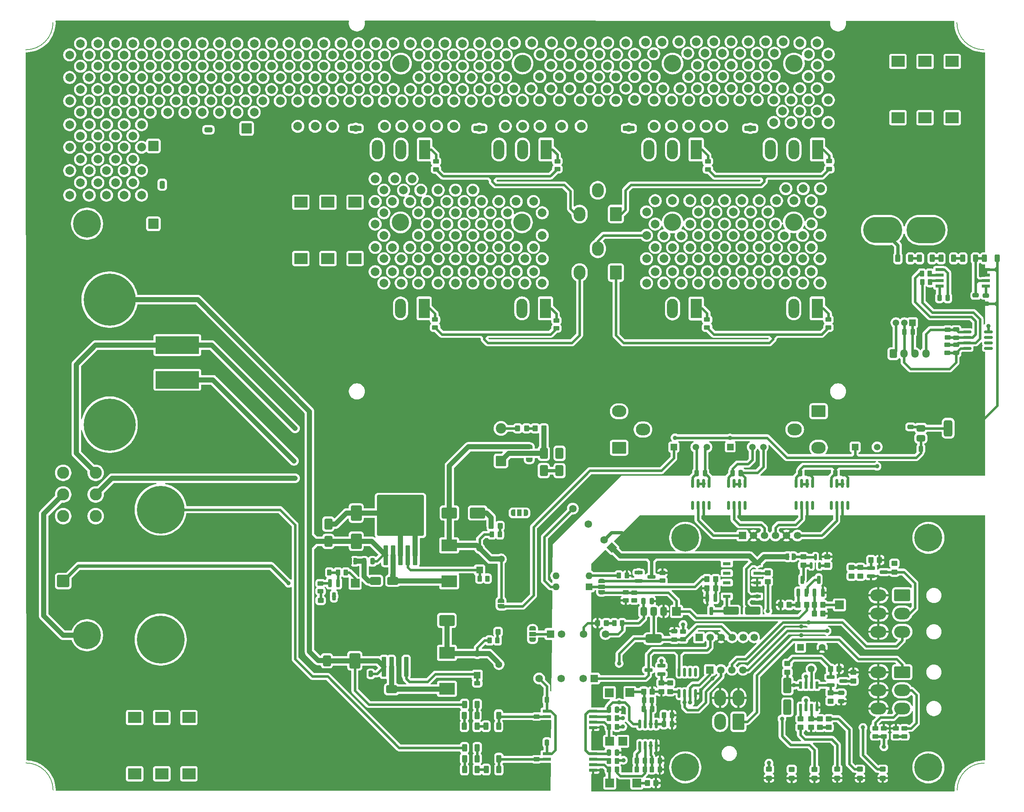
<source format=gtl>
%TF.GenerationSoftware,KiCad,Pcbnew,9.0.2*%
%TF.CreationDate,2025-12-27T14:45:28+07:00*%
%TF.ProjectId,Controller48V,436f6e74-726f-46c6-9c65-723438562e6b,rev?*%
%TF.SameCoordinates,Original*%
%TF.FileFunction,Copper,L1,Top*%
%TF.FilePolarity,Positive*%
%FSLAX46Y46*%
G04 Gerber Fmt 4.6, Leading zero omitted, Abs format (unit mm)*
G04 Created by KiCad (PCBNEW 9.0.2) date 2025-12-27 14:45:28*
%MOMM*%
%LPD*%
G01*
G04 APERTURE LIST*
G04 Aperture macros list*
%AMRoundRect*
0 Rectangle with rounded corners*
0 $1 Rounding radius*
0 $2 $3 $4 $5 $6 $7 $8 $9 X,Y pos of 4 corners*
0 Add a 4 corners polygon primitive as box body*
4,1,4,$2,$3,$4,$5,$6,$7,$8,$9,$2,$3,0*
0 Add four circle primitives for the rounded corners*
1,1,$1+$1,$2,$3*
1,1,$1+$1,$4,$5*
1,1,$1+$1,$6,$7*
1,1,$1+$1,$8,$9*
0 Add four rect primitives between the rounded corners*
20,1,$1+$1,$2,$3,$4,$5,0*
20,1,$1+$1,$4,$5,$6,$7,0*
20,1,$1+$1,$6,$7,$8,$9,0*
20,1,$1+$1,$8,$9,$2,$3,0*%
%AMHorizOval*
0 Thick line with rounded ends*
0 $1 width*
0 $2 $3 position (X,Y) of the first rounded end (center of the circle)*
0 $4 $5 position (X,Y) of the second rounded end (center of the circle)*
0 Add line between two ends*
20,1,$1,$2,$3,$4,$5,0*
0 Add two circle primitives to create the rounded ends*
1,1,$1,$2,$3*
1,1,$1,$4,$5*%
%AMRotRect*
0 Rectangle, with rotation*
0 The origin of the aperture is its center*
0 $1 length*
0 $2 width*
0 $3 Rotation angle, in degrees counterclockwise*
0 Add horizontal line*
21,1,$1,$2,0,0,$3*%
%AMFreePoly0*
4,1,5,1.500000,-1.250000,-1.500000,-1.250000,-1.500000,1.250000,1.500000,1.250000,1.500000,-1.250000,1.500000,-1.250000,$1*%
%AMFreePoly1*
4,1,23,0.500000,-0.750000,0.000000,-0.750000,0.000000,-0.745722,-0.065263,-0.745722,-0.191342,-0.711940,-0.304381,-0.646677,-0.396677,-0.554381,-0.461940,-0.441342,-0.495722,-0.315263,-0.495722,-0.250000,-0.500000,-0.250000,-0.500000,0.250000,-0.495722,0.250000,-0.495722,0.315263,-0.461940,0.441342,-0.396677,0.554381,-0.304381,0.646677,-0.191342,0.711940,-0.065263,0.745722,0.000000,0.745722,
0.000000,0.750000,0.500000,0.750000,0.500000,-0.750000,0.500000,-0.750000,$1*%
%AMFreePoly2*
4,1,23,0.000000,0.745722,0.065263,0.745722,0.191342,0.711940,0.304381,0.646677,0.396677,0.554381,0.461940,0.441342,0.495722,0.315263,0.495722,0.250000,0.500000,0.250000,0.500000,-0.250000,0.495722,-0.250000,0.495722,-0.315263,0.461940,-0.441342,0.396677,-0.554381,0.304381,-0.646677,0.191342,-0.711940,0.065263,-0.745722,0.000000,-0.745722,0.000000,-0.750000,-0.500000,-0.750000,
-0.500000,0.750000,0.000000,0.750000,0.000000,0.745722,0.000000,0.745722,$1*%
%AMFreePoly3*
4,1,23,0.550000,-0.750000,0.000000,-0.750000,0.000000,-0.745722,-0.065263,-0.745722,-0.191342,-0.711940,-0.304381,-0.646677,-0.396677,-0.554381,-0.461940,-0.441342,-0.495722,-0.315263,-0.495722,-0.250000,-0.500000,-0.250000,-0.500000,0.250000,-0.495722,0.250000,-0.495722,0.315263,-0.461940,0.441342,-0.396677,0.554381,-0.304381,0.646677,-0.191342,0.711940,-0.065263,0.745722,0.000000,0.745722,
0.000000,0.750000,0.550000,0.750000,0.550000,-0.750000,0.550000,-0.750000,$1*%
%AMFreePoly4*
4,1,23,0.000000,0.745722,0.065263,0.745722,0.191342,0.711940,0.304381,0.646677,0.396677,0.554381,0.461940,0.441342,0.495722,0.315263,0.495722,0.250000,0.500000,0.250000,0.500000,-0.250000,0.495722,-0.250000,0.495722,-0.315263,0.461940,-0.441342,0.396677,-0.554381,0.304381,-0.646677,0.191342,-0.711940,0.065263,-0.745722,0.000000,-0.745722,0.000000,-0.750000,-0.550000,-0.750000,
-0.550000,0.750000,0.000000,0.750000,0.000000,0.745722,0.000000,0.745722,$1*%
%AMFreePoly5*
4,1,5,5.000000,-2.000000,-5.000000,-2.000000,-5.000000,2.000000,5.000000,2.000000,5.000000,-2.000000,5.000000,-2.000000,$1*%
G04 Aperture macros list end*
%TA.AperFunction,NonConductor*%
%ADD10C,0.200000*%
%TD*%
%TA.AperFunction,ComponentPad*%
%ADD11FreePoly0,0.000000*%
%TD*%
%TA.AperFunction,ComponentPad*%
%ADD12FreePoly0,180.000000*%
%TD*%
%TA.AperFunction,SMDPad,CuDef*%
%ADD13RoundRect,0.250000X0.350000X0.450000X-0.350000X0.450000X-0.350000X-0.450000X0.350000X-0.450000X0*%
%TD*%
%TA.AperFunction,SMDPad,CuDef*%
%ADD14RoundRect,0.250000X-0.450000X0.350000X-0.450000X-0.350000X0.450000X-0.350000X0.450000X0.350000X0*%
%TD*%
%TA.AperFunction,ComponentPad*%
%ADD15R,1.498600X1.498600*%
%TD*%
%TA.AperFunction,ComponentPad*%
%ADD16C,1.498600*%
%TD*%
%TA.AperFunction,SMDPad,CuDef*%
%ADD17RoundRect,0.250000X-0.312500X-0.625000X0.312500X-0.625000X0.312500X0.625000X-0.312500X0.625000X0*%
%TD*%
%TA.AperFunction,SMDPad,CuDef*%
%ADD18RoundRect,0.250000X1.000000X0.650000X-1.000000X0.650000X-1.000000X-0.650000X1.000000X-0.650000X0*%
%TD*%
%TA.AperFunction,SMDPad,CuDef*%
%ADD19R,1.905000X0.640000*%
%TD*%
%TA.AperFunction,SMDPad,CuDef*%
%ADD20FreePoly1,270.000000*%
%TD*%
%TA.AperFunction,SMDPad,CuDef*%
%ADD21FreePoly2,270.000000*%
%TD*%
%TA.AperFunction,SMDPad,CuDef*%
%ADD22FreePoly3,270.000000*%
%TD*%
%TA.AperFunction,SMDPad,CuDef*%
%ADD23R,1.500000X1.000000*%
%TD*%
%TA.AperFunction,SMDPad,CuDef*%
%ADD24FreePoly4,270.000000*%
%TD*%
%TA.AperFunction,SMDPad,CuDef*%
%ADD25RoundRect,0.250000X-0.325000X-0.450000X0.325000X-0.450000X0.325000X0.450000X-0.325000X0.450000X0*%
%TD*%
%TA.AperFunction,SMDPad,CuDef*%
%ADD26RoundRect,0.250000X0.450000X-0.262500X0.450000X0.262500X-0.450000X0.262500X-0.450000X-0.262500X0*%
%TD*%
%TA.AperFunction,SMDPad,CuDef*%
%ADD27RoundRect,0.250000X-0.262500X-0.450000X0.262500X-0.450000X0.262500X0.450000X-0.262500X0.450000X0*%
%TD*%
%TA.AperFunction,SMDPad,CuDef*%
%ADD28RoundRect,0.150000X0.150000X-0.825000X0.150000X0.825000X-0.150000X0.825000X-0.150000X-0.825000X0*%
%TD*%
%TA.AperFunction,SMDPad,CuDef*%
%ADD29RoundRect,0.250000X0.450000X-0.350000X0.450000X0.350000X-0.450000X0.350000X-0.450000X-0.350000X0*%
%TD*%
%TA.AperFunction,ComponentPad*%
%ADD30RoundRect,0.250000X-0.600000X-0.725000X0.600000X-0.725000X0.600000X0.725000X-0.600000X0.725000X0*%
%TD*%
%TA.AperFunction,ComponentPad*%
%ADD31O,1.700000X1.950000*%
%TD*%
%TA.AperFunction,SMDPad,CuDef*%
%ADD32R,3.600000X2.700000*%
%TD*%
%TA.AperFunction,ComponentPad*%
%ADD33R,2.000000X2.000000*%
%TD*%
%TA.AperFunction,SMDPad,CuDef*%
%ADD34RoundRect,0.250000X0.475000X-0.250000X0.475000X0.250000X-0.475000X0.250000X-0.475000X-0.250000X0*%
%TD*%
%TA.AperFunction,ComponentPad*%
%ADD35C,6.400000*%
%TD*%
%TA.AperFunction,SMDPad,CuDef*%
%ADD36RoundRect,0.250000X-1.500000X-1.000000X1.500000X-1.000000X1.500000X1.000000X-1.500000X1.000000X0*%
%TD*%
%TA.AperFunction,ComponentPad*%
%ADD37RoundRect,0.250001X1.099999X1.399999X-1.099999X1.399999X-1.099999X-1.399999X1.099999X-1.399999X0*%
%TD*%
%TA.AperFunction,ComponentPad*%
%ADD38O,2.700000X3.300000*%
%TD*%
%TA.AperFunction,SMDPad,CuDef*%
%ADD39RoundRect,0.250000X1.500000X0.650000X-1.500000X0.650000X-1.500000X-0.650000X1.500000X-0.650000X0*%
%TD*%
%TA.AperFunction,SMDPad,CuDef*%
%ADD40RoundRect,0.250000X0.250000X0.475000X-0.250000X0.475000X-0.250000X-0.475000X0.250000X-0.475000X0*%
%TD*%
%TA.AperFunction,SMDPad,CuDef*%
%ADD41RoundRect,0.200000X-0.750000X-0.200000X0.750000X-0.200000X0.750000X0.200000X-0.750000X0.200000X0*%
%TD*%
%TA.AperFunction,SMDPad,CuDef*%
%ADD42RoundRect,0.250000X-0.250000X-0.475000X0.250000X-0.475000X0.250000X0.475000X-0.250000X0.475000X0*%
%TD*%
%TA.AperFunction,SMDPad,CuDef*%
%ADD43R,1.800000X0.800000*%
%TD*%
%TA.AperFunction,ComponentPad*%
%ADD44RoundRect,0.250001X1.399999X-1.099999X1.399999X1.099999X-1.399999X1.099999X-1.399999X-1.099999X0*%
%TD*%
%TA.AperFunction,ComponentPad*%
%ADD45O,3.300000X2.700000*%
%TD*%
%TA.AperFunction,SMDPad,CuDef*%
%ADD46RoundRect,0.250000X0.450000X-0.325000X0.450000X0.325000X-0.450000X0.325000X-0.450000X-0.325000X0*%
%TD*%
%TA.AperFunction,SMDPad,CuDef*%
%ADD47RoundRect,0.250000X-0.650000X1.000000X-0.650000X-1.000000X0.650000X-1.000000X0.650000X1.000000X0*%
%TD*%
%TA.AperFunction,SMDPad,CuDef*%
%ADD48RoundRect,0.250000X-0.650000X0.325000X-0.650000X-0.325000X0.650000X-0.325000X0.650000X0.325000X0*%
%TD*%
%TA.AperFunction,ComponentPad*%
%ADD49RotRect,1.725000X1.725000X135.000000*%
%TD*%
%TA.AperFunction,ComponentPad*%
%ADD50C,1.725000*%
%TD*%
%TA.AperFunction,SMDPad,CuDef*%
%ADD51RoundRect,0.250000X-0.475000X0.250000X-0.475000X-0.250000X0.475000X-0.250000X0.475000X0.250000X0*%
%TD*%
%TA.AperFunction,SMDPad,CuDef*%
%ADD52RoundRect,0.250000X0.262500X0.450000X-0.262500X0.450000X-0.262500X-0.450000X0.262500X-0.450000X0*%
%TD*%
%TA.AperFunction,SMDPad,CuDef*%
%ADD53RoundRect,0.250000X-0.350000X-0.450000X0.350000X-0.450000X0.350000X0.450000X-0.350000X0.450000X0*%
%TD*%
%TA.AperFunction,SMDPad,CuDef*%
%ADD54RoundRect,0.250000X-0.450000X0.262500X-0.450000X-0.262500X0.450000X-0.262500X0.450000X0.262500X0*%
%TD*%
%TA.AperFunction,ComponentPad*%
%ADD55R,1.725000X1.725000*%
%TD*%
%TA.AperFunction,ComponentPad*%
%ADD56R,1.700000X1.700000*%
%TD*%
%TA.AperFunction,ComponentPad*%
%ADD57C,1.700000*%
%TD*%
%TA.AperFunction,SMDPad,CuDef*%
%ADD58RoundRect,0.250000X0.650000X-1.500000X0.650000X1.500000X-0.650000X1.500000X-0.650000X-1.500000X0*%
%TD*%
%TA.AperFunction,SMDPad,CuDef*%
%ADD59RoundRect,0.250000X0.300000X-2.050000X0.300000X2.050000X-0.300000X2.050000X-0.300000X-2.050000X0*%
%TD*%
%TA.AperFunction,SMDPad,CuDef*%
%ADD60RoundRect,0.250002X5.149998X-4.449998X5.149998X4.449998X-5.149998X4.449998X-5.149998X-4.449998X0*%
%TD*%
%TA.AperFunction,SMDPad,CuDef*%
%ADD61RoundRect,0.375000X-0.625000X-0.375000X0.625000X-0.375000X0.625000X0.375000X-0.625000X0.375000X0*%
%TD*%
%TA.AperFunction,SMDPad,CuDef*%
%ADD62RoundRect,0.500000X-0.500000X-1.400000X0.500000X-1.400000X0.500000X1.400000X-0.500000X1.400000X0*%
%TD*%
%TA.AperFunction,ComponentPad*%
%ADD63R,1.560000X1.560000*%
%TD*%
%TA.AperFunction,ComponentPad*%
%ADD64C,1.560000*%
%TD*%
%TA.AperFunction,SMDPad,CuDef*%
%ADD65RoundRect,0.162500X0.162500X-0.825000X0.162500X0.825000X-0.162500X0.825000X-0.162500X-0.825000X0*%
%TD*%
%TA.AperFunction,ComponentPad*%
%ADD66C,0.800000*%
%TD*%
%TA.AperFunction,SMDPad,CuDef*%
%ADD67RoundRect,0.200000X-0.200000X0.750000X-0.200000X-0.750000X0.200000X-0.750000X0.200000X0.750000X0*%
%TD*%
%TA.AperFunction,SMDPad,CuDef*%
%ADD68RoundRect,0.200000X0.750000X0.200000X-0.750000X0.200000X-0.750000X-0.200000X0.750000X-0.200000X0*%
%TD*%
%TA.AperFunction,SMDPad,CuDef*%
%ADD69RoundRect,0.200000X0.200000X-0.750000X0.200000X0.750000X-0.200000X0.750000X-0.200000X-0.750000X0*%
%TD*%
%TA.AperFunction,SMDPad,CuDef*%
%ADD70RoundRect,0.375000X-0.375000X0.625000X-0.375000X-0.625000X0.375000X-0.625000X0.375000X0.625000X0*%
%TD*%
%TA.AperFunction,SMDPad,CuDef*%
%ADD71RoundRect,0.500000X-1.400000X0.500000X-1.400000X-0.500000X1.400000X-0.500000X1.400000X0.500000X0*%
%TD*%
%TA.AperFunction,SMDPad,CuDef*%
%ADD72RoundRect,0.250000X1.100000X-0.325000X1.100000X0.325000X-1.100000X0.325000X-1.100000X-0.325000X0*%
%TD*%
%TA.AperFunction,SMDPad,CuDef*%
%ADD73FreePoly3,180.000000*%
%TD*%
%TA.AperFunction,SMDPad,CuDef*%
%ADD74R,1.000000X1.500000*%
%TD*%
%TA.AperFunction,SMDPad,CuDef*%
%ADD75FreePoly4,180.000000*%
%TD*%
%TA.AperFunction,SMDPad,CuDef*%
%ADD76FreePoly1,180.000000*%
%TD*%
%TA.AperFunction,SMDPad,CuDef*%
%ADD77FreePoly2,180.000000*%
%TD*%
%TA.AperFunction,SMDPad,CuDef*%
%ADD78RoundRect,0.250000X0.312500X0.625000X-0.312500X0.625000X-0.312500X-0.625000X0.312500X-0.625000X0*%
%TD*%
%TA.AperFunction,SMDPad,CuDef*%
%ADD79RoundRect,0.250000X0.650000X-1.000000X0.650000X1.000000X-0.650000X1.000000X-0.650000X-1.000000X0*%
%TD*%
%TA.AperFunction,ComponentPad*%
%ADD80RoundRect,0.250001X-1.599999X1.099999X-1.599999X-1.099999X1.599999X-1.099999X1.599999X1.099999X0*%
%TD*%
%TA.AperFunction,ComponentPad*%
%ADD81O,3.700000X2.700000*%
%TD*%
%TA.AperFunction,SMDPad,CuDef*%
%ADD82RoundRect,0.250000X1.000000X-1.500000X1.000000X1.500000X-1.000000X1.500000X-1.000000X-1.500000X0*%
%TD*%
%TA.AperFunction,SMDPad,CuDef*%
%ADD83RoundRect,0.250000X-0.325000X-0.650000X0.325000X-0.650000X0.325000X0.650000X-0.325000X0.650000X0*%
%TD*%
%TA.AperFunction,SMDPad,CuDef*%
%ADD84RoundRect,0.150000X0.150000X-0.725000X0.150000X0.725000X-0.150000X0.725000X-0.150000X-0.725000X0*%
%TD*%
%TA.AperFunction,SMDPad,CuDef*%
%ADD85RoundRect,0.150000X0.150000X-0.587500X0.150000X0.587500X-0.150000X0.587500X-0.150000X-0.587500X0*%
%TD*%
%TA.AperFunction,ComponentPad*%
%ADD86RoundRect,0.250001X-1.399999X1.099999X-1.399999X-1.099999X1.399999X-1.099999X1.399999X1.099999X0*%
%TD*%
%TA.AperFunction,ComponentPad*%
%ADD87R,1.600000X1.600000*%
%TD*%
%TA.AperFunction,ComponentPad*%
%ADD88O,1.600000X1.600000*%
%TD*%
%TA.AperFunction,SMDPad,CuDef*%
%ADD89RoundRect,0.150000X-0.825000X-0.150000X0.825000X-0.150000X0.825000X0.150000X-0.825000X0.150000X0*%
%TD*%
%TA.AperFunction,ComponentPad*%
%ADD90RoundRect,0.250001X0.949999X-0.949999X0.949999X0.949999X-0.949999X0.949999X-0.949999X-0.949999X0*%
%TD*%
%TA.AperFunction,ComponentPad*%
%ADD91C,2.400000*%
%TD*%
%TA.AperFunction,ComponentPad*%
%ADD92RoundRect,0.250001X1.099999X1.599999X-1.099999X1.599999X-1.099999X-1.599999X1.099999X-1.599999X0*%
%TD*%
%TA.AperFunction,ComponentPad*%
%ADD93O,2.700000X3.700000*%
%TD*%
%TA.AperFunction,SMDPad,CuDef*%
%ADD94FreePoly3,90.000000*%
%TD*%
%TA.AperFunction,SMDPad,CuDef*%
%ADD95FreePoly4,90.000000*%
%TD*%
%TA.AperFunction,ComponentPad*%
%ADD96C,2.800000*%
%TD*%
%TA.AperFunction,ComponentPad*%
%ADD97RoundRect,0.250000X1.150000X-1.150000X1.150000X1.150000X-1.150000X1.150000X-1.150000X-1.150000X0*%
%TD*%
%TA.AperFunction,ComponentPad*%
%ADD98C,4.000000*%
%TD*%
%TA.AperFunction,ComponentPad*%
%ADD99R,2.500000X4.500000*%
%TD*%
%TA.AperFunction,ComponentPad*%
%ADD100O,2.500000X4.500000*%
%TD*%
%TA.AperFunction,ComponentPad*%
%ADD101RoundRect,0.250001X-0.949999X-0.949999X0.949999X-0.949999X0.949999X0.949999X-0.949999X0.949999X0*%
%TD*%
%TA.AperFunction,ComponentPad*%
%ADD102R,1.500000X1.500000*%
%TD*%
%TA.AperFunction,ComponentPad*%
%ADD103C,1.500000*%
%TD*%
%TA.AperFunction,ComponentPad*%
%ADD104HorizOval,0.800000X0.000000X0.000000X0.000000X0.000000X0*%
%TD*%
%TA.AperFunction,ComponentPad*%
%ADD105HorizOval,0.800000X0.000000X0.000000X0.000000X0.000000X0*%
%TD*%
%TA.AperFunction,ComponentPad*%
%ADD106O,9.000000X6.000000*%
%TD*%
%TA.AperFunction,ComponentPad*%
%ADD107C,12.000000*%
%TD*%
%TA.AperFunction,ComponentPad*%
%ADD108FreePoly5,0.000000*%
%TD*%
%TA.AperFunction,ComponentPad*%
%ADD109C,11.000000*%
%TD*%
%TA.AperFunction,ComponentPad*%
%ADD110RoundRect,0.250001X-0.949999X0.949999X-0.949999X-0.949999X0.949999X-0.949999X0.949999X0.949999X0*%
%TD*%
%TA.AperFunction,ViaPad*%
%ADD111C,2.000000*%
%TD*%
%TA.AperFunction,ViaPad*%
%ADD112C,1.000000*%
%TD*%
%TA.AperFunction,ViaPad*%
%ADD113C,1.600000*%
%TD*%
%TA.AperFunction,ViaPad*%
%ADD114C,0.600000*%
%TD*%
%TA.AperFunction,Conductor*%
%ADD115C,1.200000*%
%TD*%
%TA.AperFunction,Conductor*%
%ADD116C,0.600000*%
%TD*%
%TA.AperFunction,Conductor*%
%ADD117C,0.800000*%
%TD*%
G04 APERTURE END LIST*
D10*
X316939689Y-51838980D02*
G75*
G02*
X310661020Y-45560311I11J6278680D01*
G01*
X102153835Y-45560311D02*
G75*
G02*
X95875166Y-51838935I-6278635J11D01*
G01*
X95891502Y-216481320D02*
G75*
G02*
X102170180Y-222759989I-2J-6278680D01*
G01*
X310721257Y-222778638D02*
G75*
G02*
X316999926Y-216499957I6278643J38D01*
G01*
D11*
%TO.P,H7,1,1*%
%TO.N,Net-(F1-Pad1)*%
X133500000Y-219000000D03*
X133500000Y-206000000D03*
D12*
X127249893Y-219000000D03*
X127249893Y-206000000D03*
X121000000Y-219000000D03*
X121000000Y-206000000D03*
%TD*%
D13*
%TO.P,R61,1*%
%TO.N,/Power Supply and Regulator/Coil+*%
X215365929Y-139246915D03*
%TO.P,R61,2*%
%TO.N,Net-(D27-A)*%
X213365929Y-139246915D03*
%TD*%
D14*
%TO.P,R66,1*%
%TO.N,Ready*%
X267073857Y-172631192D03*
%TO.P,R66,2*%
%TO.N,Net-(D29-A)*%
X267073857Y-174631192D03*
%TD*%
D15*
%TO.P,PS6,1,+VIN*%
%TO.N,12V*%
X287190000Y-143533200D03*
D16*
%TO.P,PS6,2,-VIN*%
%TO.N,gnd*%
X289730000Y-143533200D03*
%TO.P,PS6,3,+VOUT*%
%TO.N,15V*%
X292270000Y-143533200D03*
%TO.P,PS6,4,-VOUT*%
%TO.N,gnd*%
X294810000Y-143533200D03*
%TD*%
D17*
%TO.P,R42,1*%
%TO.N,Net-(R39-Pad2)*%
X202037500Y-208000000D03*
%TO.P,R42,2*%
%TO.N,CTRL_Div*%
X204962500Y-208000000D03*
%TD*%
D18*
%TO.P,D14,1,K*%
%TO.N,Net-(D14-K)*%
X180273857Y-199479922D03*
%TO.P,D14,2,A*%
%TO.N,gnd*%
X176273857Y-199479922D03*
%TD*%
D19*
%TO.P,U18,1,VDD1*%
%TO.N,5V_C*%
X216070744Y-204482927D03*
%TO.P,U18,2,IN*%
%TO.N,CTRL_Div*%
X216070744Y-205752927D03*
%TO.P,U18,3,IN-*%
%TO.N,gnd*%
X216070744Y-207022927D03*
%TO.P,U18,4,GND1*%
X216070744Y-208292927D03*
%TO.P,U18,5,GND2*%
%TO.N,GND_Isolated*%
X226765744Y-208292927D03*
%TO.P,U18,6,OUT-*%
%TO.N,Net-(U18-OUT-)*%
X226765744Y-207022927D03*
%TO.P,U18,7,OUT+*%
%TO.N,Net-(U18-OUT+)*%
X226765744Y-205752927D03*
%TO.P,U18,8,VDD2*%
%TO.N,3V3*%
X226765744Y-204482927D03*
%TD*%
D20*
%TO.P,JP1,1,A*%
%TO.N,12V_Relay*%
X205500000Y-179000000D03*
D21*
%TO.P,JP1,2,B*%
%TO.N,12V*%
X205500000Y-180300000D03*
%TD*%
D22*
%TO.P,JP4,1,A*%
%TO.N,12V*%
X212772296Y-185429770D03*
D23*
%TO.P,JP4,2,C*%
%TO.N,Net-(JP4-C)*%
X212772296Y-186729770D03*
D24*
%TO.P,JP4,3,B*%
%TO.N,24V*%
X212772296Y-188029770D03*
%TD*%
D25*
%TO.P,D16,1,K*%
%TO.N,gnd*%
X202773857Y-186229922D03*
%TO.P,D16,2,A*%
%TO.N,Net-(D16-A)*%
X204823857Y-186229922D03*
%TD*%
D17*
%TO.P,R38,1*%
%TO.N,Net-(R34-Pad2)*%
X197075000Y-218000000D03*
%TO.P,R38,2*%
%TO.N,Net-(R38-Pad2)*%
X200000000Y-218000000D03*
%TD*%
D26*
%TO.P,R18,1*%
%TO.N,L2*%
X190283533Y-115947723D03*
%TO.P,R18,2*%
%TO.N,Net-(Q6-G)*%
X190283533Y-114122723D03*
%TD*%
D27*
%TO.P,R102,1*%
%TO.N,BATTV_Out*%
X236843722Y-217983279D03*
%TO.P,R102,2*%
%TO.N,Net-(U25A--)*%
X238668722Y-217983279D03*
%TD*%
D28*
%TO.P,U9,1*%
%TO.N,Net-(R103-Pad1)*%
X246595000Y-200475000D03*
%TO.P,U9,2,-*%
%TO.N,CTRLV_Out*%
X247865000Y-200475000D03*
%TO.P,U9,3,+*%
%TO.N,BATTV_Out*%
X249135000Y-200475000D03*
%TO.P,U9,4,V-*%
%TO.N,GND_Isolated*%
X250405000Y-200475000D03*
%TO.P,U9,5*%
%TO.N,N/C*%
X250405000Y-195525000D03*
%TO.P,U9,6*%
X249135000Y-195525000D03*
%TO.P,U9,7*%
X247865000Y-195525000D03*
%TO.P,U9,8,V+*%
%TO.N,12V_Isolated*%
X246595000Y-195525000D03*
%TD*%
D29*
%TO.P,R62,1*%
%TO.N,Timer*%
X281073857Y-208278669D03*
%TO.P,R62,2*%
%TO.N,Net-(D28-A)*%
X281073857Y-206278669D03*
%TD*%
D26*
%TO.P,R10,1*%
%TO.N,L1*%
X281033533Y-115947723D03*
%TO.P,R10,2*%
%TO.N,Net-(Q4-G)*%
X281033533Y-114122723D03*
%TD*%
D30*
%TO.P,J17,1,Pin_1*%
%TO.N,C_Out*%
X296000000Y-122000000D03*
D31*
%TO.P,J17,2,Pin_2*%
%TO.N,GDNSense_Isolated1*%
X298500000Y-122000000D03*
%TO.P,J17,3,Pin_3*%
%TO.N,3V3_Isolated1*%
X301000000Y-122000000D03*
%TO.P,J17,4,Pin_4*%
%TO.N,V_Out*%
X303500000Y-122000000D03*
%TD*%
D17*
%TO.P,R43,1*%
%TO.N,gnd*%
X202037500Y-205500000D03*
%TO.P,R43,2*%
%TO.N,CTRL_Div*%
X204962500Y-205500000D03*
%TD*%
D32*
%TO.P,L1,1,1*%
%TO.N,Net-(D13-K)*%
X193550000Y-174575000D03*
%TO.P,L1,2,2*%
%TO.N,12V_Relay*%
X193550000Y-166275000D03*
%TD*%
D33*
%TO.P,TP8,1,1*%
%TO.N,BATTV_Out*%
X236839930Y-221130745D03*
%TD*%
D17*
%TO.P,R33,1*%
%TO.N,24V*%
X197075000Y-203000000D03*
%TO.P,R33,2*%
%TO.N,Net-(R33-Pad2)*%
X200000000Y-203000000D03*
%TD*%
D33*
%TO.P,TP9,1,1*%
%TO.N,CTRLV_Out*%
X235250000Y-200236009D03*
%TD*%
D29*
%TO.P,R55,1*%
%TO.N,Net-(Q10-D)*%
X286806883Y-197583469D03*
%TO.P,R55,2*%
%TO.N,GND_Isolated*%
X286806883Y-195583469D03*
%TD*%
D34*
%TO.P,C59,1*%
%TO.N,GDNSense_Isolated1*%
X310475000Y-121815000D03*
%TO.P,C59,2*%
%TO.N,Net-(U20A-+)*%
X310475000Y-119915000D03*
%TD*%
D35*
%TO.P,H3,1*%
%TO.N,N/C*%
X304073857Y-217500000D03*
%TD*%
D19*
%TO.P,U21,1,VDD1*%
%TO.N,5V_Opamp*%
X317347500Y-106405000D03*
%TO.P,U21,2,IN*%
%TO.N,Net-(U21-IN)*%
X317347500Y-105135000D03*
%TO.P,U21,3,IN-*%
%TO.N,gnd*%
X317347500Y-103865000D03*
%TO.P,U21,4,GND1*%
X317347500Y-102595000D03*
%TO.P,U21,5,GND2*%
%TO.N,GDNSense_Isolated1*%
X306652500Y-102595000D03*
%TO.P,U21,6,OUT-*%
%TO.N,Net-(U21-OUT-)*%
X306652500Y-103865000D03*
%TO.P,U21,7,OUT+*%
%TO.N,Net-(U21-OUT+)*%
X306652500Y-105135000D03*
%TO.P,U21,8,VDD2*%
%TO.N,3V3_Isolated1*%
X306652500Y-106405000D03*
%TD*%
D33*
%TO.P,TP1,1,1*%
%TO.N,FinishHV*%
X171842076Y-175000000D03*
%TD*%
D14*
%TO.P,R60,1*%
%TO.N,12V_Isolated*%
X296250000Y-170425000D03*
%TO.P,R60,2*%
%TO.N,Failure_Out*%
X296250000Y-172425000D03*
%TD*%
D36*
%TO.P,C28,1*%
%TO.N,12V*%
X193023857Y-183579922D03*
%TO.P,C28,2*%
%TO.N,gnd*%
X199523857Y-183579922D03*
%TD*%
D12*
%TO.P,H5,1,1*%
%TO.N,IP-*%
X297073750Y-54528669D03*
X297073750Y-67528669D03*
D11*
X303323857Y-54528669D03*
X303323857Y-67528669D03*
X309573750Y-54528669D03*
X309573750Y-67528669D03*
%TD*%
D37*
%TO.P,J15,1,Pin_1*%
%TO.N,L1*%
X232023857Y-103278669D03*
D38*
%TO.P,J15,2,Pin_2*%
%TO.N,gnd*%
X227823857Y-103278669D03*
%TO.P,J15,3,Pin_3*%
%TO.N,L2*%
X223623857Y-103278669D03*
%TO.P,J15,4,Pin_4*%
%TO.N,gnd*%
X232023857Y-97778669D03*
%TO.P,J15,5,Pin_5*%
%TO.N,IP+*%
X227823857Y-97778669D03*
%TO.P,J15,6,Pin_6*%
%TO.N,gnd*%
X223623857Y-97778669D03*
%TD*%
D39*
%TO.P,D30,1,K*%
%TO.N,12V_Isolated*%
X263573857Y-181350000D03*
%TO.P,D30,2,A*%
%TO.N,Net-(D30-A)*%
X258573857Y-181350000D03*
%TD*%
D40*
%TO.P,C67,1*%
%TO.N,5V_C*%
X216086187Y-211766366D03*
%TO.P,C67,2*%
%TO.N,gnd*%
X214186187Y-211766366D03*
%TD*%
D26*
%TO.P,R24,1*%
%TO.N,L2*%
X218283533Y-116147723D03*
%TO.P,R24,2*%
%TO.N,Net-(Q8-G)*%
X218283533Y-114322723D03*
%TD*%
D41*
%TO.P,Q10,1,G*%
%TO.N,Net-(Q10-G)*%
X281500000Y-196628669D03*
%TO.P,Q10,2,S*%
%TO.N,Net-(Q10-S)*%
X281500000Y-198528669D03*
%TO.P,Q10,3,D*%
%TO.N,Net-(Q10-D)*%
X284500000Y-197578669D03*
%TD*%
D42*
%TO.P,C69,1*%
%TO.N,BATTV_Out*%
X236801962Y-215983278D03*
%TO.P,C69,2*%
%TO.N,Net-(U25A--)*%
X238701962Y-215983278D03*
%TD*%
D43*
%TO.P,K3,1*%
%TO.N,12V_Isolated*%
X264573857Y-178050000D03*
%TO.P,K3,2*%
%TO.N,GND_Isolated*%
X264573857Y-174850000D03*
%TO.P,K3,3*%
%TO.N,Ready*%
X264573857Y-172650000D03*
%TO.P,K3,4*%
%TO.N,12V_Isolated*%
X264573857Y-170450000D03*
%TO.P,K3,5*%
%TO.N,unconnected-(K3-Pad5)*%
X257573857Y-170450000D03*
%TO.P,K3,6*%
%TO.N,unconnected-(K3-Pad6)*%
X257573857Y-172650000D03*
%TO.P,K3,7*%
%TO.N,unconnected-(K3-Pad7)*%
X257573857Y-174850000D03*
%TO.P,K3,8*%
%TO.N,Net-(D30-A)*%
X257573857Y-178050000D03*
%TD*%
D26*
%TO.P,R30,1*%
%TO.N,3V3*%
X247500000Y-187962500D03*
%TO.P,R30,2*%
%TO.N,Net-(D18-A)*%
X247500000Y-186137500D03*
%TD*%
D44*
%TO.P,J14,1,Pin_1*%
%TO.N,H2_Out*%
X232750000Y-143705000D03*
D45*
%TO.P,J14,2,Pin_2*%
%TO.N,gnd*%
X232750000Y-139505000D03*
%TO.P,J14,3,Pin_3*%
%TO.N,H1_Out*%
X232750000Y-135305000D03*
%TO.P,J14,4,Pin_4*%
%TO.N,gnd*%
X238250000Y-143705000D03*
%TO.P,J14,5,Pin_5*%
%TO.N,VS2_Out*%
X238250000Y-139505000D03*
%TO.P,J14,6,Pin_6*%
%TO.N,gnd*%
X238250000Y-135305000D03*
%TD*%
D46*
%TO.P,D18,1,K*%
%TO.N,GND_Isolated*%
X267323857Y-219975000D03*
%TO.P,D18,2,A*%
%TO.N,Net-(D18-A)*%
X267323857Y-217925000D03*
%TD*%
D47*
%TO.P,D24,1,K*%
%TO.N,Relay*%
X219000000Y-145000000D03*
%TO.P,D24,2,A*%
%TO.N,Net-(D23-A)*%
X219000000Y-149000000D03*
%TD*%
D48*
%TO.P,C25,1*%
%TO.N,24V*%
X138014344Y-70309828D03*
%TO.P,C25,2*%
%TO.N,gnd*%
X138014344Y-73259828D03*
%TD*%
D49*
%TO.P,PS5,1,+VIN*%
%TO.N,12V_Isolated*%
X231042138Y-166738728D03*
D50*
%TO.P,PS5,2,-VIN*%
%TO.N,GND_Isolated*%
X229246087Y-164942676D03*
%TO.P,PS5,4,-VOUT*%
%TO.N,gnd*%
X225653984Y-161350574D03*
%TO.P,PS5,6,+VOUT*%
%TO.N,12V_P*%
X222061882Y-157758472D03*
%TD*%
D41*
%TO.P,Q17,1,G*%
%TO.N,/Power Supply and Regulator/PRECHARGE_FINISH_TRIG*%
X237250000Y-172550000D03*
%TO.P,Q17,2,S*%
%TO.N,Net-(JP6-B)*%
X237250000Y-174450000D03*
%TO.P,Q17,3,D*%
%TO.N,12V_Isolated*%
X240250000Y-173500000D03*
%TD*%
D15*
%TO.P,PS1,1,+VIN*%
%TO.N,12V*%
X245370000Y-143570700D03*
D16*
%TO.P,PS1,2,-VIN*%
%TO.N,gnd*%
X247910000Y-143570700D03*
%TO.P,PS1,4,-VOUT*%
%TO.N,VS1_Out*%
X252990000Y-143570700D03*
%TO.P,PS1,6,+VOUT*%
%TO.N,Net-(PS1-+VOUT)*%
X250450000Y-143570700D03*
%TD*%
D51*
%TO.P,C55,1*%
%TO.N,Net-(U21-IN)*%
X315000000Y-108550000D03*
%TO.P,C55,2*%
%TO.N,gnd*%
X315000000Y-110450000D03*
%TD*%
D29*
%TO.P,R53,1*%
%TO.N,12V_Isolated*%
X271573857Y-195528669D03*
%TO.P,R53,2*%
%TO.N,Net-(Q10-G)*%
X271573857Y-193528669D03*
%TD*%
D52*
%TO.P,R36,1*%
%TO.N,FinishHV*%
X169705459Y-172500000D03*
%TO.P,R36,2*%
%TO.N,Net-(Q9-G)*%
X167880459Y-172500000D03*
%TD*%
D51*
%TO.P,C35,1*%
%TO.N,GND_Isolated*%
X245500000Y-186100000D03*
%TO.P,C35,2*%
%TO.N,3V3*%
X245500000Y-188000000D03*
%TD*%
D53*
%TO.P,R64,1*%
%TO.N,FinishLV*%
X253000000Y-174034861D03*
%TO.P,R64,2*%
%TO.N,Net-(Q12-G)*%
X255000000Y-174034861D03*
%TD*%
D42*
%TO.P,C14,1*%
%TO.N,15V*%
X274540000Y-149597780D03*
%TO.P,C14,2*%
%TO.N,gnd*%
X276440000Y-149597780D03*
%TD*%
D54*
%TO.P,R79,1*%
%TO.N,GND_Isolated*%
X293823857Y-208500000D03*
%TO.P,R79,2*%
%TO.N,Aux2*%
X293823857Y-210325000D03*
%TD*%
D55*
%TO.P,PS4,1,+VIN*%
%TO.N,12V_Isolated*%
X227000000Y-196990883D03*
D50*
%TO.P,PS4,2,-VIN*%
%TO.N,GND_Isolated*%
X224460000Y-196990883D03*
%TO.P,PS4,4,-VOUT*%
%TO.N,gnd*%
X219380000Y-196990883D03*
%TO.P,PS4,6,+VOUT*%
%TO.N,5V_C*%
X214300000Y-196990883D03*
%TD*%
D51*
%TO.P,C56,1*%
%TO.N,5V_Opamp*%
X317344152Y-108558393D03*
%TO.P,C56,2*%
%TO.N,gnd*%
X317344152Y-110458393D03*
%TD*%
D26*
%TO.P,R52,1*%
%TO.N,Net-(D22-A)*%
X236250000Y-178961889D03*
%TO.P,R52,2*%
%TO.N,FeedbackLV*%
X236250000Y-177136889D03*
%TD*%
D33*
%TO.P,TP5,1,1*%
%TO.N,Timer*%
X283573857Y-180000000D03*
%TD*%
D17*
%TO.P,R9,1*%
%TO.N,Net-(R7-Pad2)*%
X312037500Y-100000000D03*
%TO.P,R9,2*%
%TO.N,Net-(U21-IN)*%
X314962500Y-100000000D03*
%TD*%
D52*
%TO.P,R99,1*%
%TO.N,Net-(U25A-+)*%
X232241839Y-216053682D03*
%TO.P,R99,2*%
%TO.N,Net-(U24-OUT+)*%
X230416839Y-216053682D03*
%TD*%
D56*
%TO.P,J9,1,Pin_1*%
%TO.N,BATTV_Out*%
X253690000Y-195000000D03*
D57*
%TO.P,J9,2,Pin_2*%
%TO.N,CTRLV_Out*%
X256230000Y-195000000D03*
%TO.P,J9,3,Pin_3*%
%TO.N,Ready*%
X258770000Y-195000000D03*
%TO.P,J9,4,Pin_4*%
%TO.N,FinishLV*%
X261310000Y-195000000D03*
%TD*%
D58*
%TO.P,D26,1,K*%
%TO.N,Net-(D26-K)*%
X271573857Y-203603669D03*
%TO.P,D26,2,A*%
%TO.N,12V_Isolated*%
X271573857Y-198603669D03*
%TD*%
D33*
%TO.P,TP4,1,1*%
%TO.N,FeedbackLV*%
X246000000Y-181500000D03*
%TD*%
D46*
%TO.P,D25,1,K*%
%TO.N,GND_Isolated*%
X293573857Y-219975000D03*
%TO.P,D25,2,A*%
%TO.N,Net-(D25-A)*%
X293573857Y-217925000D03*
%TD*%
D25*
%TO.P,D15,1,K*%
%TO.N,GNDREF_Relay*%
X203235000Y-161775000D03*
%TO.P,D15,2,A*%
%TO.N,Net-(D15-A)*%
X205285000Y-161775000D03*
%TD*%
D35*
%TO.P,H1,1*%
%TO.N,N/C*%
X304073857Y-164500000D03*
%TD*%
D52*
%TO.P,R100,1*%
%TO.N,Net-(U25A--)*%
X232241839Y-218016743D03*
%TO.P,R100,2*%
%TO.N,Net-(U24-OUT-)*%
X230416839Y-218016743D03*
%TD*%
D59*
%TO.P,U4,1,VIN*%
%TO.N,24V*%
X178900000Y-168500000D03*
%TO.P,U4,2,OUT*%
%TO.N,Net-(D13-K)*%
X180600000Y-168500000D03*
%TO.P,U4,3,GND*%
%TO.N,GNDREF_Relay*%
X182300000Y-168500000D03*
D60*
X182300000Y-159350000D03*
D59*
%TO.P,U4,4,FB*%
%TO.N,Net-(U4-FB)*%
X184000000Y-168500000D03*
%TO.P,U4,5,~{ON}/OFF*%
%TO.N,GNDREF_Relay*%
X185700000Y-168500000D03*
%TD*%
D61*
%TO.P,U3,1,GND*%
%TO.N,gnd*%
X302350000Y-136908841D03*
%TO.P,U3,2,VO*%
%TO.N,5V_Opamp*%
X302350000Y-139208841D03*
D62*
X308650000Y-139208841D03*
D61*
%TO.P,U3,3,VI*%
%TO.N,12V*%
X302350000Y-141508841D03*
%TD*%
D33*
%TO.P,TP3,1,1*%
%TO.N,Net-(U24-OUT+)*%
X233583160Y-211500000D03*
%TD*%
D36*
%TO.P,C27,1*%
%TO.N,12V_Relay*%
X193600000Y-158775000D03*
%TO.P,C27,2*%
%TO.N,GNDREF_Relay*%
X200100000Y-158775000D03*
%TD*%
D55*
%TO.P,PS2,1,+VIN*%
%TO.N,Net-(JP4-C)*%
X216900836Y-186708361D03*
D50*
%TO.P,PS2,2,-VIN*%
%TO.N,gnd*%
X219440836Y-186708361D03*
%TO.P,PS2,4,-VOUT*%
%TO.N,GND_Isolated*%
X224520836Y-186708361D03*
%TO.P,PS2,6,+VOUT*%
%TO.N,5VDigital_Isolated*%
X229600836Y-186708361D03*
%TD*%
D52*
%TO.P,R50,1*%
%TO.N,GND_Isolated*%
X234500000Y-173237371D03*
%TO.P,R50,2*%
%TO.N,Net-(R50-Pad2)*%
X232675000Y-173237371D03*
%TD*%
D46*
%TO.P,D20,1,K*%
%TO.N,gnd*%
X163884509Y-181025000D03*
%TO.P,D20,2,A*%
%TO.N,Net-(D20-A)*%
X163884509Y-178975000D03*
%TD*%
D40*
%TO.P,C70,1*%
%TO.N,GND_Isolated*%
X242158823Y-215982667D03*
%TO.P,C70,2*%
%TO.N,Net-(U25A-+)*%
X240258823Y-215982667D03*
%TD*%
D63*
%TO.P,RV1,1,1*%
%TO.N,Net-(U4-FB)*%
X200550000Y-171925000D03*
D64*
%TO.P,RV1,2,2*%
%TO.N,12V_Relay*%
X205550000Y-169425000D03*
%TO.P,RV1,3,3*%
X200550000Y-166925000D03*
%TD*%
D46*
%TO.P,D29,1,K*%
%TO.N,GND_Isolated*%
X277823857Y-220025000D03*
%TO.P,D29,2,A*%
%TO.N,Net-(D29-A)*%
X277823857Y-217975000D03*
%TD*%
D52*
%TO.P,R95,1*%
%TO.N,Net-(U25B--)*%
X232242085Y-208121877D03*
%TO.P,R95,2*%
%TO.N,Net-(U18-OUT-)*%
X230417085Y-208121877D03*
%TD*%
D17*
%TO.P,R40,1*%
%TO.N,Net-(R38-Pad2)*%
X202075000Y-218000000D03*
%TO.P,R40,2*%
%TO.N,BATT_Div*%
X205000000Y-218000000D03*
%TD*%
D65*
%TO.P,U2,1,NC*%
%TO.N,unconnected-(U2-NC-Pad1)*%
X249687099Y-157037500D03*
%TO.P,U2,2,A*%
%TO.N,HIN1_Iso*%
X250957099Y-157037500D03*
%TO.P,U2,3,C*%
%TO.N,GND_Isolated*%
X252227099Y-157037500D03*
%TO.P,U2,4,NC*%
%TO.N,unconnected-(U2-NC-Pad4)*%
X253497099Y-157037500D03*
%TO.P,U2,5,VEE*%
%TO.N,VS1_Out*%
X253497099Y-151962500D03*
%TO.P,U2,6,VO*%
%TO.N,H1_Out*%
X252227099Y-151962500D03*
%TO.P,U2,7,VO*%
X250957099Y-151962500D03*
%TO.P,U2,8,VCC*%
%TO.N,Net-(PS1-+VOUT)*%
X249687099Y-151962500D03*
%TD*%
D54*
%TO.P,R76,1*%
%TO.N,GND_Isolated*%
X296573857Y-208500000D03*
%TO.P,R76,2*%
%TO.N,Aux1*%
X296573857Y-210325000D03*
%TD*%
D53*
%TO.P,R59,1*%
%TO.N,Net-(Q11-G)*%
X290823857Y-169625000D03*
%TO.P,R59,2*%
%TO.N,GND_Isolated*%
X292823857Y-169625000D03*
%TD*%
D66*
%TO.P,H10,1,1*%
%TO.N,Net-(H10-Pad1)*%
X107600000Y-187000000D03*
X108302944Y-185302944D03*
X108302944Y-188697056D03*
X110000000Y-184600000D03*
D35*
X110000000Y-187000000D03*
D66*
X110000000Y-189400000D03*
X111697056Y-185302944D03*
X111697056Y-188697056D03*
X112400000Y-187000000D03*
%TD*%
D17*
%TO.P,R1,1*%
%TO.N,IP+*%
X297037500Y-100000000D03*
%TO.P,R1,2*%
%TO.N,Net-(R1-Pad2)*%
X299962500Y-100000000D03*
%TD*%
D27*
%TO.P,R28,1*%
%TO.N,12V*%
X202861357Y-188201253D03*
%TO.P,R28,2*%
%TO.N,Net-(D16-A)*%
X204686357Y-188201253D03*
%TD*%
D28*
%TO.P,U25,1*%
%TO.N,BATTV_Out*%
X237500000Y-212450000D03*
%TO.P,U25,2,-*%
%TO.N,Net-(U25A--)*%
X238770000Y-212450000D03*
%TO.P,U25,3,+*%
%TO.N,Net-(U25A-+)*%
X240040000Y-212450000D03*
%TO.P,U25,4,V-*%
%TO.N,GND_Isolated*%
X241310000Y-212450000D03*
%TO.P,U25,5,+*%
%TO.N,Net-(U25B-+)*%
X241310000Y-207500000D03*
%TO.P,U25,6,-*%
%TO.N,Net-(U25B--)*%
X240040000Y-207500000D03*
%TO.P,U25,7*%
%TO.N,CTRLV_Out*%
X238770000Y-207500000D03*
%TO.P,U25,8,V+*%
%TO.N,3V3*%
X237500000Y-207500000D03*
%TD*%
D26*
%TO.P,R8,1*%
%TO.N,H1*%
X281217482Y-79387891D03*
%TO.P,R8,2*%
%TO.N,Net-(Q3-G)*%
X281217482Y-77562891D03*
%TD*%
D53*
%TO.P,R46,1*%
%TO.N,CTRLV_Out*%
X238416337Y-200000000D03*
%TO.P,R46,2*%
%TO.N,GND_Isolated*%
X240416337Y-200000000D03*
%TD*%
D66*
%TO.P,H9,1,1*%
%TO.N,24V*%
X107600000Y-92000000D03*
X108302944Y-90302944D03*
X108302944Y-93697056D03*
X110000000Y-89600000D03*
D35*
X110000000Y-92000000D03*
D66*
X110000000Y-94400000D03*
X111697056Y-90302944D03*
X111697056Y-93697056D03*
X112400000Y-92000000D03*
%TD*%
D42*
%TO.P,C15,1*%
%TO.N,15V*%
X282630000Y-149597780D03*
%TO.P,C15,2*%
%TO.N,gnd*%
X284530000Y-149597780D03*
%TD*%
D52*
%TO.P,R96,1*%
%TO.N,GND_Isolated*%
X244920768Y-205421424D03*
%TO.P,R96,2*%
%TO.N,Net-(U25B-+)*%
X243095768Y-205421424D03*
%TD*%
D42*
%TO.P,C13,1*%
%TO.N,Net-(PS1-+VOUT)*%
X250635000Y-149597780D03*
%TO.P,C13,2*%
%TO.N,VS1_Out*%
X252535000Y-149597780D03*
%TD*%
D67*
%TO.P,Q9,1,G*%
%TO.N,Net-(Q9-G)*%
X167900964Y-175000000D03*
%TO.P,Q9,2,S*%
%TO.N,Net-(D21-K)*%
X166000964Y-175000000D03*
%TO.P,Q9,3,D*%
%TO.N,12V_P*%
X166950964Y-178000000D03*
%TD*%
D25*
%TO.P,D27,1,K*%
%TO.N,Relay*%
X209340929Y-139246915D03*
%TO.P,D27,2,A*%
%TO.N,Net-(D27-A)*%
X211390929Y-139246915D03*
%TD*%
D29*
%TO.P,R57,1*%
%TO.N,Net-(D25-A)*%
X288373857Y-173375000D03*
%TO.P,R57,2*%
%TO.N,Net-(Q11-G)*%
X288373857Y-171375000D03*
%TD*%
D68*
%TO.P,Q16,1,G*%
%TO.N,Net-(Q16-G)*%
X242500000Y-195950000D03*
%TO.P,Q16,2,S*%
%TO.N,FeedbackLV*%
X242500000Y-194050000D03*
%TO.P,Q16,3,D*%
%TO.N,12V_Isolated*%
X239500000Y-195000000D03*
%TD*%
D35*
%TO.P,H2,1*%
%TO.N,N/C*%
X248000000Y-164500000D03*
%TD*%
D29*
%TO.P,R74,1*%
%TO.N,FinishLV*%
X280723857Y-170857500D03*
%TO.P,R74,2*%
%TO.N,GND_Isolated*%
X280723857Y-168857500D03*
%TD*%
D26*
%TO.P,R26,1*%
%TO.N,gnd*%
X200023857Y-199904922D03*
%TO.P,R26,2*%
%TO.N,Net-(U5-FB)*%
X200023857Y-198079922D03*
%TD*%
%TO.P,R80,1*%
%TO.N,Aux2*%
X291823857Y-210325000D03*
%TO.P,R80,2*%
%TO.N,Net-(J13-Pin_3)*%
X291823857Y-208500000D03*
%TD*%
D69*
%TO.P,Q14,1,G*%
%TO.N,Net-(Q14-G)*%
X277825000Y-177175000D03*
%TO.P,Q14,2,S*%
%TO.N,GND_Isolated*%
X279725000Y-177175000D03*
%TO.P,Q14,3,D*%
%TO.N,Net-(Q13-S)*%
X278775000Y-174175000D03*
%TD*%
D70*
%TO.P,U6,1,GND*%
%TO.N,GND_Isolated*%
X243000000Y-181500000D03*
%TO.P,U6,2,VO*%
%TO.N,3V3*%
X240700000Y-181500000D03*
D71*
X240700000Y-187800000D03*
D70*
%TO.P,U6,3,VI*%
%TO.N,5VDigital_Isolated*%
X238400000Y-181500000D03*
%TD*%
D26*
%TO.P,R44,1*%
%TO.N,Net-(D20-A)*%
X163872892Y-176854665D03*
%TO.P,R44,2*%
%TO.N,Net-(D21-K)*%
X163872892Y-175029665D03*
%TD*%
%TO.P,R2,1*%
%TO.N,H1*%
X253217482Y-79437891D03*
%TO.P,R2,2*%
%TO.N,Net-(Q1-G)*%
X253217482Y-77612891D03*
%TD*%
D51*
%TO.P,C51,1*%
%TO.N,CTRL_Div*%
X213700967Y-205757734D03*
%TO.P,C51,2*%
%TO.N,gnd*%
X213700967Y-207657734D03*
%TD*%
D72*
%TO.P,C3,1*%
%TO.N,24V*%
X200500000Y-69975000D03*
%TO.P,C3,2*%
%TO.N,gnd*%
X200500000Y-67025000D03*
%TD*%
D40*
%TO.P,C34,1*%
%TO.N,GND_Isolated*%
X240254127Y-179153346D03*
%TO.P,C34,2*%
%TO.N,5VDigital_Isolated*%
X238354127Y-179153346D03*
%TD*%
D65*
%TO.P,U10,1,NC*%
%TO.N,unconnected-(U10-NC-Pad1)*%
X257967099Y-157037500D03*
%TO.P,U10,2,A*%
%TO.N,HIN2_Iso*%
X259237099Y-157037500D03*
%TO.P,U10,3,C*%
%TO.N,GND_Isolated*%
X260507099Y-157037500D03*
%TO.P,U10,4,NC*%
%TO.N,unconnected-(U10-NC-Pad4)*%
X261777099Y-157037500D03*
%TO.P,U10,5,VEE*%
%TO.N,VS2_Out*%
X261777099Y-151962500D03*
%TO.P,U10,6,VO*%
%TO.N,H2_Out*%
X260507099Y-151962500D03*
%TO.P,U10,7,VO*%
X259237099Y-151962500D03*
%TO.P,U10,8,VCC*%
%TO.N,Net-(PS3-+VOUT)*%
X257967099Y-151962500D03*
%TD*%
D51*
%TO.P,C66,1*%
%TO.N,BATT_Div*%
X213697500Y-215644203D03*
%TO.P,C66,2*%
%TO.N,gnd*%
X213697500Y-217544203D03*
%TD*%
D13*
%TO.P,R70,1*%
%TO.N,Net-(Q13-G)*%
X272000000Y-180000000D03*
%TO.P,R70,2*%
%TO.N,GND_Isolated*%
X270000000Y-180000000D03*
%TD*%
D32*
%TO.P,L2,1,1*%
%TO.N,Net-(D14-K)*%
X193023857Y-199379922D03*
%TO.P,L2,2,2*%
%TO.N,12V*%
X193023857Y-191079922D03*
%TD*%
D63*
%TO.P,RV3,1,1*%
%TO.N,12V_Isolated*%
X274573857Y-189788669D03*
D64*
%TO.P,RV3,2,2*%
%TO.N,Net-(U14B--)*%
X277073857Y-194788669D03*
%TO.P,RV3,3,3*%
%TO.N,GND_Isolated*%
X279573857Y-189788669D03*
%TD*%
D33*
%TO.P,TP7,1,1*%
%TO.N,Net-(U18-OUT-)*%
X230522766Y-211496210D03*
%TD*%
D51*
%TO.P,C17,1*%
%TO.N,gnd*%
X300000000Y-137008841D03*
%TO.P,C17,2*%
%TO.N,5V_Opamp*%
X300000000Y-138908841D03*
%TD*%
D72*
%TO.P,C10,1*%
%TO.N,24V*%
X263000000Y-69975000D03*
%TO.P,C10,2*%
%TO.N,gnd*%
X263000000Y-67025000D03*
%TD*%
D73*
%TO.P,JP11,1,A*%
%TO.N,GND_Isolated*%
X211250000Y-158750000D03*
D74*
%TO.P,JP11,2,C*%
%TO.N,Net-(JP11-C)*%
X209750000Y-158750000D03*
D75*
%TO.P,JP11,3,B*%
%TO.N,GNDREF_Relay*%
X208250000Y-158750000D03*
%TD*%
D14*
%TO.P,R72,1*%
%TO.N,Net-(JP7-A)*%
X275223857Y-168857500D03*
%TO.P,R72,2*%
%TO.N,Net-(Q13-D)*%
X275223857Y-170857500D03*
%TD*%
D13*
%TO.P,R69,1*%
%TO.N,Timer*%
X279773857Y-180000000D03*
%TO.P,R69,2*%
%TO.N,Net-(Q14-G)*%
X277773857Y-180000000D03*
%TD*%
D14*
%TO.P,R73,1*%
%TO.N,Failure*%
X274573857Y-206278669D03*
%TO.P,R73,2*%
%TO.N,Net-(D31-A)*%
X274573857Y-208278669D03*
%TD*%
D76*
%TO.P,JP7,1,A*%
%TO.N,Net-(JP7-A)*%
X273073857Y-168857500D03*
D77*
%TO.P,JP7,2,B*%
%TO.N,12V_Isolated*%
X271423857Y-168857500D03*
%TD*%
D17*
%TO.P,R7,1*%
%TO.N,Net-(R3-Pad2)*%
X307000000Y-100000000D03*
%TO.P,R7,2*%
%TO.N,Net-(R7-Pad2)*%
X309925000Y-100000000D03*
%TD*%
D78*
%TO.P,R15,1*%
%TO.N,gnd*%
X319962500Y-100000000D03*
%TO.P,R15,2*%
%TO.N,Net-(U21-IN)*%
X317037500Y-100000000D03*
%TD*%
D40*
%TO.P,C68,1*%
%TO.N,GND_Isolated*%
X232279339Y-214064250D03*
%TO.P,C68,2*%
%TO.N,3V3*%
X230379339Y-214064250D03*
%TD*%
D56*
%TO.P,J22,1,Pin_1*%
%TO.N,HIN1_Iso*%
X261175000Y-163975000D03*
D57*
%TO.P,J22,2,Pin_2*%
%TO.N,GND_Isolated*%
X263715000Y-163975000D03*
%TO.P,J22,3,Pin_3*%
%TO.N,HIN2_Iso*%
X266255000Y-163975000D03*
%TO.P,J22,4,Pin_4*%
%TO.N,LIN2_Iso*%
X268795000Y-163975000D03*
%TO.P,J22,5,Pin_5*%
%TO.N,GND_Isolated*%
X271335000Y-163975000D03*
%TO.P,J22,6,Pin_6*%
%TO.N,LIN1_Iso*%
X273875000Y-163975000D03*
%TD*%
D56*
%TO.P,J19,1,Pin_1*%
%TO.N,/Power Supply and Regulator/PRECHARGE_FINISH_TRIG*%
X251175000Y-187475000D03*
D57*
%TO.P,J19,2,Pin_2*%
%TO.N,12V_Isolated*%
X253715000Y-187475000D03*
%TO.P,J19,3,Pin_3*%
%TO.N,GND_Isolated*%
X256255000Y-187475000D03*
%TO.P,J19,4,Pin_4*%
%TO.N,3V3*%
X258795000Y-187475000D03*
%TO.P,J19,5,Pin_5*%
%TO.N,Aux2*%
X261335000Y-187475000D03*
%TO.P,J19,6,Pin_6*%
%TO.N,Aux1*%
X263875000Y-187475000D03*
%TD*%
D27*
%TO.P,R37,1*%
%TO.N,gnd*%
X164087500Y-172500000D03*
%TO.P,R37,2*%
%TO.N,Net-(Q9-G)*%
X165912500Y-172500000D03*
%TD*%
D79*
%TO.P,D12,1,K*%
%TO.N,24V*%
X165323857Y-192904998D03*
%TO.P,D12,2,A*%
%TO.N,gnd*%
X165323857Y-188904998D03*
%TD*%
D42*
%TO.P,C73,1*%
%TO.N,CTRLV_Out*%
X238462500Y-203986009D03*
%TO.P,C73,2*%
%TO.N,Net-(U25B--)*%
X240362500Y-203986009D03*
%TD*%
D40*
%TO.P,C57,1*%
%TO.N,GDNSense_Isolated1*%
X308549536Y-109135000D03*
%TO.P,C57,2*%
%TO.N,3V3_Isolated1*%
X306649536Y-109135000D03*
%TD*%
D53*
%TO.P,R71,1*%
%TO.N,Net-(Q14-G)*%
X277773857Y-182000000D03*
%TO.P,R71,2*%
%TO.N,GND_Isolated*%
X279773857Y-182000000D03*
%TD*%
D27*
%TO.P,R97,1*%
%TO.N,CTRLV_Out*%
X238500000Y-202000000D03*
%TO.P,R97,2*%
%TO.N,Net-(U25B--)*%
X240325000Y-202000000D03*
%TD*%
D26*
%TO.P,R16,1*%
%TO.N,H2*%
X218500000Y-79391169D03*
%TO.P,R16,2*%
%TO.N,Net-(Q5-G)*%
X218500000Y-77566169D03*
%TD*%
D29*
%TO.P,R65,1*%
%TO.N,GND_Isolated*%
X277073857Y-208278669D03*
%TO.P,R65,2*%
%TO.N,Net-(U14A-+)*%
X277073857Y-206278669D03*
%TD*%
D40*
%TO.P,C45,1*%
%TO.N,3V3_Isolated1*%
X300450000Y-117000000D03*
%TO.P,C45,2*%
%TO.N,GDNSense_Isolated1*%
X298550000Y-117000000D03*
%TD*%
D33*
%TO.P,TP2,1,1*%
%TO.N,Net-(U24-OUT-)*%
X230583160Y-221130745D03*
%TD*%
D17*
%TO.P,R39,1*%
%TO.N,Net-(R35-Pad2)*%
X197037500Y-208000000D03*
%TO.P,R39,2*%
%TO.N,Net-(R39-Pad2)*%
X199962500Y-208000000D03*
%TD*%
D12*
%TO.P,H6,1,1*%
%TO.N,VS2*%
X159323857Y-87028669D03*
X159323857Y-100028669D03*
D11*
X165573964Y-87028669D03*
X165573964Y-100028669D03*
X171823857Y-87028669D03*
X171823857Y-100028669D03*
%TD*%
D53*
%TO.P,R67,1*%
%TO.N,GND_Isolated*%
X253000000Y-176129561D03*
%TO.P,R67,2*%
%TO.N,Net-(Q12-G)*%
X255000000Y-176129561D03*
%TD*%
D65*
%TO.P,U12,1,NC*%
%TO.N,unconnected-(U12-NC-Pad1)*%
X273585000Y-157037500D03*
%TO.P,U12,2,A*%
%TO.N,LIN2_Iso*%
X274855000Y-157037500D03*
%TO.P,U12,3,C*%
%TO.N,GND_Isolated*%
X276125000Y-157037500D03*
%TO.P,U12,4,NC*%
%TO.N,unconnected-(U12-NC-Pad4)*%
X277395000Y-157037500D03*
%TO.P,U12,5,VEE*%
%TO.N,gnd*%
X277395000Y-151962500D03*
%TO.P,U12,6,VO*%
%TO.N,L2_Out*%
X276125000Y-151962500D03*
%TO.P,U12,7,VO*%
X274855000Y-151962500D03*
%TO.P,U12,8,VCC*%
%TO.N,15V*%
X273585000Y-151962500D03*
%TD*%
D51*
%TO.P,C58,1*%
%TO.N,V_Out*%
X310475000Y-116415000D03*
%TO.P,C58,2*%
%TO.N,Net-(U20A--)*%
X310475000Y-118315000D03*
%TD*%
D79*
%TO.P,D11,1,K*%
%TO.N,24V*%
X165670969Y-165333753D03*
%TO.P,D11,2,A*%
%TO.N,GNDREF_Relay*%
X165670969Y-161333753D03*
%TD*%
D26*
%TO.P,R87,1*%
%TO.N,GDNSense_Isolated1*%
X308475000Y-121777500D03*
%TO.P,R87,2*%
%TO.N,Net-(U20A-+)*%
X308475000Y-119952500D03*
%TD*%
D40*
%TO.P,C24,1*%
%TO.N,24V*%
X175473857Y-195904922D03*
%TO.P,C24,2*%
%TO.N,gnd*%
X173573857Y-195904922D03*
%TD*%
D80*
%TO.P,J12,1,Pin_1*%
%TO.N,12V_Isolated*%
X298048857Y-177795000D03*
D81*
%TO.P,J12,2,Pin_2*%
%TO.N,Failure_Out*%
X298048857Y-181995000D03*
%TO.P,J12,3,Pin_3*%
%TO.N,Ready*%
X298048857Y-186195000D03*
%TO.P,J12,4,Pin_4*%
%TO.N,GND_Isolated*%
X292548857Y-177795000D03*
%TO.P,J12,5,Pin_5*%
X292548857Y-181995000D03*
%TO.P,J12,6,Pin_6*%
X292548857Y-186195000D03*
%TD*%
D26*
%TO.P,R51,1*%
%TO.N,GND_Isolated*%
X234259788Y-178954646D03*
%TO.P,R51,2*%
%TO.N,FeedbackLV*%
X234259788Y-177129646D03*
%TD*%
D35*
%TO.P,H4,1*%
%TO.N,N/C*%
X248000000Y-217500000D03*
%TD*%
D82*
%TO.P,C22,1*%
%TO.N,24V*%
X171773857Y-192904922D03*
%TO.P,C22,2*%
%TO.N,gnd*%
X171773857Y-186404922D03*
%TD*%
D40*
%TO.P,C71,1*%
%TO.N,GND_Isolated*%
X232283176Y-204175567D03*
%TO.P,C71,2*%
%TO.N,3V3*%
X230383176Y-204175567D03*
%TD*%
D15*
%TO.P,PS3,1,+VIN*%
%TO.N,12V*%
X258380000Y-143533200D03*
D16*
%TO.P,PS3,2,-VIN*%
%TO.N,gnd*%
X260920000Y-143533200D03*
%TO.P,PS3,4,-VOUT*%
%TO.N,VS2_Out*%
X266000000Y-143533200D03*
%TO.P,PS3,6,+VOUT*%
%TO.N,Net-(PS3-+VOUT)*%
X263460000Y-143533200D03*
%TD*%
D29*
%TO.P,R56,1*%
%TO.N,Failure*%
X286373857Y-173375000D03*
%TO.P,R56,2*%
%TO.N,Net-(Q11-G)*%
X286373857Y-171375000D03*
%TD*%
D83*
%TO.P,C26,1*%
%TO.N,24V*%
X127348857Y-83000000D03*
%TO.P,C26,2*%
%TO.N,gnd*%
X130298857Y-83000000D03*
%TD*%
D65*
%TO.P,U7,1,NC*%
%TO.N,unconnected-(U7-NC-Pad1)*%
X281675000Y-157037500D03*
%TO.P,U7,2,A*%
%TO.N,LIN1_Iso*%
X282945000Y-157037500D03*
%TO.P,U7,3,C*%
%TO.N,GND_Isolated*%
X284215000Y-157037500D03*
%TO.P,U7,4,NC*%
%TO.N,unconnected-(U7-NC-Pad4)*%
X285485000Y-157037500D03*
%TO.P,U7,5,VEE*%
%TO.N,gnd*%
X285485000Y-151962500D03*
%TO.P,U7,6,VO*%
%TO.N,L1_Out*%
X284215000Y-151962500D03*
%TO.P,U7,7,VO*%
X282945000Y-151962500D03*
%TO.P,U7,8,VCC*%
%TO.N,15V*%
X281675000Y-151962500D03*
%TD*%
D51*
%TO.P,C40,1*%
%TO.N,Net-(Q10-S)*%
X284000000Y-200300000D03*
%TO.P,C40,2*%
%TO.N,GND_Isolated*%
X284000000Y-202200000D03*
%TD*%
D80*
%TO.P,J13,1,Pin_1*%
%TO.N,5VDigital_Isolated*%
X298048857Y-195516331D03*
D81*
%TO.P,J13,2,Pin_2*%
%TO.N,Net-(J13-Pin_2)*%
X298048857Y-199716331D03*
%TO.P,J13,3,Pin_3*%
%TO.N,Net-(J13-Pin_3)*%
X298048857Y-203916331D03*
%TO.P,J13,4,Pin_4*%
%TO.N,GND_Isolated*%
X292548857Y-195516331D03*
%TO.P,J13,5,Pin_5*%
X292548857Y-199716331D03*
%TO.P,J13,6,Pin_6*%
X292548857Y-203916331D03*
%TD*%
D54*
%TO.P,R23,1*%
%TO.N,V_Out*%
X308525000Y-116452500D03*
%TO.P,R23,2*%
%TO.N,Net-(U20A--)*%
X308525000Y-118277500D03*
%TD*%
D17*
%TO.P,R41,1*%
%TO.N,gnd*%
X202075000Y-215500000D03*
%TO.P,R41,2*%
%TO.N,BATT_Div*%
X205000000Y-215500000D03*
%TD*%
D26*
%TO.P,R4,1*%
%TO.N,L1*%
X253033533Y-115947723D03*
%TO.P,R4,2*%
%TO.N,Net-(Q2-G)*%
X253033533Y-114122723D03*
%TD*%
D47*
%TO.P,D23,1,K*%
%TO.N,/Power Supply and Regulator/Coil+*%
X215361621Y-144996476D03*
%TO.P,D23,2,A*%
%TO.N,Net-(D23-A)*%
X215361621Y-148996476D03*
%TD*%
D17*
%TO.P,R3,1*%
%TO.N,Net-(R1-Pad2)*%
X302037500Y-100000000D03*
%TO.P,R3,2*%
%TO.N,Net-(R3-Pad2)*%
X304962500Y-100000000D03*
%TD*%
D84*
%TO.P,U14,1*%
%TO.N,Failure*%
X274573857Y-203678669D03*
%TO.P,U14,2,-*%
%TO.N,FinishLV*%
X275843857Y-203678669D03*
%TO.P,U14,3,+*%
%TO.N,Net-(U14A-+)*%
X277113857Y-203678669D03*
%TO.P,U14,4,V-*%
%TO.N,GND_Isolated*%
X278383857Y-203678669D03*
%TO.P,U14,5,+*%
%TO.N,Net-(Q10-S)*%
X278383857Y-198528669D03*
%TO.P,U14,6,-*%
%TO.N,Net-(U14B--)*%
X277113857Y-198528669D03*
%TO.P,U14,7*%
%TO.N,Timer*%
X275843857Y-198528669D03*
%TO.P,U14,8,V+*%
%TO.N,12V_Isolated*%
X274573857Y-198528669D03*
%TD*%
D19*
%TO.P,U24,1,VDD1*%
%TO.N,5V_C*%
X216072073Y-214361366D03*
%TO.P,U24,2,IN*%
%TO.N,BATT_Div*%
X216072073Y-215631366D03*
%TO.P,U24,3,IN-*%
%TO.N,gnd*%
X216072073Y-216901366D03*
%TO.P,U24,4,GND1*%
X216072073Y-218171366D03*
%TO.P,U24,5,GND2*%
%TO.N,GND_Isolated*%
X226767073Y-218171366D03*
%TO.P,U24,6,OUT-*%
%TO.N,Net-(U24-OUT-)*%
X226767073Y-216901366D03*
%TO.P,U24,7,OUT+*%
%TO.N,Net-(U24-OUT+)*%
X226767073Y-215631366D03*
%TO.P,U24,8,VDD2*%
%TO.N,3V3*%
X226767073Y-214361366D03*
%TD*%
D52*
%TO.P,R101,1*%
%TO.N,GND_Isolated*%
X242114963Y-217983279D03*
%TO.P,R101,2*%
%TO.N,Net-(U25A-+)*%
X240289963Y-217983279D03*
%TD*%
D46*
%TO.P,D31,1,K*%
%TO.N,GND_Isolated*%
X283073857Y-219975000D03*
%TO.P,D31,2,A*%
%TO.N,Net-(D31-A)*%
X283073857Y-217925000D03*
%TD*%
D52*
%TO.P,R29,1*%
%TO.N,5VDigital_Isolated*%
X233447102Y-184237030D03*
%TO.P,R29,2*%
%TO.N,Net-(D17-A)*%
X231622102Y-184237030D03*
%TD*%
D63*
%TO.P,RV2,1,1*%
%TO.N,Net-(U5-FB)*%
X200023857Y-196229922D03*
D64*
%TO.P,RV2,2,2*%
%TO.N,12V*%
X205023857Y-193729922D03*
%TO.P,RV2,3,3*%
X200023857Y-191229922D03*
%TD*%
D53*
%TO.P,R45,1*%
%TO.N,BATTV_Out*%
X239252463Y-221130745D03*
%TO.P,R45,2*%
%TO.N,GND_Isolated*%
X241252463Y-221130745D03*
%TD*%
D46*
%TO.P,D22,1,K*%
%TO.N,GND_Isolated*%
X272573857Y-220025000D03*
%TO.P,D22,2,A*%
%TO.N,Net-(D22-A)*%
X272573857Y-217975000D03*
%TD*%
D72*
%TO.P,C6,1*%
%TO.N,24V*%
X235000000Y-69975000D03*
%TO.P,C6,2*%
%TO.N,gnd*%
X235000000Y-67025000D03*
%TD*%
D85*
%TO.P,Q15,1,G*%
%TO.N,Net-(Q13-D)*%
X277073857Y-170875000D03*
%TO.P,Q15,2,S*%
%TO.N,FinishLV*%
X278973857Y-170875000D03*
%TO.P,Q15,3,D*%
%TO.N,Net-(JP7-A)*%
X278023857Y-169000000D03*
%TD*%
D86*
%TO.P,J11,1,Pin_1*%
%TO.N,L1_Out*%
X278750000Y-135295000D03*
D45*
%TO.P,J11,2,Pin_2*%
%TO.N,gnd*%
X278750000Y-139495000D03*
%TO.P,J11,3,Pin_3*%
%TO.N,L2_Out*%
X278750000Y-143695000D03*
%TO.P,J11,4,Pin_4*%
%TO.N,gnd*%
X273250000Y-135295000D03*
%TO.P,J11,5,Pin_5*%
%TO.N,VS1_Out*%
X273250000Y-139495000D03*
%TO.P,J11,6,Pin_6*%
%TO.N,gnd*%
X273250000Y-143695000D03*
%TD*%
D26*
%TO.P,R75,1*%
%TO.N,Aux1*%
X298573857Y-210325000D03*
%TO.P,R75,2*%
%TO.N,Net-(J13-Pin_2)*%
X298573857Y-208500000D03*
%TD*%
D76*
%TO.P,JP2,1,A*%
%TO.N,GNDREF_Relay*%
X171947934Y-169925627D03*
D77*
%TO.P,JP2,2,B*%
%TO.N,gnd*%
X170647934Y-169925627D03*
%TD*%
D52*
%TO.P,R25,1*%
%TO.N,GNDREF_Relay*%
X202375000Y-173925000D03*
%TO.P,R25,2*%
%TO.N,Net-(U4-FB)*%
X200550000Y-173925000D03*
%TD*%
D27*
%TO.P,R27,1*%
%TO.N,12V_Relay*%
X203387500Y-163730000D03*
%TO.P,R27,2*%
%TO.N,Net-(D15-A)*%
X205212500Y-163730000D03*
%TD*%
D72*
%TO.P,C7,1*%
%TO.N,24V*%
X172000000Y-69975000D03*
%TO.P,C7,2*%
%TO.N,gnd*%
X172000000Y-67025000D03*
%TD*%
D67*
%TO.P,Q12,1,G*%
%TO.N,Net-(Q12-G)*%
X254950000Y-178379561D03*
%TO.P,Q12,2,S*%
%TO.N,GND_Isolated*%
X253050000Y-178379561D03*
%TO.P,Q12,3,D*%
%TO.N,Net-(D30-A)*%
X254000000Y-181379561D03*
%TD*%
D87*
%TO.P,U11,1*%
%TO.N,FinishLV*%
X225803857Y-175783669D03*
D88*
%TO.P,U11,2*%
%TO.N,Net-(R50-Pad2)*%
X225803857Y-173243669D03*
%TO.P,U11,3*%
%TO.N,FinishHV*%
X218183857Y-173243669D03*
%TO.P,U11,4*%
%TO.N,12V_P*%
X218183857Y-175783669D03*
%TD*%
D89*
%TO.P,U20,1*%
%TO.N,V_Out*%
X313000000Y-116960000D03*
%TO.P,U20,2,-*%
%TO.N,Net-(U20A--)*%
X313000000Y-118230000D03*
%TO.P,U20,3,+*%
%TO.N,Net-(U20A-+)*%
X313000000Y-119500000D03*
%TO.P,U20,4,V-*%
%TO.N,GDNSense_Isolated1*%
X313000000Y-120770000D03*
%TO.P,U20,5*%
%TO.N,N/C*%
X317950000Y-120770000D03*
%TO.P,U20,6*%
X317950000Y-119500000D03*
%TO.P,U20,7*%
X317950000Y-118230000D03*
%TO.P,U20,8,V+*%
%TO.N,3V3_Isolated1*%
X317950000Y-116960000D03*
%TD*%
D40*
%TO.P,C52,1*%
%TO.N,5V_C*%
X216078926Y-201884841D03*
%TO.P,C52,2*%
%TO.N,gnd*%
X214178926Y-201884841D03*
%TD*%
D53*
%TO.P,R54,1*%
%TO.N,Net-(Q10-G)*%
X281500000Y-194750000D03*
%TO.P,R54,2*%
%TO.N,GND_Isolated*%
X283500000Y-194750000D03*
%TD*%
D41*
%TO.P,Q11,1,G*%
%TO.N,Net-(Q11-G)*%
X290823857Y-171475000D03*
%TO.P,Q11,2,S*%
%TO.N,GND_Isolated*%
X290823857Y-173375000D03*
%TO.P,Q11,3,D*%
%TO.N,Failure_Out*%
X293823857Y-172425000D03*
%TD*%
D14*
%TO.P,R104,1*%
%TO.N,Net-(Q16-G)*%
X242500000Y-198000000D03*
%TO.P,R104,2*%
%TO.N,GND_Isolated*%
X242500000Y-200000000D03*
%TD*%
D13*
%TO.P,R68,1*%
%TO.N,FeedbackLV*%
X276023857Y-180000000D03*
%TO.P,R68,2*%
%TO.N,Net-(Q13-G)*%
X274023857Y-180000000D03*
%TD*%
D59*
%TO.P,U5,1,VIN*%
%TO.N,24V*%
X178523857Y-194304922D03*
%TO.P,U5,2,OUT*%
%TO.N,Net-(D14-K)*%
X180223857Y-194304922D03*
%TO.P,U5,3,GND*%
%TO.N,gnd*%
X181923857Y-194304922D03*
D60*
X181923857Y-185154922D03*
D59*
%TO.P,U5,4,FB*%
%TO.N,Net-(U5-FB)*%
X183623857Y-194304922D03*
%TO.P,U5,5,~{ON}/OFF*%
%TO.N,gnd*%
X185323857Y-194304922D03*
%TD*%
D46*
%TO.P,D28,1,K*%
%TO.N,GND_Isolated*%
X288323857Y-219975000D03*
%TO.P,D28,2,A*%
%TO.N,Net-(D28-A)*%
X288323857Y-217925000D03*
%TD*%
D27*
%TO.P,R21,1*%
%TO.N,Net-(U20A--)*%
X302587500Y-103500000D03*
%TO.P,R21,2*%
%TO.N,Net-(U21-OUT-)*%
X304412500Y-103500000D03*
%TD*%
D37*
%TO.P,J16,1,Pin_1*%
%TO.N,H1*%
X232023857Y-89778669D03*
D38*
%TO.P,J16,2,Pin_2*%
%TO.N,gnd*%
X227823857Y-89778669D03*
%TO.P,J16,3,Pin_3*%
%TO.N,H2*%
X223623857Y-89778669D03*
%TO.P,J16,4,Pin_4*%
%TO.N,gnd*%
X232023857Y-84278669D03*
%TO.P,J16,5,Pin_5*%
%TO.N,VS2*%
X227823857Y-84278669D03*
%TO.P,J16,6,Pin_6*%
%TO.N,gnd*%
X223623857Y-84278669D03*
%TD*%
D26*
%TO.P,R22,1*%
%TO.N,H2*%
X190500000Y-79441169D03*
%TO.P,R22,2*%
%TO.N,Net-(Q7-G)*%
X190500000Y-77616169D03*
%TD*%
D40*
%TO.P,C72,1*%
%TO.N,GND_Isolated*%
X244958268Y-207506978D03*
%TO.P,C72,2*%
%TO.N,Net-(U25B-+)*%
X243058268Y-207506978D03*
%TD*%
D54*
%TO.P,R47,1*%
%TO.N,GND_Isolated*%
X242750000Y-172587500D03*
%TO.P,R47,2*%
%TO.N,Net-(JP6-B)*%
X242750000Y-174412500D03*
%TD*%
D82*
%TO.P,C21,1*%
%TO.N,24V*%
X172100000Y-165300000D03*
%TO.P,C21,2*%
%TO.N,GNDREF_Relay*%
X172100000Y-158800000D03*
%TD*%
D22*
%TO.P,JP10,1,A*%
%TO.N,12V_Relay*%
X212022529Y-143500000D03*
D23*
%TO.P,JP10,2,C*%
%TO.N,/Power Supply and Regulator/Coil+*%
X212022529Y-145000000D03*
D24*
%TO.P,JP10,3,B*%
%TO.N,12V_Isolated*%
X212022529Y-146500000D03*
%TD*%
D78*
%TO.P,R35,1*%
%TO.N,Net-(R33-Pad2)*%
X199962500Y-205500000D03*
%TO.P,R35,2*%
%TO.N,Net-(R35-Pad2)*%
X197037500Y-205500000D03*
%TD*%
D90*
%TO.P,C41,1*%
%TO.N,/Power Supply and Regulator/Coil+*%
X205500000Y-146750000D03*
D91*
%TO.P,C41,2*%
%TO.N,Relay*%
X205500000Y-139250000D03*
%TD*%
D29*
%TO.P,R103,1*%
%TO.N,Net-(R103-Pad1)*%
X244500000Y-200000000D03*
%TO.P,R103,2*%
%TO.N,Net-(Q16-G)*%
X244500000Y-198000000D03*
%TD*%
D18*
%TO.P,D13,1,K*%
%TO.N,Net-(D13-K)*%
X180550000Y-174425000D03*
%TO.P,D13,2,A*%
%TO.N,GNDREF_Relay*%
X176550000Y-174425000D03*
%TD*%
D92*
%TO.P,J8,1,Pin_1*%
%TO.N,5VDigital_Isolated*%
X260250000Y-206975000D03*
D93*
%TO.P,J8,2,Pin_2*%
X256050000Y-206975000D03*
%TO.P,J8,3,Pin_3*%
%TO.N,GND_Isolated*%
X260250000Y-201475000D03*
%TO.P,J8,4,Pin_4*%
X256050000Y-201475000D03*
%TD*%
D11*
%TO.P,H8,1,1*%
%TO.N,gnd*%
X169250000Y-219000000D03*
X169250000Y-206000000D03*
D12*
X162999893Y-219000000D03*
X162999893Y-206000000D03*
X156750000Y-219000000D03*
X156750000Y-206000000D03*
%TD*%
D14*
%TO.P,R63,1*%
%TO.N,Net-(U14A-+)*%
X279073857Y-206278669D03*
%TO.P,R63,2*%
%TO.N,Timer*%
X279073857Y-208278669D03*
%TD*%
D42*
%TO.P,C18,1*%
%TO.N,Net-(PS3-+VOUT)*%
X258915000Y-149597780D03*
%TO.P,C18,2*%
%TO.N,VS2_Out*%
X260815000Y-149597780D03*
%TD*%
D29*
%TO.P,R58,1*%
%TO.N,Net-(D26-K)*%
X281508033Y-202250000D03*
%TO.P,R58,2*%
%TO.N,Net-(Q10-S)*%
X281508033Y-200250000D03*
%TD*%
D27*
%TO.P,R17,1*%
%TO.N,Net-(U20A-+)*%
X302675000Y-105500000D03*
%TO.P,R17,2*%
%TO.N,Net-(U21-OUT+)*%
X304500000Y-105500000D03*
%TD*%
D69*
%TO.P,Q13,1,G*%
%TO.N,Net-(Q13-G)*%
X274050000Y-177175000D03*
%TO.P,Q13,2,S*%
%TO.N,Net-(Q13-S)*%
X275950000Y-177175000D03*
%TO.P,Q13,3,D*%
%TO.N,Net-(Q13-D)*%
X275000000Y-174175000D03*
%TD*%
D94*
%TO.P,JP6,1,A*%
%TO.N,FeedbackLV*%
X228703857Y-177083669D03*
D23*
%TO.P,JP6,2,C*%
%TO.N,FinishLV*%
X228703857Y-175783669D03*
D95*
%TO.P,JP6,3,B*%
%TO.N,Net-(JP6-B)*%
X228703857Y-174483669D03*
%TD*%
D52*
%TO.P,R94,1*%
%TO.N,Net-(U25B-+)*%
X232245676Y-206164815D03*
%TO.P,R94,2*%
%TO.N,Net-(U18-OUT+)*%
X230420676Y-206164815D03*
%TD*%
D42*
%TO.P,C16,1*%
%TO.N,gnd*%
X300446593Y-143958840D03*
%TO.P,C16,2*%
%TO.N,12V*%
X302346593Y-143958840D03*
%TD*%
D25*
%TO.P,D17,1,K*%
%TO.N,GND_Isolated*%
X227759602Y-184197030D03*
%TO.P,D17,2,A*%
%TO.N,Net-(D17-A)*%
X229809602Y-184197030D03*
%TD*%
D40*
%TO.P,C23,1*%
%TO.N,24V*%
X175850000Y-169925000D03*
%TO.P,C23,2*%
%TO.N,GNDREF_Relay*%
X173950000Y-169925000D03*
%TD*%
D17*
%TO.P,R32,1*%
%TO.N,/Power Supply and Regulator/BATT+*%
X197075000Y-213000000D03*
%TO.P,R32,2*%
%TO.N,Net-(R32-Pad2)*%
X200000000Y-213000000D03*
%TD*%
D96*
%TO.P,K1,11*%
%TO.N,Net-(H10-Pad1)*%
X104500000Y-154500000D03*
%TO.P,K1,12*%
%TO.N,unconnected-(K1-Pad12)*%
X104500000Y-159500000D03*
%TO.P,K1,14*%
%TO.N,/Power Supply and Regulator/BATT+*%
X104500000Y-149500000D03*
%TO.P,K1,21*%
%TO.N,Net-(JP11-C)*%
X112000000Y-154500000D03*
%TO.P,K1,22*%
%TO.N,unconnected-(K1-Pad22)*%
X112000000Y-159500000D03*
%TO.P,K1,24*%
%TO.N,Relay*%
X112000000Y-149500000D03*
D97*
%TO.P,K1,A1*%
%TO.N,Net-(D21-K)*%
X104500000Y-174500000D03*
D96*
%TO.P,K1,A2*%
%TO.N,gnd*%
X112000000Y-174500000D03*
%TD*%
D33*
%TO.P,TP6,1,1*%
%TO.N,Net-(U18-OUT+)*%
X230500000Y-200250000D03*
%TD*%
D78*
%TO.P,R34,1*%
%TO.N,Net-(R32-Pad2)*%
X200000000Y-215500000D03*
%TO.P,R34,2*%
%TO.N,Net-(R34-Pad2)*%
X197075000Y-215500000D03*
%TD*%
D98*
%TO.P,Q3,*%
%TO.N,24V*%
X273073857Y-55013669D03*
D99*
%TO.P,Q3,1,G*%
%TO.N,Net-(Q3-G)*%
X278523857Y-74873669D03*
D100*
%TO.P,Q3,2,D*%
%TO.N,24V*%
X273073857Y-74873669D03*
%TO.P,Q3,3,S*%
%TO.N,IP+*%
X267623857Y-74873669D03*
%TD*%
D98*
%TO.P,Q7,*%
%TO.N,24V*%
X182423857Y-55028669D03*
D99*
%TO.P,Q7,1,G*%
%TO.N,Net-(Q7-G)*%
X187873857Y-74888669D03*
D100*
%TO.P,Q7,2,D*%
%TO.N,24V*%
X182423857Y-74888669D03*
%TO.P,Q7,3,S*%
%TO.N,VS2*%
X176973857Y-74888669D03*
%TD*%
D98*
%TO.P,Q5,*%
%TO.N,24V*%
X210468304Y-55011979D03*
D99*
%TO.P,Q5,1,G*%
%TO.N,Net-(Q5-G)*%
X215918304Y-74871979D03*
D100*
%TO.P,Q5,2,D*%
%TO.N,24V*%
X210468304Y-74871979D03*
%TO.P,Q5,3,S*%
%TO.N,VS2*%
X205018304Y-74871979D03*
%TD*%
D101*
%TO.P,C29,1*%
%TO.N,24V*%
X125311103Y-92028669D03*
D91*
%TO.P,C29,2*%
%TO.N,gnd*%
X132811103Y-92028669D03*
%TD*%
D102*
%TO.P,U1,1,VCC*%
%TO.N,3V3_Isolated1*%
X300433857Y-114853669D03*
D103*
%TO.P,U1,2,GND*%
%TO.N,GDNSense_Isolated1*%
X298523857Y-114853669D03*
%TO.P,U1,3,VIOUT*%
%TO.N,C_Out*%
X296613857Y-114853669D03*
D104*
%TO.P,U1,4,IP+*%
%TO.N,IP+*%
X297473857Y-94083669D03*
D105*
X297473857Y-92823669D03*
D66*
X296723857Y-95113669D03*
X296723857Y-91793669D03*
X295523857Y-95503669D03*
X295523857Y-91403669D03*
X294193857Y-95503669D03*
X294193857Y-91403669D03*
D106*
X293523857Y-93453669D03*
D66*
X292853857Y-95503669D03*
X292853857Y-91403669D03*
X291523857Y-95503669D03*
X291523857Y-91403669D03*
X290323857Y-95113669D03*
X290323857Y-91793669D03*
X289573857Y-94083669D03*
X289573857Y-92823669D03*
%TO.P,U1,5,IP-*%
%TO.N,IP-*%
X307473857Y-94083669D03*
X307473857Y-92823669D03*
X306723857Y-95113669D03*
X306723857Y-91793669D03*
X305523857Y-95503669D03*
X305523857Y-91403669D03*
X304193857Y-95503669D03*
X304193857Y-91403669D03*
D106*
X303523857Y-93453669D03*
D66*
X302853857Y-95503669D03*
X302853857Y-91403669D03*
X301523857Y-95503669D03*
X301523857Y-91403669D03*
X300323857Y-95113669D03*
X300323857Y-91793669D03*
D105*
X299573857Y-94083669D03*
D104*
X299573857Y-92823669D03*
%TD*%
D98*
%TO.P,Q1,*%
%TO.N,24V*%
X245073857Y-55013669D03*
D99*
%TO.P,Q1,1,G*%
%TO.N,Net-(Q1-G)*%
X250523857Y-74873669D03*
D100*
%TO.P,Q1,2,D*%
%TO.N,24V*%
X245073857Y-74873669D03*
%TO.P,Q1,3,S*%
%TO.N,IP+*%
X239623857Y-74873669D03*
%TD*%
D98*
%TO.P,Q6,*%
%TO.N,VS2*%
X182323857Y-91693669D03*
D99*
%TO.P,Q6,1,G*%
%TO.N,Net-(Q6-G)*%
X187773857Y-111553669D03*
D100*
%TO.P,Q6,2,D*%
%TO.N,VS2*%
X182323857Y-111553669D03*
%TO.P,Q6,3,S*%
%TO.N,gnd*%
X176873857Y-111553669D03*
%TD*%
D101*
%TO.P,C33,1*%
%TO.N,24V*%
X125323857Y-74028669D03*
D91*
%TO.P,C33,2*%
%TO.N,gnd*%
X132823857Y-74028669D03*
%TD*%
D107*
%TO.P,K4,1*%
%TO.N,24V*%
X115214982Y-109528669D03*
D108*
%TO.P,K4,2*%
%TO.N,Relay*%
X130823857Y-120028669D03*
D107*
%TO.P,K4,3*%
%TO.N,/Power Supply and Regulator/BATT+*%
X115214982Y-138378669D03*
D108*
%TO.P,K4,5*%
%TO.N,/Power Supply and Regulator/Coil+*%
X130823857Y-128028669D03*
%TD*%
D98*
%TO.P,Q4,*%
%TO.N,IP+*%
X273023857Y-91678669D03*
D99*
%TO.P,Q4,1,G*%
%TO.N,Net-(Q4-G)*%
X278473857Y-111538669D03*
D100*
%TO.P,Q4,2,D*%
%TO.N,IP+*%
X273023857Y-111538669D03*
%TO.P,Q4,3,S*%
%TO.N,gnd*%
X267573857Y-111538669D03*
%TD*%
D109*
%TO.P,F1,1*%
%TO.N,Net-(F1-Pad1)*%
X127000000Y-188000000D03*
%TO.P,F1,2*%
%TO.N,/Power Supply and Regulator/BATT+*%
X127000000Y-158000000D03*
%TD*%
D98*
%TO.P,Q2,*%
%TO.N,IP+*%
X245073857Y-91702638D03*
D99*
%TO.P,Q2,1,G*%
%TO.N,Net-(Q2-G)*%
X250523857Y-111562638D03*
D100*
%TO.P,Q2,2,D*%
%TO.N,IP+*%
X245073857Y-111562638D03*
%TO.P,Q2,3,S*%
%TO.N,gnd*%
X239623857Y-111562638D03*
%TD*%
D110*
%TO.P,C32,1*%
%TO.N,24V*%
X146823857Y-70015915D03*
D91*
%TO.P,C32,2*%
%TO.N,gnd*%
X146823857Y-77515915D03*
%TD*%
D98*
%TO.P,Q8,*%
%TO.N,VS2*%
X210323857Y-91678669D03*
D99*
%TO.P,Q8,1,G*%
%TO.N,Net-(Q8-G)*%
X215773857Y-111538669D03*
D100*
%TO.P,Q8,2,D*%
%TO.N,VS2*%
X210323857Y-111538669D03*
%TO.P,Q8,3,S*%
%TO.N,gnd*%
X204873857Y-111538669D03*
%TD*%
D111*
%TO.N,24V*%
X264573996Y-52626850D03*
X266562891Y-60729391D03*
X280994472Y-68623521D03*
X120573857Y-61028669D03*
X214500000Y-69500000D03*
X272423857Y-63428669D03*
X278488632Y-55428646D03*
X186623857Y-63628669D03*
X130573857Y-58228669D03*
X160623857Y-61028669D03*
X272418329Y-68623521D03*
X206563425Y-58216178D03*
X150573857Y-58228669D03*
X278418329Y-66023521D03*
X254573996Y-50026850D03*
D112*
X138014344Y-70309828D03*
D111*
X160623857Y-55628669D03*
X221350000Y-55428669D03*
X160623857Y-50428669D03*
X262600000Y-55400000D03*
X184573857Y-50428669D03*
X234323857Y-55428669D03*
X268423857Y-63428669D03*
X128580904Y-66255519D03*
X124573857Y-61028669D03*
X194623857Y-63628669D03*
X140580904Y-66255519D03*
X258573996Y-50026850D03*
X266573996Y-50026850D03*
X200623857Y-61028669D03*
X176623857Y-55628669D03*
X138573857Y-53028669D03*
X182623857Y-63628669D03*
X106000000Y-53028669D03*
X266523490Y-55374160D03*
X250823857Y-55428669D03*
X226000000Y-55500000D03*
X256573996Y-52626850D03*
X144573857Y-50428669D03*
X154573857Y-63628669D03*
X170623857Y-63628669D03*
D113*
X263000000Y-69975000D03*
D111*
X106000000Y-63628669D03*
X252573996Y-52626850D03*
X206500000Y-69500000D03*
X108507047Y-66255519D03*
X208452430Y-60868922D03*
X281000000Y-58028669D03*
X232000000Y-58100000D03*
X214573857Y-52878669D03*
X140573857Y-55628669D03*
X219000000Y-58028669D03*
X221350000Y-60828669D03*
X258600000Y-55400000D03*
X110500000Y-53028669D03*
X174623857Y-63628669D03*
X276423857Y-63428669D03*
X110500000Y-58228669D03*
X142573857Y-63628669D03*
X112507047Y-77126850D03*
X192623857Y-55628669D03*
X268573996Y-52626850D03*
X142573857Y-53028669D03*
X168623857Y-61028669D03*
X140573857Y-50428669D03*
X252793342Y-63520082D03*
X114507047Y-69126850D03*
X270573996Y-50026850D03*
X200573857Y-50428669D03*
X202623857Y-58228669D03*
X240823857Y-58028669D03*
X120573857Y-55628669D03*
X254600000Y-60800000D03*
X274456657Y-50279061D03*
X221500000Y-50278669D03*
X219000000Y-63428669D03*
X116580904Y-71726850D03*
X112507047Y-82500000D03*
X178623857Y-63628669D03*
X118580904Y-85400000D03*
X236323857Y-58028669D03*
X260600000Y-58000000D03*
X114507047Y-79726850D03*
X106007047Y-69126850D03*
X142573857Y-58228669D03*
X116573857Y-55628669D03*
X108507047Y-82500000D03*
X158623857Y-58228669D03*
X148580904Y-66255519D03*
X260573996Y-52626850D03*
X138573857Y-58228669D03*
X120580904Y-71726850D03*
X250823857Y-60828669D03*
X240823857Y-63428669D03*
X108500000Y-50428669D03*
X217000000Y-55428669D03*
X206738370Y-52951905D03*
X120580904Y-66255519D03*
D112*
X127348857Y-83000000D03*
D111*
X244823857Y-69500000D03*
X262573996Y-50026850D03*
X276418329Y-68623521D03*
X172623857Y-50428669D03*
X152573857Y-55628669D03*
X114500000Y-63628669D03*
D113*
X172000000Y-69975000D03*
D111*
X154573857Y-58228669D03*
X192623857Y-61028669D03*
X276423857Y-58028669D03*
X166623857Y-58228669D03*
X206512154Y-63487057D03*
X194623857Y-58228669D03*
X281000000Y-63428669D03*
X204668329Y-55533051D03*
X118573857Y-58228669D03*
X278423857Y-60828669D03*
X217150000Y-50278669D03*
X166623857Y-69500000D03*
X260600000Y-63400000D03*
X108500000Y-55628669D03*
X182623857Y-69500000D03*
X150573857Y-53028669D03*
X124580904Y-66255519D03*
X136573857Y-55628669D03*
X230089454Y-55589717D03*
X172623857Y-55628669D03*
X212423857Y-60828669D03*
X132580904Y-66255519D03*
X166623857Y-63628669D03*
X246823857Y-60828669D03*
X174623857Y-53028669D03*
X106007047Y-85400000D03*
X148573857Y-50428669D03*
X254600000Y-55400000D03*
X106007047Y-74326850D03*
X190573857Y-53028669D03*
X114500000Y-53028669D03*
X240823857Y-69500000D03*
X120580904Y-82500000D03*
X136573857Y-61028669D03*
X110507047Y-74326850D03*
X256600000Y-58000000D03*
X138573857Y-63628669D03*
X170623857Y-58228669D03*
X236323857Y-63278669D03*
X238749860Y-55433954D03*
X219150000Y-52878669D03*
X196623857Y-55628669D03*
X168623857Y-55628669D03*
X108507047Y-77126850D03*
X186623857Y-69500000D03*
X152573857Y-61028669D03*
X204519676Y-60871980D03*
X223973857Y-52878669D03*
X116580904Y-82500000D03*
X140573857Y-61028669D03*
X234323857Y-50278669D03*
X114500000Y-58228669D03*
X152573857Y-50428669D03*
X112507047Y-71726850D03*
X122573857Y-63628669D03*
X212573857Y-50278669D03*
X202623857Y-63628669D03*
X188573857Y-50428669D03*
X217000000Y-60828669D03*
X168623857Y-50428669D03*
X184623857Y-61028669D03*
X130573857Y-63628669D03*
X258600000Y-60800000D03*
X270418329Y-66023521D03*
X178623857Y-69500000D03*
X240721849Y-52762389D03*
X274418329Y-66023521D03*
X158623857Y-53028669D03*
X230107292Y-50261256D03*
X162623857Y-53028669D03*
X158623857Y-69500000D03*
X226107292Y-50261256D03*
X236323857Y-52878669D03*
X190623857Y-63628669D03*
X281000000Y-52878669D03*
X118580904Y-69126850D03*
D113*
X200500000Y-69975000D03*
D111*
X136580904Y-66255519D03*
X144580904Y-66255519D03*
D112*
X212772296Y-188029770D03*
D111*
X148573857Y-61028669D03*
X164623857Y-50428669D03*
X262600000Y-60800000D03*
X252779247Y-58113034D03*
X186573857Y-53028669D03*
X128573857Y-50428669D03*
X186623857Y-58228669D03*
X122573857Y-53028669D03*
X126573857Y-53028669D03*
X192573857Y-50428669D03*
X256423857Y-69500000D03*
X196623857Y-61028669D03*
X194623857Y-69500000D03*
X244823857Y-63428669D03*
X146573857Y-58228669D03*
X118573857Y-53028669D03*
X198623857Y-58228669D03*
X156623857Y-61028669D03*
X198573857Y-53028669D03*
X122573857Y-58228669D03*
X224000000Y-69500000D03*
X278423857Y-50278669D03*
X106007047Y-79726850D03*
X110507047Y-79726850D03*
X174623857Y-58228669D03*
X238818160Y-50129327D03*
X242642157Y-50124042D03*
X134573857Y-63628669D03*
X124573857Y-50428669D03*
X180623857Y-61028669D03*
X178623857Y-53028669D03*
X106000000Y-58228669D03*
X144573857Y-61028669D03*
X250573996Y-50026850D03*
X214423857Y-63428669D03*
X190623857Y-69500000D03*
X132573857Y-55628669D03*
X248823857Y-58028669D03*
X122580904Y-74326850D03*
X118580904Y-74326850D03*
X210428908Y-63487057D03*
X176623857Y-61028669D03*
X128573857Y-61028669D03*
X248573996Y-52626850D03*
X146573857Y-53028669D03*
X252823857Y-69500000D03*
X116580904Y-77126850D03*
X228000000Y-63500000D03*
X134573857Y-53028669D03*
X248823857Y-63428669D03*
X228107292Y-52861256D03*
X112500000Y-50428669D03*
X148573857Y-55628669D03*
X112507047Y-66255519D03*
X223823857Y-63428669D03*
X132573857Y-50428669D03*
X128573857Y-55628669D03*
X110507047Y-69126850D03*
X219500000Y-69500000D03*
X130573857Y-53028669D03*
X108500000Y-61028669D03*
X172623857Y-61028669D03*
X270423857Y-60828669D03*
X264600000Y-63400000D03*
X228000000Y-58100000D03*
X120580904Y-77126850D03*
X166623857Y-53028669D03*
X116573857Y-61028669D03*
X164623857Y-61028669D03*
X188623857Y-61028669D03*
X126573857Y-63628669D03*
X154573857Y-53028669D03*
X232000000Y-63500000D03*
X204573857Y-50428669D03*
X108507047Y-71726850D03*
X110507047Y-85400000D03*
X164623857Y-55628669D03*
X114507047Y-74326850D03*
X223823857Y-58028669D03*
X230000000Y-60900000D03*
X194573857Y-53028669D03*
X122580904Y-79726850D03*
X136573857Y-50428669D03*
X176623857Y-50428669D03*
X264600000Y-58000000D03*
X112500000Y-55628669D03*
X238823857Y-60828669D03*
X122580904Y-85400000D03*
X126573857Y-58228669D03*
X210500000Y-69500000D03*
X188623857Y-55628669D03*
X144573857Y-55628669D03*
X124573857Y-55628669D03*
X208573857Y-50278669D03*
X242823857Y-60828669D03*
X190623857Y-58228669D03*
X156623857Y-55628669D03*
X158623857Y-63628669D03*
X118580904Y-79726850D03*
X118573857Y-63628669D03*
X150573857Y-63628669D03*
X120573857Y-50428669D03*
X268418329Y-68623521D03*
X202573857Y-53028669D03*
X246573996Y-50026850D03*
X196573857Y-50428669D03*
X116573857Y-50428669D03*
X274423857Y-60828669D03*
X214423857Y-58028669D03*
X198623857Y-63628669D03*
X276423857Y-52878669D03*
X162623857Y-69500000D03*
X162623857Y-63628669D03*
X116580904Y-66255519D03*
D113*
X235000000Y-69975000D03*
D111*
X156623857Y-50428669D03*
X232150000Y-52950000D03*
D112*
X171773857Y-192904922D03*
D111*
X200623857Y-55628669D03*
X110500000Y-63628669D03*
X256600000Y-63400000D03*
X234323857Y-60678669D03*
X178623857Y-58228669D03*
X226000000Y-60900000D03*
X122580904Y-69126850D03*
X112500000Y-61028669D03*
X248823857Y-69500000D03*
X114507047Y-85400000D03*
X134573857Y-58228669D03*
X132573857Y-61028669D03*
X180573857Y-50428669D03*
X268500000Y-58000000D03*
X170623857Y-53028669D03*
X146573857Y-63628669D03*
X162623857Y-58228669D03*
D112*
%TO.N,Net-(Q1-G)*%
X253217482Y-77612891D03*
%TO.N,Net-(Q2-G)*%
X253033533Y-114122723D03*
%TO.N,12V*%
X205500000Y-180229922D03*
X212823857Y-185378209D03*
X258311782Y-141462499D03*
X193023857Y-183579922D03*
X245635000Y-141425000D03*
%TO.N,Net-(Q3-G)*%
X281217482Y-77562891D03*
%TO.N,Net-(Q4-G)*%
X281033533Y-114122723D03*
D111*
%TO.N,VS2*%
X188473857Y-103078669D03*
X178473857Y-84250000D03*
X205000000Y-92078669D03*
X205000000Y-103078669D03*
X180473857Y-86878669D03*
X183000000Y-84250000D03*
X193000000Y-97478669D03*
X178473857Y-94678669D03*
X191000000Y-89478669D03*
X176473857Y-103078669D03*
X182473857Y-100078669D03*
X207000000Y-105678669D03*
X185000000Y-81650000D03*
X195000000Y-94678669D03*
X195000000Y-89478669D03*
X184473857Y-97478669D03*
X203000000Y-89478669D03*
X199000000Y-100078669D03*
X201000000Y-92078669D03*
X211000000Y-105678669D03*
X197000000Y-103078669D03*
X184473857Y-86878669D03*
X213000000Y-103078669D03*
X203000000Y-94678669D03*
X211000000Y-100078669D03*
X186473857Y-94678669D03*
X197000000Y-97478669D03*
X205000000Y-86878669D03*
X193000000Y-86878669D03*
X199000000Y-84250000D03*
X180473857Y-103078669D03*
X215000000Y-89478669D03*
X178473857Y-89478669D03*
X205000000Y-97478669D03*
X178473857Y-105678669D03*
X176473857Y-86878669D03*
X191000000Y-105678669D03*
X186473857Y-100078669D03*
X203000000Y-105678669D03*
X195000000Y-84250000D03*
X213000000Y-97478669D03*
X180473857Y-97478669D03*
X215000000Y-105678669D03*
X188473857Y-97478669D03*
X201000000Y-86878669D03*
X187000000Y-84250000D03*
X209000000Y-103078669D03*
X203000000Y-100078669D03*
X188473857Y-86878669D03*
X195000000Y-105678669D03*
X191000000Y-84250000D03*
X195000000Y-100078669D03*
X184473857Y-103078669D03*
X209000000Y-97478669D03*
X201000000Y-97478669D03*
X199000000Y-89478669D03*
X191000000Y-94678669D03*
X186473857Y-89478669D03*
X199000000Y-105678669D03*
X197000000Y-92078669D03*
X207000000Y-89478669D03*
X186473857Y-105678669D03*
X188473857Y-92078669D03*
X191000000Y-100078669D03*
X181000000Y-81650000D03*
X193000000Y-103078669D03*
X209000000Y-86878669D03*
X197000000Y-86878669D03*
X207000000Y-94678669D03*
X176473857Y-97478669D03*
X178473857Y-100078669D03*
X199000000Y-94678669D03*
X201000000Y-103078669D03*
X215000000Y-94678669D03*
X176473857Y-81650000D03*
X215000000Y-100078669D03*
X207000000Y-100078669D03*
X176473857Y-92078669D03*
X182473857Y-105678669D03*
X193000000Y-92078669D03*
X213000000Y-86878669D03*
D112*
%TO.N,Net-(Q5-G)*%
X218500000Y-77566169D03*
%TO.N,Net-(Q6-G)*%
X190283533Y-114122723D03*
%TO.N,Net-(Q7-G)*%
X190500000Y-77616169D03*
D111*
%TO.N,IP+*%
X255073857Y-100078669D03*
X265073857Y-86678669D03*
X241073857Y-92078669D03*
X265073857Y-92078669D03*
X255073857Y-105678669D03*
X249073857Y-92078669D03*
X267039640Y-94811629D03*
X251073857Y-105678669D03*
X271073857Y-100078669D03*
X257073857Y-97478669D03*
X257073857Y-86678669D03*
X257073857Y-103078669D03*
X253073857Y-103078669D03*
X275213068Y-83908120D03*
X279073857Y-94678669D03*
X261073857Y-86678669D03*
X277073857Y-86678669D03*
X259073857Y-105678669D03*
X271073857Y-105678669D03*
X245073857Y-97478669D03*
X268823857Y-92078669D03*
X277073857Y-92028669D03*
X239073857Y-105678669D03*
X279073857Y-105678669D03*
X247073857Y-100078669D03*
X253073857Y-92078669D03*
X255073857Y-94678669D03*
X275073857Y-105678669D03*
X269073857Y-103078669D03*
X267073857Y-105678669D03*
X269039640Y-97511629D03*
X239073857Y-94678669D03*
X241073857Y-103078669D03*
X269073857Y-86678669D03*
X239073857Y-89278669D03*
X267049152Y-100153278D03*
X275073857Y-94678669D03*
X253073857Y-97478669D03*
X253073857Y-86678669D03*
X243073857Y-100078669D03*
X251073857Y-89278669D03*
X279073857Y-89278669D03*
X251073857Y-94678669D03*
X241073857Y-97478669D03*
X267073857Y-89278669D03*
X273073857Y-97478669D03*
X271213068Y-83908120D03*
X273073857Y-86678669D03*
X277073857Y-103078669D03*
X265073857Y-97478669D03*
X261073857Y-97478669D03*
X249073857Y-103078669D03*
X243073857Y-94778669D03*
X249073857Y-86678669D03*
X249073857Y-97478669D03*
X245073857Y-103078669D03*
X247073857Y-94778669D03*
X247073857Y-105678669D03*
X277073857Y-97478669D03*
X259073857Y-94678669D03*
X263073857Y-94678669D03*
X261073857Y-92078669D03*
X243073857Y-105678669D03*
X270823857Y-94778669D03*
X263073857Y-89278669D03*
X245073857Y-86678669D03*
X273073857Y-103078669D03*
X251073857Y-100078669D03*
X263073857Y-100078669D03*
X259073857Y-100078669D03*
X279213068Y-83908120D03*
X279073857Y-100078669D03*
X275073857Y-100078669D03*
X239073857Y-100078669D03*
X257073857Y-92078669D03*
X263073857Y-105678669D03*
X255073857Y-89278669D03*
X265073857Y-103078669D03*
X261073857Y-103078669D03*
X241073857Y-86678669D03*
X259073857Y-89278669D03*
D112*
%TO.N,Net-(Q8-G)*%
X218283533Y-114322723D03*
%TO.N,FeedbackLV*%
X242511444Y-192896997D03*
%TO.N,FinishLV*%
X280723857Y-170857500D03*
X280723857Y-186000000D03*
X253000000Y-174034861D03*
X275823857Y-202028669D03*
%TO.N,GND_Isolated*%
X295250000Y-207250000D03*
X277000000Y-172500000D03*
X274750000Y-187000000D03*
X234500000Y-193500000D03*
X227250000Y-221250000D03*
X277823857Y-201028669D03*
X242750000Y-179000000D03*
D114*
X279000000Y-194500000D03*
D112*
X272323857Y-209250000D03*
X274750000Y-185000000D03*
X260000000Y-174500000D03*
X254500000Y-218500000D03*
X271816884Y-177500000D03*
X232283176Y-204175567D03*
X265250000Y-176500000D03*
X227759602Y-184197030D03*
X227250000Y-211500000D03*
X291750000Y-213000000D03*
X254250000Y-197000000D03*
X211250000Y-158750000D03*
X260000000Y-184750000D03*
X248750000Y-178750000D03*
X229500000Y-170750000D03*
X260000000Y-190000000D03*
X267500000Y-160500000D03*
%TO.N,12V_Isolated*%
X264573857Y-178050000D03*
X271423857Y-168857500D03*
X273073857Y-198528669D03*
X296250000Y-170425000D03*
X212022529Y-146500000D03*
%TO.N,GNDREF_Relay*%
X182300000Y-159350000D03*
X200100000Y-158775000D03*
X208250000Y-158750000D03*
X173949373Y-169925627D03*
X202375000Y-173925000D03*
%TO.N,Net-(D22-A)*%
X272573857Y-217975000D03*
X236250000Y-178961889D03*
%TO.N,Ready*%
X276423857Y-184000000D03*
X267073857Y-172631192D03*
%TO.N,12V_Relay*%
X193600000Y-158775000D03*
%TO.N,5VDigital_Isolated*%
X238354127Y-181454127D03*
%TO.N,/Power Supply and Regulator/Coil+*%
X157750000Y-146750000D03*
%TO.N,Failure*%
X274573857Y-206278669D03*
X286373857Y-173375000D03*
%TO.N,Relay*%
X219000000Y-145000000D03*
X158000000Y-139250000D03*
%TO.N,12V_P*%
X167000000Y-178000000D03*
%TO.N,Net-(D29-A)*%
X270316884Y-206293995D03*
X267073857Y-181381192D03*
%TO.N,Net-(D21-K)*%
X163872892Y-175029665D03*
X156500000Y-175000000D03*
%TO.N,Net-(D25-A)*%
X288373857Y-173375000D03*
X289000000Y-208278669D03*
%TO.N,Net-(D26-K)*%
X271573857Y-203603669D03*
X281508033Y-202250000D03*
%TO.N,Timer*%
X281073857Y-208278669D03*
X275823857Y-196528669D03*
%TO.N,Net-(JP11-C)*%
X209750000Y-158750000D03*
X158000000Y-150750000D03*
%TO.N,3V3*%
X232750000Y-202500000D03*
X232750000Y-193500000D03*
%TO.N,Net-(D18-A)*%
X247500000Y-184500000D03*
X267323857Y-216500000D03*
%TO.N,Aux1*%
X296573857Y-210325000D03*
%TO.N,Aux2*%
X293823857Y-212750000D03*
%TO.N,L2_Out*%
X276125000Y-152097780D03*
%TO.N,L1_Out*%
X284215000Y-152097780D03*
%TO.N,H2_Out*%
X260500000Y-152135280D03*
%TO.N,H1_Out*%
X252220000Y-152060280D03*
%TO.N,BATTV_Out*%
X236843722Y-217983279D03*
X249135000Y-202500000D03*
%TO.N,Net-(U25A-+)*%
X240040000Y-212450000D03*
X233740762Y-215854185D03*
%TO.N,Net-(U25B-+)*%
X241310000Y-207500000D03*
X233583160Y-206164815D03*
%TO.N,Net-(U25B--)*%
X240040000Y-207500000D03*
X233583160Y-208121069D03*
%TO.N,5V_Opamp*%
X308650000Y-139208841D03*
X317344152Y-108500000D03*
%TO.N,CTRLV_Out*%
X247865000Y-202500000D03*
%TO.N,Net-(U18-OUT+)*%
X230419510Y-206163650D03*
%TO.N,Net-(U24-OUT+)*%
X230416839Y-216053682D03*
%TO.N,3V3_Isolated1*%
X317957603Y-115622478D03*
X306649536Y-109135000D03*
%TO.N,GDNSense_Isolated1*%
X308549536Y-109135000D03*
%TO.N,/Power Supply and Regulator/PRECHARGE_FINISH_TRIG*%
X237250000Y-172500000D03*
D111*
%TO.N,gnd*%
X210823857Y-126400000D03*
X180823857Y-124000000D03*
X255423857Y-123950000D03*
X257423857Y-126800000D03*
X222323857Y-123800000D03*
D112*
X209323857Y-183729922D03*
D111*
X184650000Y-118150000D03*
X162823857Y-126800000D03*
X165073857Y-124200000D03*
D112*
X269485000Y-148000000D03*
D111*
X198500000Y-121200000D03*
X175000000Y-126671331D03*
X157073857Y-118200000D03*
X206623857Y-126400000D03*
X259423857Y-123750000D03*
D112*
X276440000Y-149597780D03*
D111*
X194623857Y-126400000D03*
X192623857Y-123800000D03*
X156823857Y-124200000D03*
D112*
X182199716Y-143000000D03*
D111*
X241423857Y-126800000D03*
X269423857Y-126600000D03*
X190823857Y-126600000D03*
D112*
X214500000Y-180000000D03*
D111*
X235073857Y-123950000D03*
X228323857Y-126700000D03*
X279073857Y-123700000D03*
D112*
X130298857Y-83000000D03*
D111*
X273423857Y-120750000D03*
D112*
X220283533Y-116185223D03*
D111*
X170823857Y-121200000D03*
X232623857Y-126800000D03*
X171000000Y-126671331D03*
D112*
X178170226Y-143000000D03*
D111*
X160823857Y-124200000D03*
X181000000Y-118200000D03*
X253423857Y-126800000D03*
X226823857Y-123700000D03*
X158823857Y-121200000D03*
X247423857Y-123950000D03*
X230723857Y-123950000D03*
X202623857Y-126400000D03*
D112*
X217000000Y-160500000D03*
D111*
X251423857Y-123950000D03*
X158823857Y-126800000D03*
D112*
X214750000Y-153250000D03*
D111*
X275423857Y-123750000D03*
X182750000Y-121200000D03*
X182823857Y-126600000D03*
X184823857Y-124000000D03*
X261423857Y-126600000D03*
X243423857Y-123950000D03*
X271423857Y-123750000D03*
X172823857Y-124000000D03*
D112*
X161500000Y-201000000D03*
D111*
X167073857Y-126800000D03*
X178823857Y-121200000D03*
X186823857Y-126600000D03*
X215423857Y-126300000D03*
X277423857Y-126600000D03*
X190750000Y-121200000D03*
X178823857Y-126600000D03*
D112*
X209500000Y-162000000D03*
D111*
X239073857Y-123950000D03*
X263423857Y-123750000D03*
X245423857Y-126800000D03*
D112*
X204244893Y-165873746D03*
D111*
X169073857Y-124200000D03*
X166823857Y-121200000D03*
X196623857Y-123800000D03*
X267423857Y-123750000D03*
X161073857Y-118200000D03*
D112*
X156500000Y-178500000D03*
D111*
X217823857Y-123700000D03*
X281000000Y-126671331D03*
D112*
X264000000Y-148000000D03*
X189500000Y-184500000D03*
D111*
X208823857Y-123800000D03*
X277423857Y-120750000D03*
X177000000Y-118200000D03*
X265423857Y-126600000D03*
X174823857Y-121200000D03*
X204623857Y-123800000D03*
D112*
X209500000Y-173000000D03*
D111*
X165073857Y-118200000D03*
D112*
X209500000Y-165877415D03*
X171750000Y-182000000D03*
D111*
X224423857Y-126300000D03*
X186750000Y-121200000D03*
D112*
X208000000Y-212000000D03*
D111*
X168723857Y-118150000D03*
X249423857Y-126800000D03*
X188823857Y-124000000D03*
D112*
X138014344Y-73259828D03*
X197223857Y-183579922D03*
D111*
X173000000Y-118200000D03*
D112*
X227823857Y-118278669D03*
D111*
X281073857Y-120700000D03*
X198623857Y-126400000D03*
X213323857Y-123800000D03*
X200623857Y-123800000D03*
X273423857Y-126600000D03*
X194750000Y-121200000D03*
X236923857Y-126800000D03*
X176823857Y-124000000D03*
X162823857Y-121200000D03*
X219823857Y-126400000D03*
D112*
%TO.N,15V*%
X292250000Y-148000000D03*
%TD*%
D115*
%TO.N,24V*%
X161461312Y-166512545D02*
X161323857Y-166512545D01*
X171773857Y-192904922D02*
X177123857Y-192904922D01*
X161323857Y-164078669D02*
X161323857Y-164050000D01*
D116*
X175473857Y-195904922D02*
X176923857Y-195904922D01*
D115*
X165704722Y-165300000D02*
X172100000Y-165300000D01*
X165670969Y-165333753D02*
X165704722Y-165300000D01*
D116*
X176923857Y-195904922D02*
X178523857Y-194304922D01*
D115*
X115214982Y-109528669D02*
X135528669Y-109528669D01*
X161323857Y-135323857D02*
X161323857Y-190823857D01*
X161323857Y-165350000D02*
X165654722Y-165350000D01*
D117*
X165267746Y-192848887D02*
X165323857Y-192904998D01*
D115*
X161323857Y-163228669D02*
X161323857Y-166512545D01*
D116*
X171773857Y-199773857D02*
X171773857Y-192904922D01*
D115*
X162595188Y-165350000D02*
X161323857Y-164078669D01*
X172100000Y-165300000D02*
X175700000Y-165300000D01*
X165323857Y-192904998D02*
X171773781Y-192904998D01*
D116*
X175000000Y-203000000D02*
X171773857Y-199773857D01*
X176850000Y-169925000D02*
X178275000Y-168500000D01*
X178275000Y-168500000D02*
X178900000Y-168500000D01*
D115*
X177123857Y-192904922D02*
X178523857Y-194304922D01*
D116*
X175850000Y-169925000D02*
X176850000Y-169925000D01*
D115*
X161323857Y-190823857D02*
X163348887Y-192848887D01*
X163348887Y-192848887D02*
X165267746Y-192848887D01*
X175700000Y-165300000D02*
X178900000Y-168500000D01*
D116*
X197075000Y-203000000D02*
X175000000Y-203000000D01*
D115*
X135528669Y-109528669D02*
X161323857Y-135323857D01*
D117*
X171773781Y-192904998D02*
X171773857Y-192904922D01*
D115*
X165654722Y-165350000D02*
X165670969Y-165333753D01*
X162623857Y-165350000D02*
X161461312Y-166512545D01*
D116*
%TO.N,Net-(D27-A)*%
X211390929Y-139246915D02*
X213365929Y-139246915D01*
%TO.N,Net-(Q1-G)*%
X253217482Y-77612891D02*
X253217482Y-76217482D01*
X253217482Y-76217482D02*
X251873669Y-74873669D01*
X251873669Y-74873669D02*
X250523857Y-74873669D01*
%TO.N,Net-(Q2-G)*%
X251899068Y-111562638D02*
X250523857Y-111562638D01*
X253033533Y-112697103D02*
X251899068Y-111562638D01*
X253033533Y-114122723D02*
X253033533Y-112697103D01*
%TO.N,12V*%
X287193137Y-146000000D02*
X287750000Y-146000000D01*
X287190000Y-145996863D02*
X287193137Y-146000000D01*
X287190000Y-145431352D02*
X286621352Y-146000000D01*
X287750000Y-146000000D02*
X301250000Y-146000000D01*
X302346593Y-141512248D02*
X302350000Y-141508841D01*
X287190000Y-145440000D02*
X287750000Y-146000000D01*
X193173857Y-191229922D02*
X193023857Y-191079922D01*
X286621352Y-146000000D02*
X287193137Y-146000000D01*
X302346593Y-143958840D02*
X302346593Y-141512248D01*
X245635000Y-141425000D02*
X266891800Y-141425000D01*
D115*
X202773857Y-191229922D02*
X200023857Y-191229922D01*
D116*
X210500000Y-180278770D02*
X213000000Y-177778770D01*
D115*
X205023857Y-193479922D02*
X202773857Y-191229922D01*
D116*
X287190000Y-143533200D02*
X287190000Y-145250000D01*
X287190000Y-145250000D02*
X287190000Y-145431352D01*
X206385719Y-180278770D02*
X210500000Y-180278770D01*
X287190000Y-145250000D02*
X287190000Y-145996863D01*
D115*
X193023857Y-183579922D02*
X193023857Y-191079922D01*
D116*
X302346593Y-144903407D02*
X302346593Y-143958840D01*
D115*
X200023857Y-191229922D02*
X193173857Y-191229922D01*
D116*
X266891800Y-141425000D02*
X271466800Y-146000000D01*
X287190000Y-145250000D02*
X287190000Y-145440000D01*
X213000000Y-177778770D02*
X213000000Y-162000000D01*
X200023857Y-189879922D02*
X200023857Y-191229922D01*
X271466800Y-146000000D02*
X286621352Y-146000000D01*
X226000000Y-149000000D02*
X242500000Y-149000000D01*
X205500919Y-180500000D02*
X206164489Y-180500000D01*
X202861357Y-188201253D02*
X201702526Y-188201253D01*
X245370000Y-146130000D02*
X245370000Y-143570700D01*
X242500000Y-149000000D02*
X245370000Y-146130000D01*
X201702526Y-188201253D02*
X200023857Y-189879922D01*
X213000000Y-162000000D02*
X226000000Y-149000000D01*
X301250000Y-146000000D02*
X302346593Y-144903407D01*
%TO.N,Net-(Q3-G)*%
X281217482Y-76217482D02*
X279873669Y-74873669D01*
X281254982Y-77525391D02*
X281217482Y-77562891D01*
X281217482Y-77562891D02*
X281217482Y-76217482D01*
X279873669Y-74873669D02*
X278523857Y-74873669D01*
%TO.N,Net-(Q4-G)*%
X281033533Y-112728198D02*
X279844004Y-111538669D01*
X279844004Y-111538669D02*
X278473857Y-111538669D01*
X281033533Y-114122723D02*
X281033533Y-112728198D01*
%TO.N,VS2*%
X204873857Y-75978669D02*
X204873857Y-74873669D01*
D117*
X204768857Y-74978669D02*
X204873857Y-74873669D01*
D116*
X176873857Y-76228669D02*
X176873857Y-74873669D01*
D117*
X176718857Y-75028669D02*
X176873857Y-74873669D01*
D116*
%TO.N,Net-(Q5-G)*%
X218500000Y-76000000D02*
X217371979Y-74871979D01*
X218537500Y-77528669D02*
X218500000Y-77566169D01*
X218500000Y-77566169D02*
X218500000Y-76000000D01*
X217371979Y-74871979D02*
X215918304Y-74871979D01*
%TO.N,Net-(Q6-G)*%
X189053669Y-111553669D02*
X187773857Y-111553669D01*
X190283533Y-114122723D02*
X190283533Y-112783533D01*
X190283533Y-112783533D02*
X189053669Y-111553669D01*
%TO.N,Net-(Q7-G)*%
X187873857Y-74888669D02*
X189388669Y-74888669D01*
X189388669Y-74888669D02*
X190500000Y-76000000D01*
X190500000Y-76000000D02*
X190500000Y-77616169D01*
D115*
%TO.N,Net-(D14-K)*%
X192923857Y-199479922D02*
X180273857Y-199479922D01*
D116*
X193023857Y-198554922D02*
X192923857Y-198654922D01*
X180223857Y-198604922D02*
X180273857Y-198654922D01*
D115*
X180223857Y-194304922D02*
X180223857Y-198604922D01*
D116*
%TO.N,Net-(D15-A)*%
X205212500Y-163730000D02*
X205212500Y-161847500D01*
X205212500Y-161847500D02*
X205285000Y-161775000D01*
D117*
%TO.N,IP+*%
X267433857Y-74978669D02*
X267523857Y-74888669D01*
D116*
X227823857Y-95978669D02*
X229123857Y-94678669D01*
X239479410Y-76023116D02*
X239479410Y-74871979D01*
X267523857Y-76078669D02*
X267523857Y-74888669D01*
X229123857Y-94678669D02*
X239073857Y-94678669D01*
D117*
X293523857Y-93453669D02*
X297037500Y-96967312D01*
X239322720Y-75028669D02*
X239479410Y-74871979D01*
D116*
X227823857Y-97778669D02*
X227823857Y-95978669D01*
D117*
X297037500Y-96967312D02*
X297037500Y-100000000D01*
D116*
%TO.N,Net-(Q8-G)*%
X217038669Y-111538669D02*
X215773857Y-111538669D01*
X218283533Y-112783533D02*
X217038669Y-111538669D01*
X218283533Y-114322723D02*
X218283533Y-112783533D01*
%TO.N,Net-(Q9-G)*%
X167900964Y-172599036D02*
X167900964Y-175000000D01*
X167880459Y-172500000D02*
X165912500Y-172500000D01*
%TO.N,FeedbackLV*%
X246000000Y-181500000D02*
X246000000Y-179000000D01*
X244136889Y-177136889D02*
X228757077Y-177136889D01*
X242511444Y-192896997D02*
X242500000Y-192908441D01*
X250500000Y-183000000D02*
X274250000Y-183000000D01*
X242500000Y-192908441D02*
X242500000Y-194050000D01*
X274250000Y-183000000D02*
X276023857Y-181226143D01*
X246000000Y-181500000D02*
X249000000Y-181500000D01*
X246000000Y-179000000D02*
X244136889Y-177136889D01*
X249000000Y-181500000D02*
X250500000Y-183000000D01*
X228757077Y-177136889D02*
X228703857Y-177083669D01*
X276023857Y-181226143D02*
X276023857Y-180346331D01*
X228703857Y-177083669D02*
X228748857Y-177128669D01*
%TO.N,FinishHV*%
X171842076Y-173842076D02*
X171842076Y-175000000D01*
X170500000Y-172500000D02*
X171842076Y-173842076D01*
X169705459Y-172500000D02*
X170500000Y-172500000D01*
%TO.N,FinishLV*%
X280723857Y-170857500D02*
X280706357Y-170875000D01*
X250216331Y-175783669D02*
X228703857Y-175783669D01*
X251965139Y-174034861D02*
X250216331Y-175783669D01*
X253000000Y-174034861D02*
X251965139Y-174034861D01*
X275843857Y-203678669D02*
X275843857Y-202048669D01*
X271500000Y-186000000D02*
X262500000Y-195000000D01*
X275843857Y-202048669D02*
X275823857Y-202028669D01*
X280706357Y-170875000D02*
X278973857Y-170875000D01*
X225803857Y-175783669D02*
X228703857Y-175783669D01*
X262500000Y-195000000D02*
X261310000Y-195000000D01*
X280723857Y-186000000D02*
X271500000Y-186000000D01*
%TO.N,Net-(Q10-S)*%
X283950000Y-200250000D02*
X284000000Y-200300000D01*
X280573857Y-198528669D02*
X278383857Y-198528669D01*
X281508033Y-200250000D02*
X283950000Y-200250000D01*
X281500000Y-200204812D02*
X281500000Y-198528669D01*
%TO.N,GND_Isolated*%
X253000000Y-160500000D02*
X254500000Y-160500000D01*
X252220000Y-157135280D02*
X252220000Y-159720000D01*
D117*
X230938763Y-163250000D02*
X233343502Y-163250000D01*
D116*
X253050000Y-178379561D02*
X253050000Y-176179561D01*
D117*
X233343502Y-163250000D02*
X234841449Y-164747947D01*
D116*
X225452167Y-184197030D02*
X224520836Y-185128361D01*
D117*
X229246087Y-164942676D02*
X230938763Y-163250000D01*
D116*
X260500000Y-157210280D02*
X260500000Y-159500000D01*
X224520836Y-185128361D02*
X224520836Y-186708361D01*
X276125000Y-157037500D02*
X276125000Y-160355676D01*
X242114963Y-216026527D02*
X242158823Y-215982667D01*
X260500000Y-159500000D02*
X261000000Y-160000000D01*
X284215000Y-160134887D02*
X284217449Y-160137336D01*
X252220000Y-159720000D02*
X253000000Y-160500000D01*
X227759602Y-184197030D02*
X225452167Y-184197030D01*
X276125000Y-160355676D02*
X276122076Y-160358600D01*
X253050000Y-176179561D02*
X253000000Y-176129561D01*
X261000000Y-160000000D02*
X262000000Y-160000000D01*
X284215000Y-157172780D02*
X284215000Y-160134887D01*
%TO.N,12V_Isolated*%
X263073857Y-178050000D02*
X262936241Y-178050000D01*
X246597899Y-191402101D02*
X246597899Y-191362168D01*
X246595000Y-191905000D02*
X246597899Y-191902101D01*
X262936241Y-178050000D02*
X262073857Y-178912384D01*
X262073857Y-178912384D02*
X262073857Y-179850000D01*
X262073857Y-171650000D02*
X262073857Y-177150000D01*
X246597899Y-191500000D02*
X246597899Y-191402101D01*
D117*
X240250000Y-170000000D02*
X240250000Y-169750000D01*
D116*
X247500000Y-190500000D02*
X253000000Y-190500000D01*
D115*
X262873857Y-168750000D02*
X241250000Y-168750000D01*
X233053410Y-168750000D02*
X231042138Y-166738728D01*
D116*
X246597899Y-191902101D02*
X246597899Y-193402101D01*
X246595000Y-195525000D02*
X246595000Y-191905000D01*
X262074203Y-178050000D02*
X262073857Y-178050346D01*
X262973857Y-178050000D02*
X262073857Y-177150000D01*
X271898857Y-198528669D02*
X273073857Y-198528669D01*
D115*
X266166357Y-168857500D02*
X264573857Y-170450000D01*
D116*
X245735731Y-190500000D02*
X247500000Y-190500000D01*
X263073857Y-178050000D02*
X262973857Y-178050000D01*
D115*
X240250000Y-168750000D02*
X239250000Y-168750000D01*
D117*
X240250000Y-173500000D02*
X240250000Y-170000000D01*
D116*
X263273857Y-170450000D02*
X262073857Y-171650000D01*
X239500000Y-191500000D02*
X239500000Y-195000000D01*
X239500000Y-195000000D02*
X239500000Y-196250000D01*
D115*
X298073857Y-177770000D02*
X298048857Y-177795000D01*
X239250000Y-168750000D02*
X233053410Y-168750000D01*
D116*
X246597899Y-191402101D02*
X247500000Y-190500000D01*
X264573857Y-170450000D02*
X263273857Y-170450000D01*
X271573857Y-195528669D02*
X271573857Y-198853669D01*
D117*
X240250000Y-169750000D02*
X241250000Y-168750000D01*
D116*
X253715000Y-189785000D02*
X253715000Y-187475000D01*
X253000000Y-190500000D02*
X253715000Y-189785000D01*
D115*
X264573857Y-170450000D02*
X262873857Y-168750000D01*
D116*
X271573857Y-198853669D02*
X271898857Y-198528669D01*
X273073857Y-198528669D02*
X274573857Y-198528669D01*
X264573857Y-178050000D02*
X263073857Y-178050000D01*
X240500000Y-190500000D02*
X239500000Y-191500000D01*
X262073857Y-179850000D02*
X263573857Y-181350000D01*
X246597899Y-191902101D02*
X246597899Y-191500000D01*
D115*
X241250000Y-168750000D02*
X240250000Y-168750000D01*
D116*
X246597899Y-191500000D02*
X246597899Y-190500000D01*
X246597899Y-191362168D02*
X245735731Y-190500000D01*
X262073857Y-178050346D02*
X262073857Y-178912384D01*
D115*
X271423857Y-168857500D02*
X266166357Y-168857500D01*
D116*
X245735731Y-190500000D02*
X240500000Y-190500000D01*
X263073857Y-178050000D02*
X262074203Y-178050000D01*
X262073857Y-177150000D02*
X262073857Y-178050346D01*
D117*
X240250000Y-170000000D02*
X240250000Y-168750000D01*
D116*
X239500000Y-196250000D02*
X238759117Y-196990883D01*
X238759117Y-196990883D02*
X227000000Y-196990883D01*
D117*
X240250000Y-169750000D02*
X239250000Y-168750000D01*
D116*
%TO.N,Net-(D20-A)*%
X163884509Y-176866282D02*
X163872892Y-176854665D01*
X163897892Y-176879665D02*
X163872892Y-176854665D01*
X163884509Y-178975000D02*
X163884509Y-176866282D01*
D115*
%TO.N,GNDREF_Relay*%
X173949373Y-169925627D02*
X173949373Y-173449373D01*
X169850000Y-158800000D02*
X167316247Y-161333753D01*
X171947934Y-169925627D02*
X173949373Y-169925627D01*
X182300000Y-168500000D02*
X182300000Y-159350000D01*
D116*
X185700000Y-162750000D02*
X182300000Y-159350000D01*
X172050000Y-158750000D02*
X172100000Y-158800000D01*
D115*
X202225000Y-158775000D02*
X203235000Y-159785000D01*
D117*
X200100000Y-158600000D02*
X200100000Y-158775000D01*
D116*
X173949373Y-169925627D02*
X173950000Y-169925000D01*
D115*
X167316247Y-161333753D02*
X165670969Y-161333753D01*
D116*
X181750000Y-158800000D02*
X182300000Y-159350000D01*
D115*
X200100000Y-158775000D02*
X202225000Y-158775000D01*
X172100000Y-158800000D02*
X169850000Y-158800000D01*
X173949373Y-173449373D02*
X174925000Y-174425000D01*
X172100000Y-158800000D02*
X181750000Y-158800000D01*
X185700000Y-168500000D02*
X185700000Y-162750000D01*
X174925000Y-174425000D02*
X176550000Y-174425000D01*
X203235000Y-159785000D02*
X203235000Y-161775000D01*
D117*
%TO.N,Net-(D23-A)*%
X215361621Y-148996476D02*
X218996476Y-148996476D01*
X218996476Y-148996476D02*
X219000000Y-149000000D01*
D116*
%TO.N,Ready*%
X296750000Y-189500000D02*
X298048857Y-188201143D01*
X267055049Y-172650000D02*
X267073857Y-172631192D01*
X298048857Y-188201143D02*
X298048857Y-186195000D01*
X289750000Y-189500000D02*
X296750000Y-189500000D01*
X259959000Y-192500000D02*
X258770000Y-193689000D01*
X262000000Y-192500000D02*
X259959000Y-192500000D01*
X276423857Y-184000000D02*
X284250000Y-184000000D01*
X258770000Y-193689000D02*
X258770000Y-195000000D01*
X270500000Y-184000000D02*
X262000000Y-192500000D01*
X284250000Y-184000000D02*
X289750000Y-189500000D01*
X264573857Y-172650000D02*
X267055049Y-172650000D01*
X276423857Y-184000000D02*
X270500000Y-184000000D01*
D115*
%TO.N,12V_Relay*%
X193600000Y-147900000D02*
X198000000Y-143500000D01*
D117*
X205577597Y-169452597D02*
X205550000Y-169425000D01*
D115*
X200550000Y-166925000D02*
X199900000Y-166275000D01*
X198000000Y-143500000D02*
X212022529Y-143500000D01*
D116*
X205550000Y-178950000D02*
X205550000Y-169425000D01*
X205832704Y-178978770D02*
X205811474Y-179000000D01*
X201613750Y-163730000D02*
X200550000Y-164793750D01*
D115*
X193550000Y-164875000D02*
X193550000Y-158825000D01*
D117*
X205632704Y-169507704D02*
X205550000Y-169425000D01*
D115*
X205550000Y-169425000D02*
X203050000Y-169425000D01*
X193600000Y-158775000D02*
X193544000Y-158831000D01*
X203050000Y-169425000D02*
X200550000Y-166925000D01*
D116*
X205500000Y-179000000D02*
X205550000Y-178950000D01*
D115*
X193550000Y-158825000D02*
X193600000Y-158775000D01*
D116*
X203387500Y-163730000D02*
X201613750Y-163730000D01*
X200550000Y-164793750D02*
X200550000Y-166925000D01*
D115*
X199900000Y-166275000D02*
X193550000Y-166275000D01*
X193600000Y-158775000D02*
X193600000Y-147900000D01*
D116*
%TO.N,5VDigital_Isolated*%
X238354127Y-179653346D02*
X238354127Y-181454127D01*
X232520836Y-186708361D02*
X229600836Y-186708361D01*
X237262970Y-184237030D02*
X238400000Y-183100000D01*
X233447102Y-184237030D02*
X233447102Y-185782095D01*
X264500000Y-204750000D02*
X262275000Y-206975000D01*
X272750000Y-188000000D02*
X264500000Y-196250000D01*
X238400000Y-183100000D02*
X238400000Y-181500000D01*
X288000000Y-192500000D02*
X283500000Y-188000000D01*
X298048857Y-193798857D02*
X296750000Y-192500000D01*
X233447102Y-185782095D02*
X232520836Y-186708361D01*
X264500000Y-196250000D02*
X264500000Y-204750000D01*
X262275000Y-206975000D02*
X260250000Y-206975000D01*
X283500000Y-188000000D02*
X272750000Y-188000000D01*
X233447102Y-184237030D02*
X237262970Y-184237030D01*
X296750000Y-192500000D02*
X288000000Y-192500000D01*
X298048857Y-195516331D02*
X298048857Y-193798857D01*
%TO.N,/Power Supply and Regulator/BATT+*%
X165500000Y-196500000D02*
X162000000Y-196500000D01*
X114823857Y-138769794D02*
X115214982Y-138378669D01*
X154500000Y-158000000D02*
X127000000Y-158000000D01*
X197075000Y-213000000D02*
X182000000Y-213000000D01*
X158000000Y-192500000D02*
X158000000Y-161500000D01*
X162000000Y-196500000D02*
X158000000Y-192500000D01*
X182000000Y-213000000D02*
X165500000Y-196500000D01*
X158000000Y-161500000D02*
X154500000Y-158000000D01*
%TO.N,Net-(Q10-D)*%
X285875940Y-197578669D02*
X285880740Y-197583469D01*
X284500000Y-197578669D02*
X286802083Y-197578669D01*
%TO.N,Net-(Q10-G)*%
X272823857Y-192278669D02*
X271573857Y-193528669D01*
X281500000Y-196628669D02*
X281500000Y-194454812D01*
X279323857Y-192278669D02*
X272823857Y-192278669D01*
X281500000Y-194454812D02*
X279323857Y-192278669D01*
%TO.N,Failure_Out*%
X293823857Y-172425000D02*
X296250000Y-172425000D01*
X293823857Y-172425000D02*
X298425000Y-172425000D01*
X301000000Y-175000000D02*
X301000000Y-180750000D01*
X299755000Y-181995000D02*
X298048857Y-181995000D01*
X298425000Y-172425000D02*
X301000000Y-175000000D01*
X301000000Y-180750000D02*
X299755000Y-181995000D01*
%TO.N,Net-(Q12-G)*%
X255000000Y-176129561D02*
X255000000Y-178329561D01*
X255000000Y-174034861D02*
X255000000Y-176129561D01*
X255000000Y-178329561D02*
X254950000Y-178379561D01*
%TO.N,Net-(Q13-G)*%
X274050000Y-177400000D02*
X274050000Y-180320188D01*
X274273857Y-180096331D02*
X274023857Y-180346331D01*
X274023857Y-180000000D02*
X272000000Y-180000000D01*
X274050000Y-180320188D02*
X274023857Y-180346331D01*
D115*
%TO.N,/Power Supply and Regulator/Coil+*%
X139028669Y-128028669D02*
X130823857Y-128028669D01*
X215522529Y-145000000D02*
X212022529Y-145000000D01*
X215376160Y-144853631D02*
X215522529Y-145000000D01*
X157750000Y-146750000D02*
X139028669Y-128028669D01*
X208272529Y-145000000D02*
X212022529Y-145000000D01*
X207250000Y-145000000D02*
X208272529Y-145000000D01*
X205500000Y-146750000D02*
X207250000Y-145000000D01*
X215376160Y-139243771D02*
X215376160Y-144853631D01*
D116*
%TO.N,Net-(Q14-G)*%
X277825000Y-177175000D02*
X277825000Y-181948857D01*
%TO.N,Net-(U14A-+)*%
X277113857Y-206238669D02*
X277073857Y-206278669D01*
X277073857Y-206278669D02*
X279073857Y-206278669D01*
X277113857Y-203678669D02*
X277113857Y-206238669D01*
%TO.N,Failure*%
X274573857Y-203678669D02*
X274573857Y-206278669D01*
X274573857Y-206278669D02*
X274573857Y-206028669D01*
%TO.N,Net-(U14B--)*%
X277113857Y-198528669D02*
X277113857Y-194828669D01*
X277113857Y-194828669D02*
X277073857Y-194788669D01*
%TO.N,Net-(PS1-+VOUT)*%
X249680000Y-152060280D02*
X249680000Y-150552780D01*
X250635000Y-149597780D02*
X250635000Y-143755700D01*
X249680000Y-150552780D02*
X250635000Y-149597780D01*
X250635000Y-143755700D02*
X250450000Y-143570700D01*
%TO.N,CTRL_Div*%
X216070744Y-205752927D02*
X213713512Y-205752927D01*
X205220234Y-205757734D02*
X204962500Y-205500000D01*
X213700967Y-205757734D02*
X205220234Y-205757734D01*
X204962500Y-208000000D02*
X204962500Y-205500000D01*
D115*
%TO.N,Relay*%
X107500000Y-124500000D02*
X107500000Y-145000000D01*
D116*
X209340929Y-139246915D02*
X209340660Y-139247184D01*
D115*
X130823857Y-120028669D02*
X111971331Y-120028669D01*
D116*
X206750000Y-139250000D02*
X205500000Y-139250000D01*
X206752816Y-139247184D02*
X206750000Y-139250000D01*
D115*
X158000000Y-139250000D02*
X138778669Y-120028669D01*
X107500000Y-145000000D02*
X112000000Y-149500000D01*
X138778669Y-120028669D02*
X130823857Y-120028669D01*
D116*
X209340660Y-139247184D02*
X206752816Y-139247184D01*
D115*
X111971331Y-120028669D02*
X107500000Y-124500000D01*
D116*
%TO.N,BATT_Div*%
X213697500Y-215644203D02*
X213692204Y-215638907D01*
X216059236Y-215644203D02*
X213697500Y-215644203D01*
X205138907Y-215638907D02*
X205000000Y-215500000D01*
X205138907Y-218138907D02*
X205000000Y-218000000D01*
X213692204Y-215638907D02*
X205138907Y-215638907D01*
X216072073Y-215631366D02*
X216059236Y-215644203D01*
X205000000Y-218000000D02*
X205000000Y-215500000D01*
D115*
%TO.N,Net-(D13-K)*%
X180600000Y-173875000D02*
X180550000Y-173925000D01*
X180550000Y-173925000D02*
X180550000Y-173025000D01*
X180550000Y-174425000D02*
X193400000Y-174425000D01*
X180600000Y-168500000D02*
X180600000Y-173875000D01*
D116*
%TO.N,Net-(R32-Pad2)*%
X200000000Y-213000000D02*
X200000000Y-215500000D01*
%TO.N,Net-(R33-Pad2)*%
X199962500Y-203037500D02*
X200000000Y-203000000D01*
X199962500Y-205500000D02*
X199962500Y-203037500D01*
%TO.N,Net-(D17-A)*%
X229809602Y-184197030D02*
X231582102Y-184197030D01*
X231582102Y-184197030D02*
X231622102Y-184237030D01*
%TO.N,Net-(D16-A)*%
X204686357Y-188201253D02*
X204686357Y-186367422D01*
X204686357Y-186367422D02*
X204823857Y-186229922D01*
%TO.N,12V_P*%
X216891835Y-175783669D02*
X218183857Y-175783669D01*
X166950964Y-178000000D02*
X167000000Y-178000000D01*
X215500000Y-174391834D02*
X216891835Y-175783669D01*
X215500000Y-164320354D02*
X215500000Y-174391834D01*
X222061882Y-157758472D02*
X215500000Y-164320354D01*
%TO.N,Net-(D28-A)*%
X287023857Y-217925000D02*
X285823857Y-216725000D01*
X288323857Y-217925000D02*
X287023857Y-217925000D01*
X285823857Y-208778669D02*
X283323857Y-206278669D01*
X283323857Y-206278669D02*
X281073857Y-206278669D01*
X285823857Y-216725000D02*
X285823857Y-208778669D01*
%TO.N,Net-(D29-A)*%
X277823857Y-213528669D02*
X277823857Y-217975000D01*
X272323857Y-212278669D02*
X276573857Y-212278669D01*
X270316884Y-206293995D02*
X270316884Y-210271696D01*
X276573857Y-212278669D02*
X277823857Y-213528669D01*
X267073857Y-174631192D02*
X267073857Y-181381192D01*
X270316884Y-210271696D02*
X272323857Y-212278669D01*
%TO.N,Net-(D30-A)*%
X257573857Y-178050000D02*
X257573857Y-180350000D01*
X254001631Y-181381192D02*
X254000000Y-181379561D01*
X257573857Y-180350000D02*
X258573857Y-181350000D01*
X258573857Y-181350000D02*
X258542665Y-181381192D01*
X258573857Y-181350000D02*
X258523857Y-181400000D01*
X258542665Y-181381192D02*
X254001631Y-181381192D01*
%TO.N,Net-(JP6-B)*%
X242712500Y-174450000D02*
X242750000Y-174412500D01*
X237250000Y-174450000D02*
X242712500Y-174450000D01*
X237216331Y-174483669D02*
X237250000Y-174450000D01*
X228703857Y-174483669D02*
X237216331Y-174483669D01*
%TO.N,Net-(PS3-+VOUT)*%
X259985000Y-147500000D02*
X262500000Y-147500000D01*
X262500000Y-147500000D02*
X263460000Y-146540000D01*
X257960000Y-152135280D02*
X257960000Y-150552780D01*
X258915000Y-148570000D02*
X259985000Y-147500000D01*
X257960000Y-150552780D02*
X258915000Y-149597780D01*
X263460000Y-146540000D02*
X263460000Y-143533200D01*
X258915000Y-149597780D02*
X258915000Y-148570000D01*
%TO.N,Net-(D21-K)*%
X163902557Y-175000000D02*
X166000964Y-175000000D01*
X163872892Y-175029665D02*
X163902557Y-175000000D01*
D117*
X104500000Y-174500000D02*
X108000000Y-171000000D01*
X108000000Y-171000000D02*
X152500000Y-171000000D01*
X152500000Y-171000000D02*
X156500000Y-175000000D01*
D116*
%TO.N,Net-(D25-A)*%
X289000000Y-214651143D02*
X292273857Y-217925000D01*
X289000000Y-208278669D02*
X289000000Y-214651143D01*
X292273857Y-217925000D02*
X293573857Y-217925000D01*
%TO.N,Net-(D26-K)*%
X271573857Y-203603669D02*
X271573857Y-202778669D01*
%TO.N,Net-(D31-A)*%
X283073857Y-215725000D02*
X283073857Y-212278669D01*
X275573857Y-211028669D02*
X274573857Y-210028669D01*
X281823857Y-211028669D02*
X275573857Y-211028669D01*
X283073857Y-217925000D02*
X283073857Y-215725000D01*
X274573857Y-210028669D02*
X274573857Y-208278669D01*
X283073857Y-212278669D02*
X281823857Y-211028669D01*
D115*
%TO.N,Net-(H10-Pad1)*%
X104500000Y-187000000D02*
X110000000Y-187000000D01*
X100000000Y-182500000D02*
X104500000Y-187000000D01*
X100000000Y-159000000D02*
X100000000Y-182500000D01*
X104500000Y-154500000D02*
X100000000Y-159000000D01*
D116*
%TO.N,L1*%
X267500000Y-117528669D02*
X254614479Y-117528669D01*
X233750000Y-119500000D02*
X232023857Y-117773857D01*
X269000000Y-117528669D02*
X268500000Y-117528669D01*
X268500000Y-117528669D02*
X267500000Y-117528669D01*
X267403669Y-119500000D02*
X233750000Y-119500000D01*
X279452587Y-117528669D02*
X269000000Y-117528669D01*
X268250000Y-117528669D02*
X268250000Y-118278669D01*
X268250000Y-118278669D02*
X267500000Y-117528669D01*
X268250000Y-118653669D02*
X267403669Y-119500000D01*
X268250000Y-118278669D02*
X268250000Y-118653669D01*
X232023857Y-117773857D02*
X232023857Y-103278669D01*
X268250000Y-118278669D02*
X269000000Y-117528669D01*
X254614479Y-117528669D02*
X253026979Y-115941169D01*
X281033533Y-115947723D02*
X279452587Y-117528669D01*
%TO.N,H1*%
X234218997Y-84281003D02*
X234218997Y-88781003D01*
X234218997Y-88781003D02*
X233221331Y-89778669D01*
X266220928Y-81025391D02*
X266220928Y-82279072D01*
X266220928Y-82279072D02*
X265471331Y-83028669D01*
X266817482Y-81025391D02*
X265567482Y-81025391D01*
X235471331Y-83028669D02*
X234218997Y-84281003D01*
X266817482Y-81025391D02*
X279579982Y-81025391D01*
X266220928Y-81621945D02*
X266817482Y-81025391D01*
X279579982Y-81025391D02*
X281217482Y-79387891D01*
X265567482Y-81025391D02*
X254804982Y-81025391D01*
X233221331Y-89778669D02*
X232023857Y-89778669D01*
X265471331Y-83028669D02*
X235471331Y-83028669D01*
X254804982Y-81025391D02*
X253217482Y-79437891D01*
X266164036Y-81621945D02*
X265567482Y-81025391D01*
%TO.N,H2*%
X216862500Y-81028669D02*
X218500000Y-79391169D01*
X220028669Y-83028669D02*
X221500000Y-84500000D01*
X202750000Y-81028669D02*
X204250000Y-81028669D01*
X221500000Y-84500000D02*
X221500000Y-88500000D01*
X204250000Y-81028669D02*
X216862500Y-81028669D01*
X204250000Y-83028669D02*
X220028669Y-83028669D01*
X203500000Y-81778669D02*
X203500000Y-82278669D01*
X190500000Y-79441169D02*
X192087500Y-81028669D01*
X203500000Y-81028669D02*
X203500000Y-81778669D01*
X203500000Y-81778669D02*
X204250000Y-81028669D01*
X203500000Y-82278669D02*
X204250000Y-83028669D01*
X192087500Y-81028669D02*
X202750000Y-81028669D01*
X221500000Y-88500000D02*
X222778669Y-89778669D01*
X203500000Y-81778669D02*
X202750000Y-81028669D01*
%TO.N,L2*%
X221852526Y-119500000D02*
X202471331Y-119500000D01*
X201000000Y-117528669D02*
X191864479Y-117528669D01*
X216902587Y-117528669D02*
X218250000Y-116181256D01*
X202471331Y-119500000D02*
X201631963Y-118660632D01*
X201631963Y-117528669D02*
X202250000Y-117528669D01*
X223623857Y-103278669D02*
X223623857Y-117728669D01*
X201000000Y-117528669D02*
X201631963Y-117528669D01*
X201631963Y-118660632D02*
X201631963Y-118146706D01*
X202250000Y-117528669D02*
X216902587Y-117528669D01*
X191864479Y-117528669D02*
X190276979Y-115941169D01*
X223623857Y-117728669D02*
X221852526Y-119500000D01*
X201631963Y-118146706D02*
X202250000Y-117528669D01*
X201618037Y-118146706D02*
X201000000Y-117528669D01*
%TO.N,Net-(JP4-C)*%
X214729770Y-186729770D02*
X216879427Y-186729770D01*
X216900684Y-186708209D02*
X216900836Y-186708361D01*
X212772296Y-186729770D02*
X214729770Y-186729770D01*
X216879427Y-186729770D02*
X216900836Y-186708361D01*
%TO.N,Net-(JP7-A)*%
X275366357Y-169000000D02*
X275223857Y-168857500D01*
X273073857Y-168857500D02*
X275223857Y-168857500D01*
X278023857Y-169000000D02*
X275366357Y-169000000D01*
%TO.N,Net-(Q11-G)*%
X290823857Y-171475000D02*
X288423857Y-171475000D01*
X288423857Y-171475000D02*
X288323857Y-171375000D01*
X290823857Y-171475000D02*
X290823857Y-169625000D01*
X286373857Y-171375000D02*
X288373857Y-171375000D01*
%TO.N,Net-(Q13-S)*%
X276175000Y-175825000D02*
X276175000Y-177175000D01*
X277825000Y-174175000D02*
X276175000Y-175825000D01*
X278775000Y-174175000D02*
X277825000Y-174175000D01*
%TO.N,Net-(Q13-D)*%
X275225000Y-174175000D02*
X275225000Y-171425000D01*
X275241357Y-170875000D02*
X275223857Y-170857500D01*
X277073857Y-170875000D02*
X275241357Y-170875000D01*
%TO.N,Net-(U4-FB)*%
X184600000Y-171925000D02*
X200550000Y-171925000D01*
X200550000Y-171925000D02*
X200550000Y-173925000D01*
X184000000Y-168500000D02*
X184000000Y-171325000D01*
X184000000Y-171325000D02*
X184600000Y-171925000D01*
%TO.N,Net-(U5-FB)*%
X183623857Y-197029922D02*
X183623857Y-194304922D01*
X200023857Y-195979922D02*
X190323857Y-195979922D01*
X188573857Y-197729922D02*
X184323857Y-197729922D01*
X190323857Y-195979922D02*
X188573857Y-197729922D01*
X184323857Y-197729922D02*
X183623857Y-197029922D01*
X200023857Y-197979922D02*
X200023857Y-195979922D01*
%TO.N,Net-(R34-Pad2)*%
X197075000Y-215500000D02*
X197075000Y-218000000D01*
%TO.N,Net-(R35-Pad2)*%
X197037500Y-205500000D02*
X197037500Y-208000000D01*
%TO.N,Net-(R38-Pad2)*%
X202075000Y-218000000D02*
X201936093Y-218138907D01*
X200000000Y-218000000D02*
X202075000Y-218000000D01*
%TO.N,Net-(R39-Pad2)*%
X199962500Y-208000000D02*
X202037500Y-208000000D01*
%TO.N,Net-(R50-Pad2)*%
X225810155Y-173237371D02*
X225803857Y-173243669D01*
X232675000Y-173237371D02*
X225810155Y-173237371D01*
%TO.N,Timer*%
X275843857Y-196548669D02*
X275823857Y-196528669D01*
X275843857Y-198528669D02*
X275843857Y-196548669D01*
X279073857Y-208278669D02*
X281073857Y-208278669D01*
X279773857Y-180000000D02*
X283573857Y-180000000D01*
D115*
%TO.N,Net-(JP11-C)*%
X115750000Y-150750000D02*
X112000000Y-154500000D01*
X158000000Y-150750000D02*
X115750000Y-150750000D01*
D116*
%TO.N,3V3*%
X228499063Y-214361366D02*
X230082223Y-214361366D01*
X226765744Y-204482927D02*
X225713244Y-204482927D01*
X236000000Y-207500000D02*
X235083160Y-206583160D01*
X250731250Y-185000000D02*
X256320000Y-185000000D01*
X225798939Y-214361366D02*
X226767073Y-214361366D01*
X247462500Y-188000000D02*
X247500000Y-187962500D01*
X226767073Y-214361366D02*
X228499063Y-214361366D01*
X240900000Y-188000000D02*
X245225519Y-188000000D01*
X235083160Y-206583160D02*
X235083160Y-203500000D01*
X240700000Y-188300000D02*
X240774677Y-188374677D01*
X232750000Y-191250000D02*
X236200000Y-187800000D01*
X230082223Y-214361366D02*
X230379339Y-214064250D01*
X247500000Y-187962500D02*
X247768750Y-187962500D01*
X237500000Y-207500000D02*
X236000000Y-207500000D01*
X240700000Y-187800000D02*
X240700000Y-181500000D01*
X235083160Y-203500000D02*
X234083160Y-202500000D01*
X232750000Y-193500000D02*
X232750000Y-191250000D01*
X231200306Y-202500000D02*
X230383176Y-203317130D01*
X226765744Y-204482927D02*
X230075816Y-204482927D01*
X240700000Y-188300000D02*
X240779597Y-188379597D01*
X225713244Y-204482927D02*
X225000000Y-205196171D01*
X247768750Y-187962500D02*
X250731250Y-185000000D01*
X234083160Y-202500000D02*
X232750000Y-202500000D01*
X232750000Y-202500000D02*
X231200306Y-202500000D01*
X230075816Y-204482927D02*
X230383176Y-204175567D01*
X225000000Y-213562427D02*
X225798939Y-214361366D01*
X245500000Y-188000000D02*
X247462500Y-188000000D01*
X240779597Y-187879597D02*
X240900000Y-188000000D01*
X236200000Y-187800000D02*
X240700000Y-187800000D01*
X225000000Y-205196171D02*
X225000000Y-213562427D01*
X230383176Y-203317130D02*
X230383176Y-204175567D01*
X256320000Y-185000000D02*
X258795000Y-187475000D01*
%TO.N,Net-(D18-A)*%
X247500000Y-186137500D02*
X247500000Y-184500000D01*
X267323857Y-216500000D02*
X267323857Y-217925000D01*
%TO.N,Net-(J13-Pin_2)*%
X301323857Y-200823857D02*
X300216331Y-199716331D01*
X300073857Y-208500000D02*
X301323857Y-207250000D01*
X298573857Y-208500000D02*
X300073857Y-208500000D01*
X300216331Y-199716331D02*
X298048857Y-199716331D01*
X301323857Y-207250000D02*
X301323857Y-200823857D01*
%TO.N,Aux1*%
X296573857Y-210325000D02*
X298573857Y-210325000D01*
%TO.N,Aux2*%
X291823857Y-210325000D02*
X293823857Y-210325000D01*
X293823857Y-210325000D02*
X293823857Y-212750000D01*
%TO.N,VS1_Out*%
X252535000Y-149597780D02*
X252535000Y-144025700D01*
X253490000Y-152060280D02*
X253490000Y-150552780D01*
X253490000Y-150552780D02*
X252535000Y-149597780D01*
X252535000Y-144025700D02*
X252990000Y-143570700D01*
%TO.N,VS2_Out*%
X260815000Y-149500000D02*
X264653480Y-149500000D01*
X261770000Y-152135280D02*
X261770000Y-150552780D01*
X261770000Y-150552780D02*
X260815000Y-149597780D01*
X266000000Y-148153480D02*
X266000000Y-143533200D01*
X264653480Y-149500000D02*
X266000000Y-148153480D01*
%TO.N,L2_Out*%
X274855000Y-152097780D02*
X276125000Y-152097780D01*
%TO.N,L1_Out*%
X282945000Y-152097780D02*
X284215000Y-152097780D01*
%TO.N,H2_Out*%
X259230000Y-152135280D02*
X260500000Y-152135280D01*
%TO.N,H1_Out*%
X250950000Y-152060280D02*
X252220000Y-152060280D01*
%TO.N,Net-(U21-IN)*%
X314962500Y-104500000D02*
X314962500Y-100000000D01*
X314962500Y-107037500D02*
X314962500Y-108512500D01*
X314962500Y-100000000D02*
X317037500Y-100000000D01*
X314962500Y-105727477D02*
X314962500Y-100000000D01*
X314962500Y-108512500D02*
X314962500Y-105727477D01*
X315000000Y-108550000D02*
X314962500Y-108512500D01*
X315597500Y-105135000D02*
X315554977Y-105135000D01*
X315597500Y-105135000D02*
X314962500Y-104500000D01*
X317347500Y-105135000D02*
X315597500Y-105135000D01*
X315554977Y-105135000D02*
X314962500Y-105727477D01*
%TO.N,V_Out*%
X308525000Y-116452500D02*
X304547500Y-116452500D01*
X304547500Y-116452500D02*
X303500000Y-117500000D01*
X310437500Y-116452500D02*
X310475000Y-116415000D01*
X313000000Y-116960000D02*
X311020000Y-116960000D01*
X311020000Y-116960000D02*
X310475000Y-116415000D01*
X303500000Y-117500000D02*
X303500000Y-122000000D01*
X308525000Y-116452500D02*
X310437500Y-116452500D01*
%TO.N,Net-(U20A--)*%
X310437500Y-118277500D02*
X310475000Y-118315000D01*
X310560000Y-118230000D02*
X310475000Y-118315000D01*
X315000000Y-117500000D02*
X315000000Y-114500000D01*
X304500000Y-113500000D02*
X301000000Y-110000000D01*
X315000000Y-114500000D02*
X314000000Y-113500000D01*
X308525000Y-118277500D02*
X310437500Y-118277500D01*
X301000000Y-104500000D02*
X302000000Y-103500000D01*
X313000000Y-118230000D02*
X310560000Y-118230000D01*
X302000000Y-103500000D02*
X302587500Y-103500000D01*
X314270000Y-118230000D02*
X315000000Y-117500000D01*
X313000000Y-118230000D02*
X314270000Y-118230000D01*
X301000000Y-110000000D02*
X301000000Y-104500000D01*
X314000000Y-113500000D02*
X304500000Y-113500000D01*
%TO.N,Net-(U20A-+)*%
X310890000Y-119500000D02*
X310475000Y-119915000D01*
X305000000Y-112500000D02*
X314500000Y-112500000D01*
X314500000Y-112500000D02*
X316000000Y-114000000D01*
X316000000Y-114000000D02*
X316000000Y-118500000D01*
X302675000Y-105500000D02*
X302675000Y-110175000D01*
X315000000Y-119500000D02*
X313000000Y-119500000D01*
X316000000Y-118500000D02*
X315000000Y-119500000D01*
X313000000Y-119500000D02*
X310890000Y-119500000D01*
X308512500Y-119915000D02*
X308475000Y-119952500D01*
X302675000Y-110175000D02*
X305000000Y-112500000D01*
X310475000Y-119915000D02*
X308512500Y-119915000D01*
%TO.N,Net-(R1-Pad2)*%
X299962500Y-100000000D02*
X302037500Y-100000000D01*
%TO.N,Net-(R3-Pad2)*%
X304962500Y-100000000D02*
X307000000Y-100000000D01*
%TO.N,Net-(R7-Pad2)*%
X309925000Y-100000000D02*
X312037500Y-100000000D01*
%TO.N,Net-(U21-OUT+)*%
X306652500Y-105135000D02*
X304865000Y-105135000D01*
X304865000Y-105135000D02*
X304500000Y-105500000D01*
%TO.N,Net-(U21-OUT-)*%
X306652500Y-103865000D02*
X304777500Y-103865000D01*
X304777500Y-103865000D02*
X304412500Y-103500000D01*
%TO.N,5V_C*%
X216078926Y-201884841D02*
X216078926Y-198769809D01*
X216077523Y-214355916D02*
X216077523Y-211766366D01*
X218000000Y-205500000D02*
X218000000Y-213500000D01*
X216070744Y-204482927D02*
X216070262Y-204482445D01*
X218000000Y-213500000D02*
X217138634Y-214361366D01*
X216078926Y-198769809D02*
X214300000Y-196990883D01*
X216982927Y-204482927D02*
X218000000Y-205500000D01*
X216072073Y-214361366D02*
X216077523Y-214355916D01*
X216070744Y-204482927D02*
X216982927Y-204482927D01*
X216070262Y-204482445D02*
X216070262Y-201884841D01*
X217138634Y-214361366D02*
X216072073Y-214361366D01*
%TO.N,Net-(U25A--)*%
X233014294Y-219500000D02*
X238036366Y-219500000D01*
X232241839Y-218727545D02*
X233014294Y-219500000D01*
X238770000Y-217576155D02*
X238770000Y-212450000D01*
X238668722Y-218867644D02*
X238668722Y-217983279D01*
X238668722Y-217677433D02*
X238770000Y-217576155D01*
X238668722Y-217983279D02*
X238668722Y-217677433D01*
X232241839Y-218016743D02*
X232241839Y-218727545D01*
X238036366Y-219500000D02*
X238668722Y-218867644D01*
%TO.N,BATTV_Out*%
X249135000Y-202500000D02*
X249135000Y-200475000D01*
X239252463Y-221130745D02*
X236839930Y-221130745D01*
X236843722Y-217983279D02*
X236843722Y-216025038D01*
X236843722Y-216025038D02*
X236801962Y-215983278D01*
X249135000Y-199115000D02*
X249750000Y-198500000D01*
X236801962Y-214414404D02*
X237500000Y-213716366D01*
X249135000Y-200475000D02*
X249135000Y-199115000D01*
X251250000Y-198500000D02*
X253690000Y-196060000D01*
X236801962Y-215983278D02*
X236801962Y-214414404D01*
X249750000Y-198500000D02*
X251250000Y-198500000D01*
X253690000Y-196060000D02*
X253690000Y-195000000D01*
X237500000Y-213716366D02*
X237500000Y-212450000D01*
%TO.N,Net-(U25A-+)*%
X233739914Y-215855033D02*
X232440488Y-215855033D01*
X240040000Y-214691365D02*
X240252463Y-214903828D01*
X240252463Y-214903828D02*
X240252463Y-217945779D01*
X240252463Y-217945779D02*
X240289963Y-217983279D01*
X240040000Y-212450000D02*
X240040000Y-214691365D01*
X232440488Y-215855033D02*
X232241839Y-216053682D01*
X233740762Y-215854185D02*
X233739914Y-215855033D01*
%TO.N,Net-(U25B-+)*%
X233583160Y-206119804D02*
X233581831Y-206118475D01*
X243095768Y-205421424D02*
X243095768Y-207469478D01*
X232245676Y-206164815D02*
X233583160Y-206164815D01*
X243051290Y-207500000D02*
X241310000Y-207500000D01*
X233583160Y-206164815D02*
X233583160Y-206119804D01*
X243058268Y-207506978D02*
X243051290Y-207500000D01*
%TO.N,Net-(U25B--)*%
X233583160Y-208121069D02*
X233319675Y-208121069D01*
X233318867Y-208121877D02*
X232242085Y-208121877D01*
X240325000Y-203948509D02*
X240325000Y-202000000D01*
X240040000Y-207500000D02*
X240052635Y-207487365D01*
X240052635Y-204220874D02*
X240325000Y-203948509D01*
X240052635Y-207487365D02*
X240052635Y-204220874D01*
X233319675Y-208121069D02*
X233318867Y-208121877D01*
%TO.N,5V_Opamp*%
X317344152Y-108558393D02*
X317344152Y-108500000D01*
X317344152Y-106408348D02*
X317347500Y-106405000D01*
X302050000Y-138908841D02*
X302350000Y-139208841D01*
X308650000Y-139208841D02*
X302350000Y-139208841D01*
X317344152Y-108500000D02*
X317344152Y-106408348D01*
X300000000Y-138908841D02*
X302050000Y-138908841D01*
%TO.N,CTRLV_Out*%
X238782635Y-207487365D02*
X238782635Y-204306144D01*
X247865000Y-203615000D02*
X248500000Y-204250000D01*
X252750000Y-200000000D02*
X256230000Y-196520000D01*
X247865000Y-202500000D02*
X247865000Y-203615000D01*
X248500000Y-204250000D02*
X251000000Y-204250000D01*
X238462500Y-203986009D02*
X238462500Y-202037500D01*
X238416337Y-200000000D02*
X235486009Y-200000000D01*
X247865000Y-202500000D02*
X247865000Y-200475000D01*
X238462500Y-202037500D02*
X238500000Y-202000000D01*
X251000000Y-204250000D02*
X252750000Y-202500000D01*
X238770000Y-207500000D02*
X238782635Y-207487365D01*
X235486009Y-200000000D02*
X235250000Y-200236009D01*
X238500000Y-202000000D02*
X238500000Y-200069672D01*
X238782635Y-204306144D02*
X238462500Y-203986009D01*
X238416337Y-199986009D02*
X238416337Y-200000000D01*
X252750000Y-202500000D02*
X252750000Y-200000000D01*
X256230000Y-196520000D02*
X256230000Y-195000000D01*
%TO.N,LIN1_Iso*%
X282945000Y-160555000D02*
X279525000Y-163975000D01*
X282945000Y-157172780D02*
X282945000Y-160555000D01*
X279525000Y-163975000D02*
X273875000Y-163975000D01*
%TO.N,HIN1_Iso*%
X250950000Y-160450000D02*
X254475000Y-163975000D01*
X250950000Y-157135280D02*
X250950000Y-160450000D01*
X254475000Y-163975000D02*
X261175000Y-163975000D01*
%TO.N,C_Out*%
X296613857Y-114853669D02*
X296613857Y-121386143D01*
X296613857Y-121386143D02*
X296000000Y-122000000D01*
%TO.N,HIN2_Iso*%
X259230000Y-160230000D02*
X260500000Y-161500000D01*
X259237099Y-157037500D02*
X259230000Y-157044599D01*
X266255000Y-162255000D02*
X266255000Y-163975000D01*
X259230000Y-157044599D02*
X259230000Y-160230000D01*
X260500000Y-161500000D02*
X265500000Y-161500000D01*
X265500000Y-161500000D02*
X266255000Y-162255000D01*
%TO.N,LIN2_Iso*%
X269500000Y-161500000D02*
X268795000Y-162205000D01*
X273500000Y-161500000D02*
X269500000Y-161500000D01*
X274855000Y-157037500D02*
X274855000Y-160145000D01*
X268795000Y-162205000D02*
X268795000Y-163975000D01*
X274855000Y-160145000D02*
X273500000Y-161500000D01*
%TO.N,Net-(Q16-G)*%
X242500000Y-198000000D02*
X244500000Y-198000000D01*
X242500000Y-198000000D02*
X242500000Y-195950000D01*
%TO.N,Net-(U18-OUT+)*%
X226765744Y-205752927D02*
X230008788Y-205752927D01*
X230008788Y-205752927D02*
X230419510Y-206163650D01*
X230419510Y-206163650D02*
X230420676Y-206164815D01*
%TO.N,Net-(U18-OUT-)*%
X226765744Y-207022927D02*
X227734975Y-207022927D01*
X227734975Y-207022927D02*
X229318135Y-207022927D01*
X229318135Y-207022927D02*
X230417085Y-208121877D01*
X230417085Y-208121877D02*
X230417085Y-211390529D01*
X230417085Y-211390529D02*
X230522766Y-211496210D01*
%TO.N,Net-(U24-OUT+)*%
X226767073Y-215631366D02*
X229994523Y-215631366D01*
X229994523Y-215631366D02*
X230416839Y-216053682D01*
%TO.N,Net-(U24-OUT-)*%
X230452414Y-220999999D02*
X230452414Y-218052318D01*
X226767073Y-216901366D02*
X227718302Y-216901366D01*
X227718302Y-216901366D02*
X229301462Y-216901366D01*
X230452414Y-218052318D02*
X230416839Y-218016743D01*
X229301462Y-216901366D02*
X230416839Y-218016743D01*
%TO.N,Net-(R103-Pad1)*%
X244500000Y-200000000D02*
X246120000Y-200000000D01*
X246120000Y-200000000D02*
X246595000Y-200475000D01*
%TO.N,3V3_Isolated1*%
X306649536Y-109135000D02*
X306649536Y-106407964D01*
X300433857Y-121433857D02*
X301000000Y-122000000D01*
X317950000Y-116960000D02*
X317950000Y-115630081D01*
X300433857Y-114853669D02*
X300433857Y-121433857D01*
X317950000Y-115630081D02*
X317957603Y-115622478D01*
X306649536Y-106407964D02*
X306652500Y-106405000D01*
%TO.N,GDNSense_Isolated1*%
X306652500Y-102595000D02*
X307800000Y-102595000D01*
X308549536Y-103344536D02*
X308549536Y-109135000D01*
X298500000Y-124000000D02*
X300000000Y-125500000D01*
X311520000Y-120770000D02*
X310475000Y-121815000D01*
X313000000Y-120770000D02*
X311520000Y-120770000D01*
X308475000Y-121777500D02*
X310437500Y-121777500D01*
X298523857Y-114853669D02*
X298523857Y-121976143D01*
X298500000Y-122000000D02*
X298500000Y-124000000D01*
X309000000Y-125500000D02*
X310475000Y-124025000D01*
X307800000Y-102595000D02*
X308549536Y-103344536D01*
X298523857Y-121976143D02*
X298500000Y-122000000D01*
X300000000Y-125500000D02*
X309000000Y-125500000D01*
X310437500Y-121777500D02*
X310475000Y-121815000D01*
X310475000Y-124025000D02*
X310475000Y-121815000D01*
%TO.N,/Power Supply and Regulator/PRECHARGE_FINISH_TRIG*%
X237250000Y-172550000D02*
X237250000Y-172500000D01*
%TO.N,gnd*%
X319462500Y-110500000D02*
X319962500Y-111000000D01*
X204873857Y-112728669D02*
X204873857Y-111562638D01*
X232023857Y-97778669D02*
X232023857Y-99078669D01*
X319962500Y-109537500D02*
X319962500Y-111000000D01*
D117*
X204707826Y-111728669D02*
X204873857Y-111562638D01*
D116*
X319962500Y-109537500D02*
X319962500Y-103132346D01*
X239623857Y-112728669D02*
X239623857Y-111538669D01*
X320000000Y-111037500D02*
X320000000Y-134000000D01*
X223623857Y-85578669D02*
X227823857Y-89778669D01*
X317344152Y-110458393D02*
X315008393Y-110458393D01*
X285485000Y-152097780D02*
X285485000Y-150552780D01*
X319367500Y-102595000D02*
X319962500Y-102000000D01*
X277395000Y-150552780D02*
X276440000Y-149597780D01*
D117*
X232023857Y-83555585D02*
X227806345Y-79338073D01*
D116*
X317347500Y-102595000D02*
X319367500Y-102595000D01*
X277395000Y-152097780D02*
X277395000Y-150552780D01*
X232023857Y-84278669D02*
X232023857Y-85578669D01*
X319962500Y-103132346D02*
X319962500Y-102000000D01*
X232023857Y-99078669D02*
X227823857Y-103278669D01*
X223623857Y-99078669D02*
X227823857Y-103278669D01*
D117*
X227806345Y-67218655D02*
X227806345Y-79338073D01*
D116*
X319367500Y-102595000D02*
X319425154Y-102595000D01*
X320000000Y-134000000D02*
X314500000Y-139500000D01*
X319425154Y-102595000D02*
X319962500Y-103132346D01*
X317347500Y-103865000D02*
X317347500Y-102595000D01*
X319962500Y-111000000D02*
X320000000Y-111037500D01*
X267623857Y-112728669D02*
X267623857Y-111553669D01*
D117*
X116000000Y-178500000D02*
X156500000Y-178500000D01*
D116*
X285485000Y-150552780D02*
X284530000Y-149597780D01*
D117*
X223623857Y-83520561D02*
X227806345Y-79338073D01*
D116*
X223623857Y-84278669D02*
X223623857Y-85578669D01*
X315008393Y-110458393D02*
X315000000Y-110450000D01*
X319962500Y-102000000D02*
X319962500Y-100000000D01*
X223623857Y-97778669D02*
X223623857Y-99078669D01*
X319462500Y-110458393D02*
X319462500Y-110500000D01*
D117*
X267598857Y-111528669D02*
X267623857Y-111553669D01*
D116*
X176923857Y-112678669D02*
X176923857Y-111538669D01*
X319462500Y-110458393D02*
X319962500Y-109958393D01*
X319962500Y-109958393D02*
X319962500Y-109537500D01*
X317344152Y-110458393D02*
X319462500Y-110458393D01*
D117*
X239613857Y-111528669D02*
X239623857Y-111538669D01*
X112000000Y-174500000D02*
X116000000Y-178500000D01*
X176913857Y-111528669D02*
X176923857Y-111538669D01*
D116*
X232023857Y-85578669D02*
X227823857Y-89778669D01*
%TO.N,Net-(J13-Pin_3)*%
X293000000Y-206000000D02*
X291823857Y-207176143D01*
X298048857Y-203916331D02*
X295965188Y-206000000D01*
X291823857Y-207176143D02*
X291823857Y-208500000D01*
X295965188Y-206000000D02*
X293000000Y-206000000D01*
%TO.N,15V*%
X275250000Y-148000000D02*
X274540000Y-148710000D01*
X282630000Y-148620000D02*
X282620000Y-148620000D01*
X282630000Y-148750000D02*
X282630000Y-149597780D01*
X282630000Y-148000000D02*
X282000000Y-148000000D01*
X282630000Y-148000000D02*
X282630000Y-148750000D01*
X273585000Y-150552780D02*
X274540000Y-149597780D01*
X281675000Y-152097780D02*
X281675000Y-150552780D01*
X282630000Y-148750000D02*
X282630000Y-148620000D01*
X282630000Y-148620000D02*
X283250000Y-148000000D01*
X283250000Y-148000000D02*
X282630000Y-148000000D01*
X281675000Y-150552780D02*
X282630000Y-149597780D01*
X274540000Y-148710000D02*
X274540000Y-149597780D01*
X282000000Y-148000000D02*
X275250000Y-148000000D01*
X292250000Y-148000000D02*
X283250000Y-148000000D01*
X282620000Y-148620000D02*
X282000000Y-148000000D01*
X273585000Y-151962500D02*
X273585000Y-150552780D01*
%TD*%
%TA.AperFunction,Conductor*%
%TO.N,gnd*%
G36*
X266500000Y-68000000D02*
G01*
X256545111Y-68000000D01*
X256541954Y-67999500D01*
X256541949Y-67999500D01*
X256305765Y-67999500D01*
X256305760Y-67999500D01*
X256302603Y-68000000D01*
X252945111Y-68000000D01*
X252941954Y-67999500D01*
X252941949Y-67999500D01*
X252705765Y-67999500D01*
X252705760Y-67999500D01*
X252702603Y-68000000D01*
X248945111Y-68000000D01*
X248941954Y-67999500D01*
X248941949Y-67999500D01*
X248705765Y-67999500D01*
X248705760Y-67999500D01*
X248702603Y-68000000D01*
X244945111Y-68000000D01*
X244941954Y-67999500D01*
X244941949Y-67999500D01*
X244705765Y-67999500D01*
X244705760Y-67999500D01*
X244702603Y-68000000D01*
X240945111Y-68000000D01*
X240941954Y-67999500D01*
X240941949Y-67999500D01*
X240705765Y-67999500D01*
X240705760Y-67999500D01*
X240702603Y-68000000D01*
X224121254Y-68000000D01*
X224118097Y-67999500D01*
X224118092Y-67999500D01*
X223881908Y-67999500D01*
X223881903Y-67999500D01*
X223878746Y-68000000D01*
X219621254Y-68000000D01*
X219618097Y-67999500D01*
X219618092Y-67999500D01*
X219381908Y-67999500D01*
X219381903Y-67999500D01*
X219378746Y-68000000D01*
X214621254Y-68000000D01*
X214618097Y-67999500D01*
X214618092Y-67999500D01*
X214381908Y-67999500D01*
X214381903Y-67999500D01*
X214378746Y-68000000D01*
X210621254Y-68000000D01*
X210618097Y-67999500D01*
X210618092Y-67999500D01*
X210381908Y-67999500D01*
X210381903Y-67999500D01*
X210378746Y-68000000D01*
X206621254Y-68000000D01*
X206618097Y-67999500D01*
X206618092Y-67999500D01*
X206381908Y-67999500D01*
X206381903Y-67999500D01*
X206378746Y-68000000D01*
X194745111Y-68000000D01*
X194741954Y-67999500D01*
X194741949Y-67999500D01*
X194505765Y-67999500D01*
X194505760Y-67999500D01*
X194502603Y-68000000D01*
X190745111Y-68000000D01*
X190741954Y-67999500D01*
X190741949Y-67999500D01*
X190505765Y-67999500D01*
X190505760Y-67999500D01*
X190502603Y-68000000D01*
X186745111Y-68000000D01*
X186741954Y-67999500D01*
X186741949Y-67999500D01*
X186505765Y-67999500D01*
X186505760Y-67999500D01*
X186502603Y-68000000D01*
X182745111Y-68000000D01*
X182741954Y-67999500D01*
X182741949Y-67999500D01*
X182505765Y-67999500D01*
X182505760Y-67999500D01*
X182502603Y-68000000D01*
X178745111Y-68000000D01*
X178741954Y-67999500D01*
X178741949Y-67999500D01*
X178505765Y-67999500D01*
X178505760Y-67999500D01*
X178502603Y-68000000D01*
X166745111Y-68000000D01*
X166741954Y-67999500D01*
X166741949Y-67999500D01*
X166505765Y-67999500D01*
X166505760Y-67999500D01*
X166502603Y-68000000D01*
X162745111Y-68000000D01*
X162741954Y-67999500D01*
X162741949Y-67999500D01*
X162505765Y-67999500D01*
X162505760Y-67999500D01*
X162502603Y-68000000D01*
X158745111Y-68000000D01*
X158741954Y-67999500D01*
X158741949Y-67999500D01*
X158505765Y-67999500D01*
X158505760Y-67999500D01*
X158502603Y-68000000D01*
X154817388Y-68000000D01*
X154817388Y-79500000D01*
X152000000Y-79500000D01*
X144500000Y-79500000D01*
X144500000Y-75500000D01*
X152000000Y-75500000D01*
X152000000Y-66000000D01*
X266500000Y-66000000D01*
X266500000Y-68000000D01*
G37*
%TD.AperFunction*%
%TD*%
%TA.AperFunction,Conductor*%
%TO.N,gnd*%
G36*
X170339392Y-45127741D02*
G01*
X170406423Y-45147443D01*
X170452163Y-45200259D01*
X170462088Y-45269421D01*
X170459130Y-45283833D01*
X170431161Y-45388212D01*
X170399500Y-45628711D01*
X170399500Y-45871288D01*
X170431161Y-46111785D01*
X170493947Y-46346104D01*
X170538368Y-46453345D01*
X170586776Y-46570212D01*
X170708064Y-46780289D01*
X170708066Y-46780292D01*
X170708067Y-46780293D01*
X170855733Y-46972736D01*
X170855739Y-46972743D01*
X171027256Y-47144260D01*
X171027262Y-47144265D01*
X171219711Y-47291936D01*
X171429788Y-47413224D01*
X171653900Y-47506054D01*
X171888211Y-47568838D01*
X172068586Y-47592584D01*
X172128711Y-47600500D01*
X172128712Y-47600500D01*
X172371289Y-47600500D01*
X172419388Y-47594167D01*
X172611789Y-47568838D01*
X172846100Y-47506054D01*
X173070212Y-47413224D01*
X173280289Y-47291936D01*
X173472738Y-47144265D01*
X173644265Y-46972738D01*
X173791936Y-46780289D01*
X173913224Y-46570212D01*
X174006054Y-46346100D01*
X174068838Y-46111789D01*
X174100500Y-45871288D01*
X174100500Y-45628712D01*
X174068838Y-45388211D01*
X174041149Y-45284875D01*
X174042812Y-45215027D01*
X174081974Y-45157164D01*
X174146203Y-45129660D01*
X174160942Y-45128783D01*
X281331276Y-45158028D01*
X281398307Y-45177730D01*
X281444047Y-45230546D01*
X281453972Y-45299708D01*
X281451014Y-45314119D01*
X281431162Y-45388210D01*
X281399500Y-45628711D01*
X281399500Y-45871288D01*
X281431161Y-46111785D01*
X281493947Y-46346104D01*
X281538368Y-46453345D01*
X281586776Y-46570212D01*
X281708064Y-46780289D01*
X281708066Y-46780292D01*
X281708067Y-46780293D01*
X281855733Y-46972736D01*
X281855739Y-46972743D01*
X282027256Y-47144260D01*
X282027262Y-47144265D01*
X282219711Y-47291936D01*
X282429788Y-47413224D01*
X282653900Y-47506054D01*
X282888211Y-47568838D01*
X283068586Y-47592584D01*
X283128711Y-47600500D01*
X283128712Y-47600500D01*
X283371289Y-47600500D01*
X283419388Y-47594167D01*
X283611789Y-47568838D01*
X283846100Y-47506054D01*
X284070212Y-47413224D01*
X284280289Y-47291936D01*
X284472738Y-47144265D01*
X284644265Y-46972738D01*
X284791936Y-46780289D01*
X284913224Y-46570212D01*
X285006054Y-46346100D01*
X285068838Y-46111789D01*
X285100500Y-45871288D01*
X285100500Y-45628712D01*
X285068838Y-45388211D01*
X285049266Y-45315168D01*
X285050928Y-45245320D01*
X285090089Y-45187457D01*
X285154318Y-45159952D01*
X285169068Y-45159075D01*
X309984786Y-45165846D01*
X310051817Y-45185549D01*
X310097557Y-45238365D01*
X310107482Y-45307527D01*
X310097434Y-45338556D01*
X310098077Y-45338800D01*
X310095418Y-45345808D01*
X310060520Y-45487397D01*
X310060520Y-45806004D01*
X310095576Y-46296130D01*
X310165507Y-46782514D01*
X310269955Y-47262651D01*
X310269958Y-47262661D01*
X310408395Y-47734131D01*
X310408396Y-47734134D01*
X310580117Y-48194532D01*
X310580119Y-48194536D01*
X310580120Y-48194539D01*
X310784242Y-48641504D01*
X311006936Y-49049338D01*
X311019737Y-49072781D01*
X311193328Y-49342894D01*
X311285390Y-49486146D01*
X311285397Y-49486156D01*
X311427124Y-49675481D01*
X311579876Y-49879533D01*
X311706584Y-50025761D01*
X311901656Y-50250886D01*
X311901665Y-50250895D01*
X311901677Y-50250908D01*
X312249091Y-50598322D01*
X312249099Y-50598329D01*
X312249114Y-50598344D01*
X312394478Y-50724303D01*
X312620466Y-50920123D01*
X312620473Y-50920128D01*
X312620474Y-50920129D01*
X313013844Y-51214603D01*
X313427219Y-51480263D01*
X313858440Y-51715727D01*
X313858495Y-51715757D01*
X313898779Y-51734154D01*
X314305468Y-51919883D01*
X314765866Y-52091604D01*
X315237338Y-52230041D01*
X315237348Y-52230044D01*
X315717485Y-52334492D01*
X315717492Y-52334493D01*
X316203870Y-52404424D01*
X316693998Y-52439480D01*
X317012601Y-52439480D01*
X317012602Y-52439480D01*
X317024087Y-52436649D01*
X317093889Y-52439718D01*
X317150952Y-52480037D01*
X317177157Y-52544807D01*
X317177763Y-52557004D01*
X317193381Y-98500458D01*
X317173719Y-98567504D01*
X317120931Y-98613277D01*
X317069381Y-98624500D01*
X316674998Y-98624500D01*
X316674980Y-98624501D01*
X316572203Y-98635000D01*
X316572200Y-98635001D01*
X316405668Y-98690185D01*
X316405663Y-98690187D01*
X316256342Y-98782289D01*
X316132289Y-98906342D01*
X316132288Y-98906344D01*
X316105722Y-98949416D01*
X316105539Y-98949712D01*
X316053591Y-98996436D01*
X315984628Y-99007659D01*
X315920546Y-98979815D01*
X315894461Y-98949712D01*
X315867712Y-98906344D01*
X315743656Y-98782288D01*
X315594334Y-98690186D01*
X315427797Y-98635001D01*
X315427795Y-98635000D01*
X315325010Y-98624500D01*
X314599998Y-98624500D01*
X314599980Y-98624501D01*
X314497203Y-98635000D01*
X314497200Y-98635001D01*
X314330668Y-98690185D01*
X314330663Y-98690187D01*
X314181342Y-98782289D01*
X314057289Y-98906342D01*
X313965187Y-99055663D01*
X313965186Y-99055666D01*
X313910001Y-99222203D01*
X313910001Y-99222204D01*
X313910000Y-99222204D01*
X313899500Y-99324983D01*
X313899500Y-100675001D01*
X313899501Y-100675018D01*
X313910000Y-100777796D01*
X313910001Y-100777799D01*
X313965185Y-100944331D01*
X313965187Y-100944336D01*
X313998040Y-100997599D01*
X314057287Y-101093655D01*
X314057289Y-101093657D01*
X314125681Y-101162049D01*
X314159166Y-101223372D01*
X314162000Y-101249730D01*
X314162000Y-107572911D01*
X314142315Y-107639950D01*
X314103098Y-107678449D01*
X314056344Y-107707287D01*
X313932289Y-107831342D01*
X313840187Y-107980663D01*
X313840185Y-107980668D01*
X313812349Y-108064670D01*
X313785001Y-108147203D01*
X313785001Y-108147204D01*
X313785000Y-108147204D01*
X313774500Y-108249983D01*
X313774500Y-108850001D01*
X313774501Y-108850019D01*
X313785000Y-108952796D01*
X313785001Y-108952799D01*
X313827171Y-109080058D01*
X313840186Y-109119334D01*
X313932288Y-109268656D01*
X314056344Y-109392712D01*
X314205666Y-109484814D01*
X314372203Y-109539999D01*
X314474991Y-109550500D01*
X315525008Y-109550499D01*
X315525016Y-109550498D01*
X315525019Y-109550498D01*
X315581302Y-109544748D01*
X315627797Y-109539999D01*
X315794334Y-109484814D01*
X315943656Y-109392712D01*
X316067712Y-109268656D01*
X316067715Y-109268650D01*
X316072193Y-109262989D01*
X316075005Y-109265212D01*
X316114181Y-109228870D01*
X316182962Y-109216587D01*
X316247465Y-109243441D01*
X316275025Y-109274755D01*
X316276440Y-109277049D01*
X316400496Y-109401105D01*
X316549818Y-109493207D01*
X316716355Y-109548392D01*
X316819143Y-109558893D01*
X317073132Y-109558892D01*
X317140169Y-109578576D01*
X317185924Y-109631380D01*
X317197130Y-109682851D01*
X317198877Y-114919482D01*
X317179215Y-114986528D01*
X317177979Y-114988414D01*
X317070974Y-115148557D01*
X317070967Y-115148570D01*
X317039061Y-115225601D01*
X316995220Y-115280005D01*
X316928926Y-115302070D01*
X316861227Y-115284791D01*
X316813616Y-115233654D01*
X316800500Y-115178149D01*
X316800500Y-113921157D01*
X316800499Y-113921154D01*
X316797768Y-113907426D01*
X316788437Y-113860511D01*
X316769737Y-113766502D01*
X316750185Y-113719299D01*
X316725569Y-113659871D01*
X316709395Y-113620823D01*
X316709390Y-113620814D01*
X316621790Y-113489712D01*
X316599588Y-113467510D01*
X316510289Y-113378211D01*
X315781429Y-112649351D01*
X315010292Y-111878213D01*
X315010288Y-111878210D01*
X314879185Y-111790609D01*
X314879172Y-111790602D01*
X314733501Y-111730264D01*
X314733489Y-111730261D01*
X314578845Y-111699500D01*
X314578842Y-111699500D01*
X305382940Y-111699500D01*
X305315901Y-111679815D01*
X305295259Y-111663181D01*
X303511819Y-109879741D01*
X303478334Y-109818418D01*
X303475500Y-109792060D01*
X303475500Y-106548730D01*
X303495185Y-106481691D01*
X303547989Y-106435936D01*
X303617147Y-106425992D01*
X303680703Y-106455017D01*
X303687181Y-106461049D01*
X303768844Y-106542712D01*
X303918166Y-106634814D01*
X304084703Y-106689999D01*
X304187491Y-106700500D01*
X304812508Y-106700499D01*
X304812516Y-106700498D01*
X304812519Y-106700498D01*
X304868802Y-106694748D01*
X304915297Y-106689999D01*
X305036498Y-106649836D01*
X305106323Y-106647434D01*
X305166365Y-106683165D01*
X305197558Y-106745685D01*
X305199500Y-106767528D01*
X305199500Y-106772863D01*
X305199501Y-106772876D01*
X305205908Y-106832483D01*
X305256202Y-106967328D01*
X305256206Y-106967335D01*
X305342452Y-107082544D01*
X305342455Y-107082547D01*
X305457664Y-107168793D01*
X305457671Y-107168797D01*
X305485480Y-107179169D01*
X305592517Y-107219091D01*
X305652127Y-107225500D01*
X305725036Y-107225499D01*
X305792074Y-107245183D01*
X305837830Y-107297986D01*
X305849036Y-107349499D01*
X305849036Y-108097770D01*
X305829351Y-108164809D01*
X305812717Y-108185451D01*
X305806825Y-108191342D01*
X305714723Y-108340663D01*
X305714722Y-108340666D01*
X305659537Y-108507203D01*
X305659537Y-108507204D01*
X305659536Y-108507204D01*
X305649036Y-108609983D01*
X305649036Y-109660001D01*
X305649037Y-109660019D01*
X305659536Y-109762796D01*
X305659537Y-109762799D01*
X305698288Y-109879741D01*
X305714722Y-109929334D01*
X305806824Y-110078656D01*
X305930880Y-110202712D01*
X306080202Y-110294814D01*
X306246739Y-110349999D01*
X306349527Y-110360500D01*
X306949544Y-110360499D01*
X306949552Y-110360498D01*
X306949555Y-110360498D01*
X307005838Y-110354748D01*
X307052333Y-110349999D01*
X307218870Y-110294814D01*
X307368192Y-110202712D01*
X307492248Y-110078656D01*
X307493997Y-110075819D01*
X307495705Y-110074283D01*
X307496729Y-110072989D01*
X307496950Y-110073163D01*
X307545942Y-110029096D01*
X307614904Y-110017872D01*
X307678987Y-110045713D01*
X307705073Y-110075817D01*
X307706824Y-110078656D01*
X307830880Y-110202712D01*
X307980202Y-110294814D01*
X308146739Y-110349999D01*
X308249527Y-110360500D01*
X308849544Y-110360499D01*
X308849552Y-110360498D01*
X308849555Y-110360498D01*
X308905838Y-110354748D01*
X308952333Y-110349999D01*
X309118870Y-110294814D01*
X309268192Y-110202712D01*
X309392248Y-110078656D01*
X309484350Y-109929334D01*
X309539535Y-109762797D01*
X309550036Y-109660009D01*
X309550036Y-109137782D01*
X309550036Y-109036459D01*
X309550036Y-109026470D01*
X309550035Y-109026456D01*
X309550035Y-108609998D01*
X309550034Y-108609981D01*
X309539535Y-108507203D01*
X309539534Y-108507200D01*
X309522325Y-108455266D01*
X309484350Y-108340666D01*
X309392248Y-108191344D01*
X309386355Y-108185451D01*
X309352870Y-108124128D01*
X309350036Y-108097770D01*
X309350036Y-103265691D01*
X309350035Y-103265689D01*
X309326656Y-103148155D01*
X309319273Y-103111039D01*
X309301548Y-103068246D01*
X309258933Y-102965363D01*
X309258926Y-102965350D01*
X309171326Y-102834248D01*
X309128110Y-102791032D01*
X309059825Y-102722747D01*
X308702263Y-102365185D01*
X308310292Y-101973213D01*
X308310288Y-101973210D01*
X308179185Y-101885609D01*
X308179172Y-101885602D01*
X308033501Y-101825264D01*
X308033489Y-101825261D01*
X307878845Y-101794500D01*
X307878842Y-101794500D01*
X307771295Y-101794500D01*
X307727961Y-101786681D01*
X307712491Y-101780911D01*
X307712480Y-101780908D01*
X307652883Y-101774501D01*
X307652881Y-101774500D01*
X307652873Y-101774500D01*
X307652864Y-101774500D01*
X305652129Y-101774500D01*
X305652123Y-101774501D01*
X305592516Y-101780908D01*
X305457671Y-101831202D01*
X305457664Y-101831206D01*
X305342455Y-101917452D01*
X305342452Y-101917455D01*
X305256206Y-102032664D01*
X305256202Y-102032671D01*
X305205908Y-102167517D01*
X305199501Y-102227116D01*
X305199500Y-102227135D01*
X305199500Y-102269558D01*
X305179815Y-102336597D01*
X305127011Y-102382352D01*
X305057853Y-102392296D01*
X305010406Y-102375099D01*
X305006695Y-102372810D01*
X304994334Y-102365186D01*
X304827797Y-102310001D01*
X304827795Y-102310000D01*
X304725010Y-102299500D01*
X304099998Y-102299500D01*
X304099980Y-102299501D01*
X303997203Y-102310000D01*
X303997200Y-102310001D01*
X303830668Y-102365185D01*
X303830663Y-102365187D01*
X303681342Y-102457289D01*
X303587681Y-102550951D01*
X303526358Y-102584436D01*
X303456666Y-102579452D01*
X303412319Y-102550951D01*
X303318657Y-102457289D01*
X303318656Y-102457288D01*
X303213287Y-102392296D01*
X303169336Y-102365187D01*
X303169331Y-102365185D01*
X303167862Y-102364698D01*
X303002797Y-102310001D01*
X303002795Y-102310000D01*
X302900010Y-102299500D01*
X302274998Y-102299500D01*
X302274980Y-102299501D01*
X302172203Y-102310000D01*
X302172200Y-102310001D01*
X302005668Y-102365185D01*
X302005663Y-102365187D01*
X301856342Y-102457289D01*
X301732289Y-102581342D01*
X301640184Y-102730669D01*
X301633578Y-102750603D01*
X301593803Y-102808046D01*
X301584766Y-102814695D01*
X301489713Y-102878208D01*
X301489707Y-102878213D01*
X300713261Y-103654661D01*
X300489711Y-103878211D01*
X300433960Y-103933962D01*
X300378209Y-103989712D01*
X300290609Y-104120814D01*
X300290602Y-104120827D01*
X300230264Y-104266498D01*
X300230261Y-104266510D01*
X300199500Y-104421153D01*
X300199500Y-110078846D01*
X300230261Y-110233489D01*
X300230264Y-110233501D01*
X300290602Y-110379172D01*
X300290609Y-110379185D01*
X300378210Y-110510288D01*
X300378213Y-110510292D01*
X303878211Y-114010289D01*
X303979933Y-114112011D01*
X303989712Y-114121790D01*
X304120816Y-114209391D01*
X304120817Y-114209391D01*
X304120821Y-114209394D01*
X304204081Y-114243881D01*
X304266502Y-114269737D01*
X304364183Y-114289167D01*
X304421152Y-114300499D01*
X304421155Y-114300500D01*
X304421157Y-114300500D01*
X304421158Y-114300500D01*
X313617060Y-114300500D01*
X313684099Y-114320185D01*
X313704741Y-114336819D01*
X314163181Y-114795259D01*
X314196666Y-114856582D01*
X314199500Y-114882940D01*
X314199500Y-116076252D01*
X314179815Y-116143291D01*
X314127011Y-116189046D01*
X314057853Y-116198990D01*
X314040906Y-116195329D01*
X313927567Y-116162401D01*
X313890701Y-116159500D01*
X313890694Y-116159500D01*
X313078842Y-116159500D01*
X311817024Y-116159500D01*
X311749985Y-116139815D01*
X311704230Y-116087011D01*
X311693666Y-116048101D01*
X311689999Y-116012203D01*
X311689998Y-116012200D01*
X311655861Y-115909183D01*
X311634814Y-115845666D01*
X311542712Y-115696344D01*
X311418656Y-115572288D01*
X311269334Y-115480186D01*
X311102797Y-115425001D01*
X311102795Y-115425000D01*
X311000010Y-115414500D01*
X309949998Y-115414500D01*
X309949980Y-115414501D01*
X309847203Y-115425000D01*
X309847200Y-115425001D01*
X309680668Y-115480185D01*
X309680659Y-115480189D01*
X309532330Y-115571679D01*
X309464938Y-115590119D01*
X309402138Y-115571679D01*
X309294340Y-115505189D01*
X309294335Y-115505187D01*
X309294334Y-115505186D01*
X309127797Y-115450001D01*
X309127795Y-115450000D01*
X309025010Y-115439500D01*
X308024998Y-115439500D01*
X308024980Y-115439501D01*
X307922203Y-115450000D01*
X307922200Y-115450001D01*
X307755668Y-115505185D01*
X307755663Y-115505187D01*
X307606342Y-115597289D01*
X307587951Y-115615681D01*
X307526628Y-115649166D01*
X307500270Y-115652000D01*
X304468653Y-115652000D01*
X304314010Y-115682760D01*
X304314002Y-115682762D01*
X304168324Y-115743104D01*
X304168314Y-115743109D01*
X304037211Y-115830710D01*
X304037207Y-115830713D01*
X303189043Y-116678879D01*
X302989711Y-116878211D01*
X302933960Y-116933962D01*
X302878209Y-116989712D01*
X302790609Y-117120814D01*
X302790602Y-117120827D01*
X302730264Y-117266498D01*
X302730261Y-117266510D01*
X302699500Y-117421153D01*
X302699500Y-120724106D01*
X302679815Y-120791145D01*
X302648387Y-120824422D01*
X302620208Y-120844896D01*
X302620206Y-120844898D01*
X302620205Y-120844898D01*
X302469894Y-120995209D01*
X302469890Y-120995214D01*
X302350318Y-121159793D01*
X302294989Y-121202459D01*
X302225375Y-121208438D01*
X302163580Y-121175833D01*
X302149682Y-121159793D01*
X302030109Y-120995214D01*
X302030105Y-120995209D01*
X301879786Y-120844890D01*
X301707820Y-120719951D01*
X301518416Y-120623444D01*
X301320038Y-120558987D01*
X301262363Y-120519549D01*
X301235165Y-120455190D01*
X301234357Y-120441056D01*
X301234357Y-118053373D01*
X301254042Y-117986334D01*
X301270676Y-117965692D01*
X301279640Y-117956728D01*
X301292712Y-117943656D01*
X301384814Y-117794334D01*
X301439999Y-117627797D01*
X301450500Y-117525009D01*
X301450499Y-116474992D01*
X301443669Y-116408135D01*
X301439999Y-116372203D01*
X301439998Y-116372200D01*
X301413395Y-116291919D01*
X301384814Y-116205666D01*
X301384810Y-116205660D01*
X301383412Y-116202662D01*
X301383068Y-116200398D01*
X301382542Y-116198811D01*
X301382813Y-116198721D01*
X301372918Y-116133585D01*
X301401436Y-116069800D01*
X301421482Y-116050987D01*
X301426185Y-116047465D01*
X301426188Y-116047465D01*
X301541403Y-115961215D01*
X301627653Y-115846000D01*
X301677948Y-115711152D01*
X301684357Y-115651542D01*
X301684356Y-114055797D01*
X301677948Y-113996186D01*
X301674148Y-113985999D01*
X301627654Y-113861340D01*
X301627650Y-113861333D01*
X301541404Y-113746124D01*
X301541401Y-113746121D01*
X301426192Y-113659875D01*
X301426185Y-113659871D01*
X301291339Y-113609577D01*
X301291340Y-113609577D01*
X301231740Y-113603170D01*
X301231738Y-113603169D01*
X301231730Y-113603169D01*
X301231721Y-113603169D01*
X299635986Y-113603169D01*
X299635980Y-113603170D01*
X299576373Y-113609577D01*
X299441528Y-113659871D01*
X299441521Y-113659875D01*
X299326314Y-113746120D01*
X299320037Y-113752397D01*
X299318684Y-113751044D01*
X299271701Y-113786200D01*
X299202009Y-113791170D01*
X299172098Y-113780494D01*
X299003889Y-113694787D01*
X298816683Y-113633959D01*
X298622279Y-113603169D01*
X298622274Y-113603169D01*
X298425440Y-113603169D01*
X298425435Y-113603169D01*
X298231030Y-113633959D01*
X298043827Y-113694786D01*
X297868451Y-113784145D01*
X297796338Y-113836539D01*
X297709211Y-113899841D01*
X297709209Y-113899843D01*
X297709208Y-113899843D01*
X297656538Y-113952514D01*
X297595215Y-113985999D01*
X297525523Y-113981015D01*
X297481176Y-113952514D01*
X297428505Y-113899843D01*
X297428503Y-113899841D01*
X297269262Y-113784145D01*
X297093886Y-113694786D01*
X296906683Y-113633959D01*
X296712279Y-113603169D01*
X296712274Y-113603169D01*
X296515440Y-113603169D01*
X296515435Y-113603169D01*
X296321030Y-113633959D01*
X296133827Y-113694786D01*
X295958451Y-113784145D01*
X295886338Y-113836539D01*
X295799211Y-113899841D01*
X295799209Y-113899843D01*
X295799208Y-113899843D01*
X295660031Y-114039020D01*
X295660031Y-114039021D01*
X295660029Y-114039023D01*
X295610342Y-114107410D01*
X295544333Y-114198263D01*
X295454974Y-114373639D01*
X295394147Y-114560842D01*
X295363357Y-114755246D01*
X295363357Y-114952091D01*
X295394147Y-115146495D01*
X295454974Y-115333698D01*
X295544333Y-115509074D01*
X295660029Y-115668315D01*
X295660031Y-115668317D01*
X295777038Y-115785324D01*
X295810523Y-115846647D01*
X295813357Y-115873005D01*
X295813357Y-120400500D01*
X295793672Y-120467539D01*
X295740868Y-120513294D01*
X295689357Y-120524500D01*
X295349999Y-120524500D01*
X295349980Y-120524501D01*
X295247203Y-120535000D01*
X295247200Y-120535001D01*
X295080668Y-120590185D01*
X295080663Y-120590187D01*
X294931342Y-120682289D01*
X294807289Y-120806342D01*
X294715187Y-120955663D01*
X294715185Y-120955668D01*
X294705233Y-120985701D01*
X294660001Y-121122203D01*
X294660001Y-121122204D01*
X294660000Y-121122204D01*
X294649500Y-121224983D01*
X294649500Y-122775001D01*
X294649501Y-122775018D01*
X294660000Y-122877796D01*
X294660001Y-122877799D01*
X294705894Y-123016294D01*
X294715186Y-123044334D01*
X294807288Y-123193656D01*
X294931344Y-123317712D01*
X295080666Y-123409814D01*
X295247203Y-123464999D01*
X295349991Y-123475500D01*
X296650008Y-123475499D01*
X296752797Y-123464999D01*
X296919334Y-123409814D01*
X297068656Y-123317712D01*
X297192712Y-123193656D01*
X297284814Y-123044334D01*
X297284814Y-123044331D01*
X297288178Y-123038879D01*
X297340126Y-122992154D01*
X297409088Y-122980931D01*
X297473170Y-123008774D01*
X297481398Y-123016294D01*
X297620208Y-123155104D01*
X297648384Y-123175575D01*
X297691050Y-123230902D01*
X297699500Y-123275893D01*
X297699500Y-124078846D01*
X297730261Y-124233489D01*
X297730264Y-124233501D01*
X297790602Y-124379172D01*
X297790609Y-124379185D01*
X297878210Y-124510288D01*
X297878213Y-124510292D01*
X299378211Y-126010289D01*
X299489711Y-126121789D01*
X299620821Y-126209394D01*
X299723833Y-126252062D01*
X299766502Y-126269737D01*
X299921152Y-126300499D01*
X299921155Y-126300500D01*
X299921157Y-126300500D01*
X309078844Y-126300500D01*
X309078845Y-126300499D01*
X309233497Y-126269737D01*
X309379179Y-126209394D01*
X309510289Y-126121789D01*
X311096789Y-124535289D01*
X311184394Y-124404179D01*
X311244737Y-124258497D01*
X311275500Y-124103842D01*
X311275500Y-123946158D01*
X311275500Y-122815217D01*
X311295185Y-122748178D01*
X311334405Y-122709678D01*
X311418651Y-122657715D01*
X311418654Y-122657713D01*
X311418653Y-122657713D01*
X311418656Y-122657712D01*
X311542712Y-122533656D01*
X311634814Y-122384334D01*
X311689999Y-122217797D01*
X311700500Y-122115009D01*
X311700499Y-121772940D01*
X311709144Y-121743497D01*
X311715667Y-121713513D01*
X311719420Y-121708499D01*
X311720183Y-121705902D01*
X311736818Y-121685259D01*
X311815260Y-121606818D01*
X311876584Y-121573334D01*
X311902941Y-121570500D01*
X313890686Y-121570500D01*
X313890694Y-121570500D01*
X313927569Y-121567598D01*
X313927571Y-121567597D01*
X313927573Y-121567597D01*
X313969191Y-121555505D01*
X314085398Y-121521744D01*
X314226865Y-121438081D01*
X314343081Y-121321865D01*
X314426744Y-121180398D01*
X314472598Y-121022569D01*
X314475500Y-120985694D01*
X314475500Y-120554306D01*
X314472598Y-120517431D01*
X314471396Y-120513294D01*
X314455650Y-120459095D01*
X314455849Y-120389226D01*
X314493791Y-120330556D01*
X314557429Y-120301712D01*
X314574726Y-120300500D01*
X315078844Y-120300500D01*
X315078845Y-120300499D01*
X315233497Y-120269737D01*
X315358076Y-120218135D01*
X315379172Y-120209397D01*
X315379172Y-120209396D01*
X315379179Y-120209394D01*
X315510289Y-120121789D01*
X316262819Y-119369257D01*
X316324142Y-119335773D01*
X316393833Y-119340757D01*
X316449767Y-119382628D01*
X316474184Y-119448093D01*
X316474500Y-119456939D01*
X316474500Y-119715701D01*
X316477401Y-119752567D01*
X316477402Y-119752573D01*
X316523254Y-119910393D01*
X316523255Y-119910396D01*
X316606917Y-120051862D01*
X316611702Y-120058031D01*
X316609256Y-120059927D01*
X316635857Y-120108642D01*
X316630873Y-120178334D01*
X316610069Y-120210703D01*
X316611702Y-120211969D01*
X316606917Y-120218137D01*
X316523255Y-120359603D01*
X316523254Y-120359606D01*
X316477402Y-120517426D01*
X316477401Y-120517432D01*
X316474500Y-120554298D01*
X316474500Y-120985701D01*
X316477401Y-121022567D01*
X316477402Y-121022573D01*
X316523254Y-121180393D01*
X316523255Y-121180396D01*
X316523256Y-121180398D01*
X316532287Y-121195668D01*
X316606917Y-121321862D01*
X316606923Y-121321870D01*
X316723129Y-121438076D01*
X316723133Y-121438079D01*
X316723135Y-121438081D01*
X316864602Y-121521744D01*
X316906224Y-121533836D01*
X317022426Y-121567597D01*
X317022429Y-121567597D01*
X317022431Y-121567598D01*
X317059306Y-121570500D01*
X317059314Y-121570500D01*
X317077139Y-121570500D01*
X317144178Y-121590185D01*
X317189933Y-121642989D01*
X317201139Y-121694459D01*
X317210590Y-150013970D01*
X317190928Y-150081016D01*
X317138139Y-150126788D01*
X317092989Y-150136617D01*
X283749294Y-150136482D01*
X283687461Y-150118326D01*
X283641706Y-150065522D01*
X283630500Y-150014011D01*
X283630499Y-149072778D01*
X283630498Y-149072760D01*
X283619999Y-148969983D01*
X283619998Y-148969981D01*
X283617853Y-148963507D01*
X283615450Y-148893679D01*
X283651180Y-148833636D01*
X283713699Y-148802442D01*
X283735558Y-148800500D01*
X291609565Y-148800500D01*
X291676604Y-148820185D01*
X291678456Y-148821398D01*
X291776086Y-148886632D01*
X291776087Y-148886632D01*
X291776088Y-148886633D01*
X291793099Y-148893679D01*
X291958165Y-148962051D01*
X291958169Y-148962051D01*
X291958170Y-148962052D01*
X292151456Y-149000500D01*
X292151459Y-149000500D01*
X292348543Y-149000500D01*
X292478582Y-148974632D01*
X292541835Y-148962051D01*
X292706901Y-148893679D01*
X292723907Y-148886635D01*
X292723907Y-148886634D01*
X292723914Y-148886632D01*
X292887782Y-148777139D01*
X293027139Y-148637782D01*
X293136632Y-148473914D01*
X293212051Y-148291835D01*
X293245876Y-148121789D01*
X293250500Y-148098543D01*
X293250500Y-147901456D01*
X293212052Y-147708170D01*
X293212051Y-147708169D01*
X293212051Y-147708165D01*
X293212049Y-147708160D01*
X293136635Y-147526092D01*
X293136628Y-147526079D01*
X293027139Y-147362218D01*
X293027136Y-147362214D01*
X292887785Y-147222863D01*
X292887781Y-147222860D01*
X292723920Y-147113371D01*
X292723907Y-147113364D01*
X292544520Y-147039061D01*
X292490116Y-146995220D01*
X292468051Y-146928926D01*
X292485330Y-146861227D01*
X292536467Y-146813616D01*
X292591972Y-146800500D01*
X301328844Y-146800500D01*
X301328845Y-146800499D01*
X301483497Y-146769737D01*
X301629179Y-146709394D01*
X301760289Y-146621789D01*
X302968382Y-145413696D01*
X303055987Y-145282586D01*
X303116331Y-145136904D01*
X303133716Y-145049500D01*
X303148282Y-144976274D01*
X303150129Y-144976641D01*
X303172990Y-144919993D01*
X303182553Y-144909247D01*
X303189305Y-144902496D01*
X303281407Y-144753174D01*
X303336592Y-144586637D01*
X303347093Y-144483849D01*
X303347092Y-143433832D01*
X303341960Y-143383597D01*
X303336592Y-143331043D01*
X303336591Y-143331040D01*
X303331338Y-143315187D01*
X303281407Y-143164506D01*
X303189305Y-143015184D01*
X303183412Y-143009291D01*
X303168708Y-142982363D01*
X303152116Y-142956545D01*
X303151224Y-142950344D01*
X303149927Y-142947968D01*
X303147093Y-142921610D01*
X303147093Y-142840148D01*
X303166778Y-142773109D01*
X303219582Y-142727354D01*
X303241162Y-142719815D01*
X303278693Y-142710482D01*
X303449296Y-142625871D01*
X303597722Y-142506563D01*
X303717030Y-142358137D01*
X303801641Y-142187534D01*
X303847600Y-142002730D01*
X303850500Y-141959964D01*
X303850499Y-141057719D01*
X303847600Y-141014952D01*
X303801641Y-140830148D01*
X303779872Y-140786254D01*
X303717032Y-140659548D01*
X303717030Y-140659545D01*
X303597722Y-140511119D01*
X303597721Y-140511118D01*
X303528514Y-140455488D01*
X303488595Y-140398145D01*
X303486015Y-140328323D01*
X303521594Y-140268190D01*
X303528514Y-140262194D01*
X303537909Y-140254641D01*
X303597722Y-140206563D01*
X303709609Y-140067369D01*
X303719026Y-140055654D01*
X303776369Y-140015735D01*
X303815673Y-140009341D01*
X307025501Y-140009341D01*
X307092540Y-140029026D01*
X307138295Y-140081830D01*
X307149501Y-140133341D01*
X307149501Y-140666875D01*
X307160113Y-140786256D01*
X307216089Y-140981886D01*
X307216090Y-140981889D01*
X307216091Y-140981890D01*
X307310302Y-141162248D01*
X307344977Y-141204774D01*
X307438890Y-141319950D01*
X307532803Y-141396525D01*
X307596593Y-141448539D01*
X307776951Y-141542750D01*
X307972582Y-141598727D01*
X308091963Y-141609341D01*
X309208036Y-141609340D01*
X309327418Y-141598727D01*
X309523049Y-141542750D01*
X309703407Y-141448539D01*
X309861109Y-141319950D01*
X309989698Y-141162248D01*
X310083909Y-140981890D01*
X310139886Y-140786259D01*
X310150500Y-140666878D01*
X310150499Y-137750805D01*
X310139886Y-137631423D01*
X310083909Y-137435792D01*
X309989698Y-137255434D01*
X309900058Y-137145499D01*
X309861109Y-137097731D01*
X309726179Y-136987711D01*
X309703407Y-136969143D01*
X309523049Y-136874932D01*
X309523048Y-136874931D01*
X309523045Y-136874930D01*
X309405829Y-136841391D01*
X309327418Y-136818955D01*
X309327415Y-136818954D01*
X309327413Y-136818954D01*
X309261102Y-136813058D01*
X309208037Y-136808341D01*
X309208032Y-136808341D01*
X308091971Y-136808341D01*
X308091965Y-136808341D01*
X308091964Y-136808342D01*
X308080316Y-136809377D01*
X307972584Y-136818954D01*
X307776954Y-136874930D01*
X307686772Y-136922037D01*
X307596593Y-136969143D01*
X307596591Y-136969144D01*
X307596590Y-136969145D01*
X307438890Y-137097731D01*
X307310304Y-137255431D01*
X307216089Y-137435795D01*
X307160114Y-137631424D01*
X307160113Y-137631427D01*
X307149500Y-137750807D01*
X307149500Y-138284341D01*
X307129815Y-138351380D01*
X307077011Y-138397135D01*
X307025500Y-138408341D01*
X303815673Y-138408341D01*
X303748634Y-138388656D01*
X303719026Y-138362028D01*
X303597722Y-138211119D01*
X303597721Y-138211118D01*
X303449295Y-138091810D01*
X303449292Y-138091808D01*
X303278697Y-138007201D01*
X303093892Y-137961241D01*
X303072506Y-137959791D01*
X303051123Y-137958341D01*
X303051120Y-137958341D01*
X301648877Y-137958341D01*
X301648874Y-137958342D01*
X301606113Y-137961240D01*
X301606112Y-137961240D01*
X301421303Y-138007201D01*
X301244680Y-138094798D01*
X301243444Y-138092307D01*
X301238348Y-138093797D01*
X301223534Y-138103318D01*
X301188599Y-138108341D01*
X301037230Y-138108341D01*
X300970191Y-138088656D01*
X300949549Y-138072022D01*
X300943657Y-138066130D01*
X300943656Y-138066129D01*
X300794334Y-137974027D01*
X300627797Y-137918842D01*
X300627795Y-137918841D01*
X300525010Y-137908341D01*
X299474998Y-137908341D01*
X299474980Y-137908342D01*
X299372203Y-137918841D01*
X299372200Y-137918842D01*
X299205668Y-137974026D01*
X299205663Y-137974028D01*
X299056342Y-138066130D01*
X298932289Y-138190183D01*
X298840187Y-138339504D01*
X298840185Y-138339509D01*
X298823772Y-138389041D01*
X298785001Y-138506044D01*
X298785001Y-138506045D01*
X298785000Y-138506045D01*
X298774500Y-138608824D01*
X298774500Y-139208842D01*
X298774501Y-139208860D01*
X298785000Y-139311637D01*
X298785001Y-139311640D01*
X298808884Y-139383712D01*
X298840186Y-139478175D01*
X298932288Y-139627497D01*
X299056344Y-139751553D01*
X299205666Y-139843655D01*
X299372203Y-139898840D01*
X299474991Y-139909341D01*
X300525008Y-139909340D01*
X300525016Y-139909339D01*
X300525019Y-139909339D01*
X300581302Y-139903589D01*
X300627797Y-139898840D01*
X300762750Y-139854120D01*
X300832576Y-139851719D01*
X300892618Y-139887450D01*
X300912840Y-139916733D01*
X300982967Y-140058133D01*
X300982969Y-140058136D01*
X301102277Y-140206562D01*
X301102278Y-140206563D01*
X301171486Y-140262194D01*
X301211405Y-140319537D01*
X301213985Y-140389359D01*
X301178406Y-140449492D01*
X301171486Y-140455488D01*
X301102278Y-140511118D01*
X301102277Y-140511119D01*
X300982969Y-140659545D01*
X300982967Y-140659548D01*
X300898360Y-140830143D01*
X300852400Y-141014948D01*
X300849500Y-141057720D01*
X300849500Y-141959963D01*
X300849501Y-141959966D01*
X300852399Y-142002727D01*
X300852399Y-142002728D01*
X300898360Y-142187537D01*
X300982967Y-142358133D01*
X300982969Y-142358136D01*
X301102277Y-142506562D01*
X301102278Y-142506563D01*
X301250704Y-142625871D01*
X301250707Y-142625873D01*
X301352619Y-142676416D01*
X301421307Y-142710482D01*
X301452019Y-142718119D01*
X301476982Y-142732724D01*
X301503296Y-142744741D01*
X301506773Y-142750152D01*
X301512326Y-142753401D01*
X301525432Y-142779186D01*
X301541070Y-142803519D01*
X301542359Y-142812488D01*
X301543985Y-142815686D01*
X301546093Y-142838454D01*
X301546093Y-142921610D01*
X301526408Y-142988649D01*
X301509774Y-143009291D01*
X301503882Y-143015182D01*
X301411780Y-143164503D01*
X301411778Y-143164508D01*
X301398670Y-143204065D01*
X301356594Y-143331043D01*
X301356594Y-143331044D01*
X301356593Y-143331044D01*
X301346093Y-143433823D01*
X301346093Y-144483841D01*
X301346094Y-144483859D01*
X301356593Y-144586636D01*
X301356595Y-144586643D01*
X301376014Y-144645247D01*
X301378415Y-144715076D01*
X301345989Y-144771931D01*
X300954741Y-145163181D01*
X300893418Y-145196666D01*
X300867060Y-145199500D01*
X288132940Y-145199500D01*
X288103499Y-145190855D01*
X288073513Y-145184332D01*
X288068497Y-145180577D01*
X288065901Y-145179815D01*
X288045259Y-145163181D01*
X288026819Y-145144741D01*
X287993334Y-145083418D01*
X287990500Y-145057060D01*
X287990500Y-144883678D01*
X288010185Y-144816639D01*
X288062989Y-144770884D01*
X288071168Y-144767496D01*
X288181626Y-144726298D01*
X288181626Y-144726297D01*
X288181631Y-144726296D01*
X288296846Y-144640046D01*
X288383096Y-144524831D01*
X288433391Y-144389983D01*
X288439800Y-144330373D01*
X288439799Y-143434833D01*
X291020200Y-143434833D01*
X291020200Y-143631566D01*
X291050973Y-143825862D01*
X291111766Y-144012961D01*
X291134096Y-144056785D01*
X291201075Y-144188238D01*
X291316706Y-144347390D01*
X291455810Y-144486494D01*
X291614962Y-144602125D01*
X291683053Y-144636819D01*
X291790238Y-144691433D01*
X291790240Y-144691433D01*
X291790243Y-144691435D01*
X291871534Y-144717848D01*
X291977337Y-144752226D01*
X292171634Y-144783000D01*
X292171639Y-144783000D01*
X292368366Y-144783000D01*
X292562662Y-144752226D01*
X292626351Y-144731532D01*
X292749757Y-144691435D01*
X292925038Y-144602125D01*
X293084190Y-144486494D01*
X293223294Y-144347390D01*
X293338925Y-144188238D01*
X293428235Y-144012957D01*
X293489026Y-143825862D01*
X293495053Y-143787808D01*
X293519800Y-143631566D01*
X293519800Y-143434833D01*
X293489026Y-143240537D01*
X293454482Y-143134224D01*
X293428235Y-143053443D01*
X293428233Y-143053440D01*
X293428233Y-143053438D01*
X293378863Y-142956545D01*
X293338925Y-142878162D01*
X293223294Y-142719010D01*
X293084190Y-142579906D01*
X292925038Y-142464275D01*
X292916618Y-142459985D01*
X292749761Y-142374966D01*
X292562662Y-142314173D01*
X292368366Y-142283400D01*
X292368361Y-142283400D01*
X292171639Y-142283400D01*
X292171634Y-142283400D01*
X291977337Y-142314173D01*
X291790238Y-142374966D01*
X291614961Y-142464275D01*
X291528395Y-142527170D01*
X291455810Y-142579906D01*
X291455808Y-142579908D01*
X291455807Y-142579908D01*
X291316708Y-142719007D01*
X291316708Y-142719008D01*
X291316706Y-142719010D01*
X291267047Y-142787359D01*
X291201075Y-142878161D01*
X291111766Y-143053438D01*
X291050973Y-143240537D01*
X291020200Y-143434833D01*
X288439799Y-143434833D01*
X288439799Y-142736028D01*
X288433391Y-142676417D01*
X288428060Y-142662125D01*
X288383097Y-142541571D01*
X288383093Y-142541564D01*
X288296847Y-142426355D01*
X288296844Y-142426352D01*
X288181635Y-142340106D01*
X288181628Y-142340102D01*
X288046782Y-142289808D01*
X288046783Y-142289808D01*
X287987183Y-142283401D01*
X287987181Y-142283400D01*
X287987173Y-142283400D01*
X287987164Y-142283400D01*
X286392829Y-142283400D01*
X286392823Y-142283401D01*
X286333216Y-142289808D01*
X286198371Y-142340102D01*
X286198364Y-142340106D01*
X286083155Y-142426352D01*
X286083152Y-142426355D01*
X285996906Y-142541564D01*
X285996902Y-142541571D01*
X285946608Y-142676417D01*
X285941943Y-142719813D01*
X285940201Y-142736023D01*
X285940200Y-142736035D01*
X285940200Y-144330370D01*
X285940201Y-144330376D01*
X285946608Y-144389983D01*
X285996902Y-144524828D01*
X285996906Y-144524835D01*
X286083152Y-144640044D01*
X286083155Y-144640047D01*
X286198364Y-144726293D01*
X286198373Y-144726298D01*
X286308832Y-144767496D01*
X286326557Y-144780764D01*
X286346703Y-144789965D01*
X286353985Y-144801297D01*
X286364766Y-144809367D01*
X286372504Y-144830112D01*
X286384477Y-144848743D01*
X286387628Y-144870660D01*
X286389184Y-144874831D01*
X286389500Y-144883678D01*
X286389500Y-145048412D01*
X286369815Y-145115451D01*
X286353181Y-145136093D01*
X286326093Y-145163181D01*
X286264770Y-145196666D01*
X286238412Y-145199500D01*
X280461866Y-145199500D01*
X280394827Y-145179815D01*
X280349072Y-145127011D01*
X280339128Y-145057853D01*
X280368153Y-144994297D01*
X280374185Y-144987819D01*
X280444260Y-144917743D01*
X280444265Y-144917738D01*
X280591936Y-144725289D01*
X280713224Y-144515212D01*
X280806054Y-144291100D01*
X280868838Y-144056789D01*
X280900500Y-143816288D01*
X280900500Y-143573712D01*
X280868838Y-143333211D01*
X280806054Y-143098900D01*
X280713224Y-142874788D01*
X280591936Y-142664711D01*
X280466911Y-142501775D01*
X280444266Y-142472263D01*
X280444260Y-142472256D01*
X280272743Y-142300739D01*
X280272736Y-142300733D01*
X280080293Y-142153067D01*
X280080292Y-142153066D01*
X280080289Y-142153064D01*
X279870212Y-142031776D01*
X279870205Y-142031773D01*
X279646104Y-141938947D01*
X279411785Y-141876161D01*
X279171289Y-141844500D01*
X279171288Y-141844500D01*
X278328712Y-141844500D01*
X278328711Y-141844500D01*
X278088214Y-141876161D01*
X277853895Y-141938947D01*
X277629794Y-142031773D01*
X277629785Y-142031777D01*
X277419706Y-142153067D01*
X277227263Y-142300733D01*
X277227256Y-142300739D01*
X277055739Y-142472256D01*
X277055733Y-142472263D01*
X276908067Y-142664706D01*
X276786777Y-142874785D01*
X276786773Y-142874794D01*
X276693947Y-143098895D01*
X276631161Y-143333214D01*
X276599500Y-143573711D01*
X276599500Y-143816288D01*
X276631161Y-144056785D01*
X276693947Y-144291104D01*
X276786773Y-144515205D01*
X276786777Y-144515214D01*
X276792332Y-144524835D01*
X276908064Y-144725289D01*
X276908066Y-144725292D01*
X276908067Y-144725293D01*
X277055733Y-144917736D01*
X277055739Y-144917743D01*
X277125815Y-144987819D01*
X277159300Y-145049142D01*
X277154316Y-145118834D01*
X277112444Y-145174767D01*
X277046980Y-145199184D01*
X277038134Y-145199500D01*
X271849740Y-145199500D01*
X271782701Y-145179815D01*
X271762059Y-145163181D01*
X267402092Y-140803213D01*
X267402088Y-140803210D01*
X267270985Y-140715609D01*
X267270972Y-140715602D01*
X267125301Y-140655264D01*
X267125289Y-140655261D01*
X266970645Y-140624500D01*
X266970642Y-140624500D01*
X258896096Y-140624500D01*
X258829057Y-140604815D01*
X258827205Y-140603602D01*
X258785702Y-140575870D01*
X258785689Y-140575863D01*
X258603621Y-140500449D01*
X258603611Y-140500446D01*
X258410325Y-140461999D01*
X258410323Y-140461999D01*
X258213241Y-140461999D01*
X258213239Y-140461999D01*
X258019952Y-140500446D01*
X258019942Y-140500449D01*
X257837874Y-140575863D01*
X257837861Y-140575870D01*
X257796359Y-140603602D01*
X257729682Y-140624480D01*
X257727468Y-140624500D01*
X246275435Y-140624500D01*
X246208396Y-140604815D01*
X246206544Y-140603602D01*
X246108911Y-140538366D01*
X245926839Y-140462950D01*
X245926829Y-140462947D01*
X245733543Y-140424500D01*
X245733541Y-140424500D01*
X245536459Y-140424500D01*
X245536457Y-140424500D01*
X245343170Y-140462947D01*
X245343160Y-140462950D01*
X245161092Y-140538364D01*
X245161079Y-140538371D01*
X244997218Y-140647860D01*
X244997214Y-140647863D01*
X244857863Y-140787214D01*
X244857860Y-140787218D01*
X244748371Y-140951079D01*
X244748364Y-140951092D01*
X244672950Y-141133160D01*
X244672947Y-141133170D01*
X244634500Y-141326456D01*
X244634500Y-141326459D01*
X244634500Y-141523541D01*
X244634500Y-141523543D01*
X244634499Y-141523543D01*
X244672947Y-141716829D01*
X244672950Y-141716839D01*
X244748364Y-141898907D01*
X244748371Y-141898920D01*
X244857860Y-142062781D01*
X244857863Y-142062785D01*
X244904297Y-142109219D01*
X244937782Y-142170542D01*
X244932798Y-142240234D01*
X244890926Y-142296167D01*
X244825462Y-142320584D01*
X244816617Y-142320900D01*
X244572830Y-142320900D01*
X244572823Y-142320901D01*
X244513216Y-142327308D01*
X244378371Y-142377602D01*
X244378364Y-142377606D01*
X244263155Y-142463852D01*
X244263152Y-142463855D01*
X244176906Y-142579064D01*
X244176902Y-142579071D01*
X244126608Y-142713917D01*
X244120245Y-142773109D01*
X244120201Y-142773523D01*
X244120200Y-142773535D01*
X244120200Y-144367870D01*
X244120201Y-144367876D01*
X244126608Y-144427483D01*
X244176902Y-144562328D01*
X244176906Y-144562335D01*
X244263152Y-144677544D01*
X244263155Y-144677547D01*
X244378364Y-144763793D01*
X244378373Y-144763798D01*
X244488832Y-144804996D01*
X244544766Y-144846867D01*
X244569184Y-144912331D01*
X244569500Y-144921178D01*
X244569500Y-145747060D01*
X244549815Y-145814099D01*
X244533181Y-145834741D01*
X242204741Y-148163181D01*
X242143418Y-148196666D01*
X242117060Y-148199500D01*
X225921155Y-148199500D01*
X225766508Y-148230261D01*
X225766498Y-148230264D01*
X225620827Y-148290602D01*
X225620814Y-148290609D01*
X225489712Y-148378209D01*
X225460718Y-148407204D01*
X225378211Y-148489711D01*
X225378209Y-148489713D01*
X212472270Y-161395651D01*
X212378213Y-161489707D01*
X212378210Y-161489711D01*
X212290609Y-161620814D01*
X212290602Y-161620827D01*
X212230264Y-161766498D01*
X212230261Y-161766510D01*
X212199500Y-161921153D01*
X212199500Y-177395830D01*
X212179815Y-177462869D01*
X212163181Y-177483511D01*
X210204741Y-179441951D01*
X210143418Y-179475436D01*
X210117060Y-179478270D01*
X206879500Y-179478270D01*
X206812461Y-179458585D01*
X206766706Y-179405781D01*
X206755500Y-179354270D01*
X206755500Y-178934180D01*
X206755499Y-178934166D01*
X206738829Y-178807546D01*
X206738275Y-178803338D01*
X206704200Y-178676171D01*
X206653701Y-178554257D01*
X206653698Y-178554252D01*
X206653697Y-178554249D01*
X206653696Y-178554248D01*
X206587879Y-178440250D01*
X206587875Y-178440243D01*
X206573560Y-178421588D01*
X206507544Y-178335555D01*
X206507541Y-178335551D01*
X206414449Y-178242459D01*
X206414444Y-178242455D01*
X206414443Y-178242454D01*
X206399010Y-178230611D01*
X206357809Y-178174182D01*
X206350500Y-178132238D01*
X206350500Y-170486763D01*
X206370185Y-170419724D01*
X206386819Y-170399082D01*
X206526710Y-170259191D01*
X206568271Y-170201987D01*
X206645182Y-170096129D01*
X206736686Y-169916542D01*
X206798970Y-169724851D01*
X206820421Y-169589414D01*
X206830500Y-169525783D01*
X206830500Y-169324216D01*
X206806965Y-169175627D01*
X206798970Y-169125149D01*
X206762947Y-169014282D01*
X206736687Y-168933460D01*
X206723000Y-168906597D01*
X206645182Y-168753871D01*
X206526711Y-168590810D01*
X206384190Y-168448289D01*
X206221129Y-168329818D01*
X206139412Y-168288181D01*
X206041539Y-168238312D01*
X205849852Y-168176030D01*
X205650783Y-168144500D01*
X205650778Y-168144500D01*
X205449222Y-168144500D01*
X205449217Y-168144500D01*
X205250147Y-168176030D01*
X205058460Y-168238312D01*
X204960588Y-168288181D01*
X204917902Y-168309931D01*
X204915833Y-168310985D01*
X204859538Y-168324500D01*
X203557204Y-168324500D01*
X203490165Y-168304815D01*
X203469523Y-168288181D01*
X201816401Y-166635059D01*
X201786151Y-166585696D01*
X201736687Y-166433460D01*
X201671578Y-166305676D01*
X201645182Y-166253871D01*
X201526711Y-166090810D01*
X201386818Y-165950917D01*
X201353334Y-165889594D01*
X201350500Y-165863236D01*
X201350500Y-165176690D01*
X201370185Y-165109651D01*
X201386819Y-165089009D01*
X201909009Y-164566819D01*
X201970332Y-164533334D01*
X201996690Y-164530500D01*
X202390202Y-164530500D01*
X202457241Y-164550185D01*
X202495739Y-164589401D01*
X202532288Y-164648656D01*
X202656344Y-164772712D01*
X202805666Y-164864814D01*
X202972203Y-164919999D01*
X203074991Y-164930500D01*
X203700008Y-164930499D01*
X203700016Y-164930498D01*
X203700019Y-164930498D01*
X203756302Y-164924748D01*
X203802797Y-164919999D01*
X203969334Y-164864814D01*
X204118656Y-164772712D01*
X204212319Y-164679049D01*
X204273642Y-164645564D01*
X204343334Y-164650548D01*
X204387681Y-164679049D01*
X204481344Y-164772712D01*
X204630666Y-164864814D01*
X204797203Y-164919999D01*
X204899991Y-164930500D01*
X205525008Y-164930499D01*
X205525016Y-164930498D01*
X205525019Y-164930498D01*
X205581302Y-164924748D01*
X205627797Y-164919999D01*
X205794334Y-164864814D01*
X205943656Y-164772712D01*
X206067712Y-164648656D01*
X206159814Y-164499334D01*
X206214999Y-164332797D01*
X206225500Y-164230009D01*
X206225499Y-163229992D01*
X206219830Y-163174500D01*
X206214999Y-163127203D01*
X206214998Y-163127200D01*
X206189251Y-163049501D01*
X206159814Y-162960666D01*
X206125786Y-162905498D01*
X206107347Y-162838107D01*
X206128270Y-162771444D01*
X206143635Y-162752732D01*
X206202712Y-162693656D01*
X206294814Y-162544334D01*
X206349999Y-162377797D01*
X206360500Y-162275009D01*
X206360499Y-161274992D01*
X206359631Y-161266498D01*
X206349999Y-161172203D01*
X206349998Y-161172200D01*
X206333293Y-161121789D01*
X206294814Y-161005666D01*
X206202712Y-160856344D01*
X206078656Y-160732288D01*
X205929334Y-160640186D01*
X205762797Y-160585001D01*
X205762795Y-160585000D01*
X205660010Y-160574500D01*
X204909998Y-160574500D01*
X204909980Y-160574501D01*
X204807203Y-160585000D01*
X204807200Y-160585001D01*
X204640668Y-160640185D01*
X204640663Y-160640187D01*
X204570447Y-160683497D01*
X204524595Y-160711778D01*
X204457204Y-160730218D01*
X204390541Y-160709295D01*
X204345771Y-160655653D01*
X204335500Y-160606239D01*
X204335500Y-159698389D01*
X204327668Y-159648938D01*
X204308402Y-159527299D01*
X204254873Y-159362555D01*
X204176232Y-159208212D01*
X204074414Y-159068072D01*
X203951928Y-158945586D01*
X203440508Y-158434166D01*
X207244500Y-158434166D01*
X207244500Y-159065833D01*
X207261724Y-159196658D01*
X207261725Y-159196662D01*
X207264820Y-159208211D01*
X207295800Y-159323829D01*
X207346302Y-159445750D01*
X207346303Y-159445751D01*
X207412120Y-159559749D01*
X207412132Y-159559767D01*
X207480558Y-159648940D01*
X207492459Y-159664449D01*
X207585551Y-159757541D01*
X207585555Y-159757544D01*
X207690232Y-159837867D01*
X207690236Y-159837869D01*
X207690243Y-159837875D01*
X207690250Y-159837879D01*
X207804248Y-159903696D01*
X207804249Y-159903697D01*
X207804252Y-159903698D01*
X207804257Y-159903701D01*
X207926171Y-159954200D01*
X208053338Y-159988275D01*
X208184174Y-160005500D01*
X208184181Y-160005500D01*
X208800000Y-160005500D01*
X208871940Y-160000355D01*
X208993131Y-159964770D01*
X209062998Y-159964770D01*
X209071394Y-159967563D01*
X209142517Y-159994091D01*
X209202127Y-160000500D01*
X210297872Y-160000499D01*
X210357483Y-159994091D01*
X210414060Y-159972989D01*
X210430431Y-159966883D01*
X210500122Y-159961898D01*
X210525277Y-159970270D01*
X210557581Y-159985023D01*
X210557582Y-159985023D01*
X210557584Y-159985024D01*
X210700000Y-160005500D01*
X210700003Y-160005500D01*
X211315819Y-160005500D01*
X211315826Y-160005500D01*
X211446662Y-159988275D01*
X211573829Y-159954200D01*
X211695743Y-159903701D01*
X211809757Y-159837875D01*
X211914449Y-159757541D01*
X212007541Y-159664449D01*
X212087875Y-159559757D01*
X212153701Y-159445743D01*
X212204200Y-159323829D01*
X212238275Y-159196662D01*
X212255500Y-159065826D01*
X212255500Y-158434174D01*
X212238275Y-158303338D01*
X212204200Y-158176171D01*
X212153701Y-158054257D01*
X212153698Y-158054252D01*
X212153697Y-158054249D01*
X212153696Y-158054248D01*
X212087879Y-157940250D01*
X212087875Y-157940243D01*
X212069579Y-157916400D01*
X212007544Y-157835555D01*
X212007541Y-157835551D01*
X211914449Y-157742459D01*
X211893779Y-157726598D01*
X211809767Y-157662132D01*
X211809749Y-157662120D01*
X211695751Y-157596303D01*
X211695750Y-157596302D01*
X211573829Y-157545800D01*
X211552859Y-157540181D01*
X211446662Y-157511725D01*
X211446661Y-157511724D01*
X211446658Y-157511724D01*
X211315833Y-157494500D01*
X211315826Y-157494500D01*
X210700000Y-157494500D01*
X210699997Y-157494500D01*
X210628057Y-157499645D01*
X210506870Y-157535229D01*
X210437000Y-157535229D01*
X210428603Y-157532434D01*
X210357485Y-157505909D01*
X210357483Y-157505908D01*
X210297883Y-157499501D01*
X210297881Y-157499500D01*
X210297873Y-157499500D01*
X210297864Y-157499500D01*
X209202129Y-157499500D01*
X209202123Y-157499501D01*
X209142516Y-157505908D01*
X209069566Y-157533117D01*
X208999874Y-157538101D01*
X208974723Y-157529730D01*
X208942416Y-157514976D01*
X208942414Y-157514975D01*
X208800000Y-157494500D01*
X208184174Y-157494500D01*
X208184166Y-157494500D01*
X208053341Y-157511724D01*
X207926170Y-157545800D01*
X207804249Y-157596302D01*
X207804248Y-157596303D01*
X207690250Y-157662120D01*
X207690232Y-157662132D01*
X207585555Y-157742455D01*
X207585545Y-157742464D01*
X207492464Y-157835545D01*
X207492455Y-157835555D01*
X207412132Y-157940232D01*
X207412120Y-157940250D01*
X207346303Y-158054248D01*
X207346302Y-158054249D01*
X207295800Y-158176170D01*
X207261724Y-158303341D01*
X207244500Y-158434166D01*
X203440508Y-158434166D01*
X202941928Y-157935586D01*
X202801788Y-157833768D01*
X202647445Y-157755127D01*
X202482701Y-157701598D01*
X202482699Y-157701597D01*
X202434422Y-157693951D01*
X202371288Y-157664021D01*
X202336115Y-157610482D01*
X202332476Y-157599500D01*
X202284814Y-157455666D01*
X202192712Y-157306344D01*
X202068656Y-157182288D01*
X201975888Y-157125069D01*
X201919336Y-157090187D01*
X201919331Y-157090185D01*
X201917862Y-157089698D01*
X201752797Y-157035001D01*
X201752795Y-157035000D01*
X201650010Y-157024500D01*
X198549998Y-157024500D01*
X198549981Y-157024501D01*
X198447203Y-157035000D01*
X198447200Y-157035001D01*
X198280668Y-157090185D01*
X198280663Y-157090187D01*
X198131342Y-157182289D01*
X198007289Y-157306342D01*
X197915187Y-157455663D01*
X197915185Y-157455668D01*
X197890644Y-157529730D01*
X197860001Y-157622203D01*
X197860001Y-157622204D01*
X197860000Y-157622204D01*
X197849500Y-157724983D01*
X197849500Y-159825001D01*
X197849501Y-159825018D01*
X197860000Y-159927796D01*
X197860001Y-159927799D01*
X197903309Y-160058493D01*
X197915186Y-160094334D01*
X198007288Y-160243656D01*
X198131344Y-160367712D01*
X198280666Y-160459814D01*
X198447203Y-160514999D01*
X198549991Y-160525500D01*
X201650008Y-160525499D01*
X201752797Y-160514999D01*
X201919334Y-160459814D01*
X201945404Y-160443733D01*
X202012796Y-160425294D01*
X202079459Y-160446217D01*
X202124229Y-160499859D01*
X202134500Y-160549273D01*
X202134500Y-161861616D01*
X202157973Y-162009817D01*
X202159500Y-162029215D01*
X202159500Y-162275000D01*
X202159501Y-162275019D01*
X202170000Y-162377796D01*
X202170001Y-162377799D01*
X202194585Y-162451987D01*
X202225186Y-162544334D01*
X202274632Y-162624500D01*
X202317289Y-162693657D01*
X202341451Y-162717819D01*
X202374936Y-162779142D01*
X202369952Y-162848834D01*
X202328080Y-162904767D01*
X202262616Y-162929184D01*
X202253770Y-162929500D01*
X201534903Y-162929500D01*
X201380260Y-162960260D01*
X201380252Y-162960262D01*
X201234574Y-163020604D01*
X201234564Y-163020609D01*
X201103461Y-163108210D01*
X201103457Y-163108213D01*
X200270504Y-163941168D01*
X200039711Y-164171961D01*
X199998491Y-164213181D01*
X199928209Y-164283462D01*
X199840609Y-164414564D01*
X199840602Y-164414577D01*
X199780264Y-164560248D01*
X199780261Y-164560260D01*
X199749500Y-164714903D01*
X199749500Y-165050500D01*
X199729815Y-165117539D01*
X199677011Y-165163294D01*
X199625500Y-165174500D01*
X195974499Y-165174500D01*
X195907460Y-165154815D01*
X195861705Y-165102011D01*
X195850499Y-165050500D01*
X195850499Y-164877129D01*
X195850498Y-164877123D01*
X195850497Y-164877116D01*
X195844091Y-164817517D01*
X195805820Y-164714908D01*
X195793797Y-164682671D01*
X195793793Y-164682664D01*
X195707547Y-164567455D01*
X195707544Y-164567452D01*
X195592335Y-164481206D01*
X195592328Y-164481202D01*
X195457482Y-164430908D01*
X195457483Y-164430908D01*
X195397883Y-164424501D01*
X195397881Y-164424500D01*
X195397873Y-164424500D01*
X195397865Y-164424500D01*
X194774500Y-164424500D01*
X194707461Y-164404815D01*
X194661706Y-164352011D01*
X194650500Y-164300500D01*
X194650500Y-160649499D01*
X194670185Y-160582460D01*
X194722989Y-160536705D01*
X194774500Y-160525499D01*
X195150002Y-160525499D01*
X195150008Y-160525499D01*
X195252797Y-160514999D01*
X195419334Y-160459814D01*
X195568656Y-160367712D01*
X195692712Y-160243656D01*
X195784814Y-160094334D01*
X195839999Y-159927797D01*
X195850500Y-159825009D01*
X195850499Y-157724992D01*
X195839999Y-157622203D01*
X195784814Y-157455666D01*
X195692712Y-157306344D01*
X195568656Y-157182288D01*
X195475888Y-157125069D01*
X195419336Y-157090187D01*
X195419331Y-157090185D01*
X195417862Y-157089698D01*
X195252797Y-157035001D01*
X195252795Y-157035000D01*
X195150016Y-157024500D01*
X195150009Y-157024500D01*
X194824500Y-157024500D01*
X194757461Y-157004815D01*
X194711706Y-156952011D01*
X194700500Y-156900500D01*
X194700500Y-148407204D01*
X194720185Y-148340165D01*
X194736819Y-148319523D01*
X198419523Y-144636819D01*
X198480846Y-144603334D01*
X198507204Y-144600500D01*
X205793796Y-144600500D01*
X205860835Y-144620185D01*
X205906590Y-144672989D01*
X205916534Y-144742147D01*
X205887509Y-144805703D01*
X205881477Y-144812181D01*
X205680477Y-145013181D01*
X205619154Y-145046666D01*
X205592796Y-145049500D01*
X204499984Y-145049500D01*
X204397204Y-145060000D01*
X204397203Y-145060001D01*
X204230664Y-145115186D01*
X204230662Y-145115187D01*
X204081348Y-145207286D01*
X204081344Y-145207289D01*
X203957289Y-145331344D01*
X203957286Y-145331348D01*
X203865187Y-145480662D01*
X203865186Y-145480664D01*
X203810001Y-145647203D01*
X203810000Y-145647204D01*
X203799500Y-145749984D01*
X203799500Y-147750015D01*
X203810000Y-147852795D01*
X203810001Y-147852797D01*
X203831077Y-147916400D01*
X203865186Y-148019335D01*
X203865187Y-148019337D01*
X203957286Y-148168651D01*
X203957289Y-148168655D01*
X204081344Y-148292710D01*
X204081348Y-148292713D01*
X204230662Y-148384812D01*
X204230664Y-148384813D01*
X204230666Y-148384814D01*
X204397203Y-148439999D01*
X204499992Y-148450500D01*
X204499997Y-148450500D01*
X206500003Y-148450500D01*
X206500008Y-148450500D01*
X206602797Y-148439999D01*
X206769334Y-148384814D01*
X206918655Y-148292711D01*
X207042711Y-148168655D01*
X207134814Y-148019334D01*
X207158962Y-147946459D01*
X213961121Y-147946459D01*
X213961121Y-150046477D01*
X213961122Y-150046494D01*
X213971621Y-150149272D01*
X213971622Y-150149275D01*
X214026806Y-150315807D01*
X214026808Y-150315812D01*
X214028982Y-150319336D01*
X214118909Y-150465132D01*
X214242965Y-150589188D01*
X214392287Y-150681290D01*
X214558824Y-150736475D01*
X214661612Y-150746976D01*
X216061629Y-150746975D01*
X216164418Y-150736475D01*
X216330955Y-150681290D01*
X216480277Y-150589188D01*
X216604333Y-150465132D01*
X216696435Y-150315810D01*
X216751620Y-150149273D01*
X216762121Y-150046485D01*
X216762121Y-150020976D01*
X216781806Y-149953937D01*
X216834610Y-149908182D01*
X216886121Y-149896976D01*
X217475501Y-149896976D01*
X217542540Y-149916661D01*
X217588295Y-149969465D01*
X217599501Y-150020976D01*
X217599501Y-150050018D01*
X217610000Y-150152796D01*
X217610001Y-150152799D01*
X217628755Y-150209394D01*
X217665186Y-150319334D01*
X217757288Y-150468656D01*
X217881344Y-150592712D01*
X218030666Y-150684814D01*
X218197203Y-150739999D01*
X218299991Y-150750500D01*
X219700008Y-150750499D01*
X219802797Y-150739999D01*
X219969334Y-150684814D01*
X220118656Y-150592712D01*
X220242712Y-150468656D01*
X220334814Y-150319334D01*
X220389999Y-150152797D01*
X220400500Y-150050009D01*
X220400499Y-147949992D01*
X220391124Y-147858221D01*
X220389999Y-147847203D01*
X220389998Y-147847200D01*
X220364374Y-147769873D01*
X220334814Y-147680666D01*
X220242712Y-147531344D01*
X220118656Y-147407288D01*
X220025888Y-147350069D01*
X219969336Y-147315187D01*
X219969331Y-147315185D01*
X219958696Y-147311661D01*
X219802797Y-147260001D01*
X219802795Y-147260000D01*
X219700010Y-147249500D01*
X218299998Y-147249500D01*
X218299981Y-147249501D01*
X218197203Y-147260000D01*
X218197200Y-147260001D01*
X218030668Y-147315185D01*
X218030663Y-147315187D01*
X217881342Y-147407289D01*
X217757289Y-147531342D01*
X217665187Y-147680663D01*
X217665185Y-147680668D01*
X217656072Y-147708170D01*
X217610001Y-147847203D01*
X217610001Y-147847204D01*
X217610000Y-147847204D01*
X217599500Y-147949983D01*
X217599500Y-147971976D01*
X217579815Y-148039015D01*
X217527011Y-148084770D01*
X217475500Y-148095976D01*
X216886120Y-148095976D01*
X216819081Y-148076291D01*
X216773326Y-148023487D01*
X216762120Y-147971976D01*
X216762120Y-147946474D01*
X216762119Y-147946457D01*
X216751620Y-147843679D01*
X216751619Y-147843676D01*
X216744901Y-147823402D01*
X216696435Y-147677142D01*
X216604333Y-147527820D01*
X216480277Y-147403764D01*
X216373440Y-147337867D01*
X216330957Y-147311663D01*
X216330952Y-147311661D01*
X216267406Y-147290604D01*
X216164418Y-147256477D01*
X216164416Y-147256476D01*
X216061631Y-147245976D01*
X214661619Y-147245976D01*
X214661602Y-147245977D01*
X214558824Y-147256476D01*
X214558821Y-147256477D01*
X214392289Y-147311661D01*
X214392284Y-147311663D01*
X214242963Y-147403765D01*
X214118910Y-147527818D01*
X214026808Y-147677139D01*
X214026806Y-147677144D01*
X214002662Y-147750008D01*
X213971622Y-147843679D01*
X213971622Y-147843680D01*
X213971621Y-147843680D01*
X213961121Y-147946459D01*
X207158962Y-147946459D01*
X207189999Y-147852797D01*
X207200500Y-147750008D01*
X207200500Y-146657204D01*
X207220185Y-146590165D01*
X207236819Y-146569523D01*
X207669523Y-146136819D01*
X207730846Y-146103334D01*
X207757204Y-146100500D01*
X208185918Y-146100500D01*
X210643029Y-146100500D01*
X210710068Y-146120185D01*
X210755823Y-146172989D01*
X210767029Y-146224500D01*
X210767029Y-146565833D01*
X210782694Y-146684814D01*
X210784254Y-146696662D01*
X210818329Y-146823829D01*
X210867338Y-146942147D01*
X210868831Y-146945750D01*
X210868832Y-146945751D01*
X210934649Y-147059749D01*
X210934661Y-147059767D01*
X210975794Y-147113371D01*
X211014988Y-147164449D01*
X211108080Y-147257541D01*
X211108084Y-147257544D01*
X211212761Y-147337867D01*
X211212765Y-147337869D01*
X211212772Y-147337875D01*
X211212779Y-147337879D01*
X211326777Y-147403696D01*
X211326778Y-147403697D01*
X211326781Y-147403698D01*
X211326786Y-147403701D01*
X211448700Y-147454200D01*
X211575867Y-147488275D01*
X211706703Y-147505500D01*
X211706710Y-147505500D01*
X212338348Y-147505500D01*
X212338355Y-147505500D01*
X212469191Y-147488275D01*
X212596358Y-147454200D01*
X212718272Y-147403701D01*
X212832286Y-147337875D01*
X212936978Y-147257541D01*
X213030070Y-147164449D01*
X213110404Y-147059757D01*
X213176230Y-146945743D01*
X213226729Y-146823829D01*
X213260804Y-146696662D01*
X213278029Y-146565826D01*
X213278029Y-146224500D01*
X213297714Y-146157461D01*
X213350518Y-146111706D01*
X213402029Y-146100500D01*
X213865919Y-146100500D01*
X213932958Y-146120185D01*
X213978713Y-146172989D01*
X213983625Y-146185496D01*
X214026806Y-146315807D01*
X214026808Y-146315812D01*
X214034051Y-146327554D01*
X214118909Y-146465132D01*
X214242965Y-146589188D01*
X214392287Y-146681290D01*
X214558824Y-146736475D01*
X214661612Y-146746976D01*
X216061629Y-146746975D01*
X216164418Y-146736475D01*
X216330955Y-146681290D01*
X216480277Y-146589188D01*
X216604333Y-146465132D01*
X216696435Y-146315810D01*
X216751620Y-146149273D01*
X216762121Y-146046485D01*
X216762120Y-143949983D01*
X217599500Y-143949983D01*
X217599500Y-146050001D01*
X217599501Y-146050018D01*
X217610000Y-146152796D01*
X217610001Y-146152799D01*
X217633628Y-146224099D01*
X217665186Y-146319334D01*
X217757288Y-146468656D01*
X217881344Y-146592712D01*
X218030666Y-146684814D01*
X218197203Y-146739999D01*
X218299991Y-146750500D01*
X219700008Y-146750499D01*
X219802797Y-146739999D01*
X219969334Y-146684814D01*
X220118656Y-146592712D01*
X220242712Y-146468656D01*
X220334814Y-146319334D01*
X220389999Y-146152797D01*
X220400500Y-146050009D01*
X220400499Y-143949992D01*
X220389999Y-143847203D01*
X220334814Y-143680666D01*
X220242712Y-143531344D01*
X220118656Y-143407288D01*
X219998562Y-143333214D01*
X219969336Y-143315187D01*
X219969331Y-143315185D01*
X219933579Y-143303338D01*
X219802797Y-143260001D01*
X219802795Y-143260000D01*
X219700010Y-143249500D01*
X218299998Y-143249500D01*
X218299981Y-143249501D01*
X218197203Y-143260000D01*
X218197200Y-143260001D01*
X218030668Y-143315185D01*
X218030663Y-143315187D01*
X217881342Y-143407289D01*
X217757289Y-143531342D01*
X217665187Y-143680663D01*
X217665186Y-143680666D01*
X217610001Y-143847203D01*
X217610001Y-143847204D01*
X217610000Y-143847204D01*
X217599500Y-143949983D01*
X216762120Y-143949983D01*
X216762120Y-143946468D01*
X216751620Y-143843679D01*
X216696435Y-143677142D01*
X216604333Y-143527820D01*
X216512979Y-143436466D01*
X216479494Y-143375143D01*
X216476660Y-143348785D01*
X216476660Y-142554984D01*
X230599500Y-142554984D01*
X230599500Y-144855015D01*
X230610000Y-144957795D01*
X230665186Y-145124335D01*
X230665187Y-145124337D01*
X230757286Y-145273651D01*
X230757289Y-145273655D01*
X230881344Y-145397710D01*
X230881348Y-145397713D01*
X231030662Y-145489812D01*
X231030664Y-145489813D01*
X231030666Y-145489814D01*
X231197203Y-145544999D01*
X231299992Y-145555500D01*
X231299997Y-145555500D01*
X234200003Y-145555500D01*
X234200008Y-145555500D01*
X234302797Y-145544999D01*
X234469334Y-145489814D01*
X234618655Y-145397711D01*
X234742711Y-145273655D01*
X234834814Y-145124334D01*
X234889999Y-144957797D01*
X234900500Y-144855008D01*
X234900500Y-142554992D01*
X234889999Y-142452203D01*
X234834814Y-142285666D01*
X234833416Y-142283400D01*
X234742713Y-142136348D01*
X234742710Y-142136344D01*
X234618655Y-142012289D01*
X234618651Y-142012286D01*
X234469337Y-141920187D01*
X234469335Y-141920186D01*
X234386065Y-141892593D01*
X234302797Y-141865001D01*
X234302795Y-141865000D01*
X234200015Y-141854500D01*
X234200008Y-141854500D01*
X231299992Y-141854500D01*
X231299984Y-141854500D01*
X231197204Y-141865000D01*
X231197203Y-141865001D01*
X231030664Y-141920186D01*
X231030662Y-141920187D01*
X230881348Y-142012286D01*
X230881344Y-142012289D01*
X230757289Y-142136344D01*
X230757286Y-142136348D01*
X230665187Y-142285662D01*
X230665186Y-142285664D01*
X230610001Y-142452203D01*
X230610000Y-142452204D01*
X230599500Y-142554984D01*
X216476660Y-142554984D01*
X216476660Y-139383711D01*
X236099500Y-139383711D01*
X236099500Y-139626288D01*
X236131161Y-139866785D01*
X236193947Y-140101104D01*
X236237630Y-140206563D01*
X236286776Y-140325212D01*
X236408064Y-140535289D01*
X236408066Y-140535292D01*
X236408067Y-140535293D01*
X236555733Y-140727736D01*
X236555739Y-140727743D01*
X236727256Y-140899260D01*
X236727263Y-140899266D01*
X236794804Y-140951092D01*
X236919711Y-141046936D01*
X237129788Y-141168224D01*
X237353900Y-141261054D01*
X237588211Y-141323838D01*
X237752753Y-141345500D01*
X237828711Y-141355500D01*
X237828712Y-141355500D01*
X238671289Y-141355500D01*
X238719388Y-141349167D01*
X238911789Y-141323838D01*
X239146100Y-141261054D01*
X239370212Y-141168224D01*
X239580289Y-141046936D01*
X239772738Y-140899265D01*
X239944265Y-140727738D01*
X240091936Y-140535289D01*
X240213224Y-140325212D01*
X240306054Y-140101100D01*
X240368838Y-139866789D01*
X240400500Y-139626288D01*
X240400500Y-139383712D01*
X240399183Y-139373712D01*
X240399183Y-139373711D01*
X271099500Y-139373711D01*
X271099500Y-139616288D01*
X271130810Y-139854121D01*
X271131162Y-139856789D01*
X271133842Y-139866789D01*
X271193947Y-140091104D01*
X271286773Y-140315205D01*
X271286777Y-140315214D01*
X271292551Y-140325214D01*
X271408064Y-140525289D01*
X271408066Y-140525292D01*
X271408067Y-140525293D01*
X271555733Y-140717736D01*
X271555739Y-140717743D01*
X271727256Y-140889260D01*
X271727263Y-140889266D01*
X271807065Y-140950500D01*
X271919711Y-141036936D01*
X272129788Y-141158224D01*
X272353900Y-141251054D01*
X272588211Y-141313838D01*
X272768586Y-141337584D01*
X272828711Y-141345500D01*
X272828712Y-141345500D01*
X273671289Y-141345500D01*
X273719388Y-141339167D01*
X273911789Y-141313838D01*
X274146100Y-141251054D01*
X274370212Y-141158224D01*
X274580289Y-141036936D01*
X274772738Y-140889265D01*
X274944265Y-140717738D01*
X275091936Y-140525289D01*
X275213224Y-140315212D01*
X275306054Y-140091100D01*
X275368838Y-139856789D01*
X275400500Y-139616288D01*
X275400500Y-139373712D01*
X275368838Y-139133211D01*
X275306054Y-138898900D01*
X275213224Y-138674788D01*
X275091936Y-138464711D01*
X275012507Y-138361197D01*
X274944266Y-138272263D01*
X274944260Y-138272256D01*
X274772743Y-138100739D01*
X274772736Y-138100733D01*
X274580293Y-137953067D01*
X274580292Y-137953066D01*
X274580289Y-137953064D01*
X274387527Y-137841773D01*
X274370214Y-137831777D01*
X274370205Y-137831773D01*
X274146104Y-137738947D01*
X273911785Y-137676161D01*
X273671289Y-137644500D01*
X273671288Y-137644500D01*
X272828712Y-137644500D01*
X272828711Y-137644500D01*
X272588214Y-137676161D01*
X272353895Y-137738947D01*
X272129794Y-137831773D01*
X272129785Y-137831777D01*
X271919706Y-137953067D01*
X271727263Y-138100733D01*
X271727256Y-138100739D01*
X271555739Y-138272256D01*
X271555733Y-138272263D01*
X271408067Y-138464706D01*
X271408064Y-138464710D01*
X271408064Y-138464711D01*
X271400635Y-138477578D01*
X271286777Y-138674785D01*
X271286773Y-138674794D01*
X271193947Y-138898895D01*
X271131161Y-139133214D01*
X271099500Y-139373711D01*
X240399183Y-139373711D01*
X240391011Y-139311637D01*
X240368838Y-139143211D01*
X240306054Y-138908900D01*
X240213224Y-138684788D01*
X240091936Y-138474711D01*
X240017589Y-138377820D01*
X239944266Y-138282263D01*
X239944260Y-138282256D01*
X239772743Y-138110739D01*
X239772736Y-138110733D01*
X239580293Y-137963067D01*
X239580292Y-137963066D01*
X239580289Y-137963064D01*
X239370212Y-137841776D01*
X239349165Y-137833058D01*
X239146104Y-137748947D01*
X238911785Y-137686161D01*
X238671289Y-137654500D01*
X238671288Y-137654500D01*
X237828712Y-137654500D01*
X237828711Y-137654500D01*
X237588214Y-137686161D01*
X237353895Y-137748947D01*
X237129794Y-137841773D01*
X237129785Y-137841777D01*
X236947851Y-137946817D01*
X236927892Y-137958341D01*
X236919706Y-137963067D01*
X236727263Y-138110733D01*
X236727256Y-138110739D01*
X236555739Y-138282256D01*
X236555733Y-138282263D01*
X236408067Y-138474706D01*
X236286777Y-138684785D01*
X236286773Y-138684794D01*
X236193947Y-138908895D01*
X236131161Y-139143214D01*
X236099500Y-139383711D01*
X216476660Y-139383711D01*
X216476660Y-139157160D01*
X216467955Y-139102200D01*
X216466428Y-139082802D01*
X216466428Y-138746913D01*
X216466427Y-138746896D01*
X216455928Y-138644118D01*
X216455927Y-138644115D01*
X216444233Y-138608824D01*
X216400743Y-138477581D01*
X216308641Y-138328259D01*
X216184585Y-138204203D01*
X216053361Y-138123264D01*
X216035265Y-138112102D01*
X216035260Y-138112100D01*
X216023916Y-138108341D01*
X215868726Y-138056916D01*
X215868724Y-138056915D01*
X215765939Y-138046415D01*
X214965927Y-138046415D01*
X214965909Y-138046416D01*
X214863132Y-138056915D01*
X214863129Y-138056916D01*
X214696597Y-138112100D01*
X214696592Y-138112102D01*
X214547271Y-138204204D01*
X214453610Y-138297866D01*
X214392287Y-138331351D01*
X214322595Y-138326367D01*
X214278248Y-138297866D01*
X214184586Y-138204204D01*
X214184585Y-138204203D01*
X214053361Y-138123264D01*
X214035265Y-138112102D01*
X214035260Y-138112100D01*
X214023916Y-138108341D01*
X213868726Y-138056916D01*
X213868724Y-138056915D01*
X213765939Y-138046415D01*
X212965927Y-138046415D01*
X212965909Y-138046416D01*
X212863132Y-138056915D01*
X212863129Y-138056916D01*
X212696597Y-138112100D01*
X212696592Y-138112102D01*
X212547271Y-138204204D01*
X212453610Y-138297866D01*
X212392287Y-138331351D01*
X212322595Y-138326367D01*
X212278248Y-138297866D01*
X212184586Y-138204204D01*
X212184585Y-138204203D01*
X212053361Y-138123264D01*
X212035265Y-138112102D01*
X212035260Y-138112100D01*
X212023916Y-138108341D01*
X211868726Y-138056916D01*
X211868724Y-138056915D01*
X211765939Y-138046415D01*
X211015927Y-138046415D01*
X211015909Y-138046416D01*
X210913132Y-138056915D01*
X210913129Y-138056916D01*
X210746597Y-138112100D01*
X210746592Y-138112102D01*
X210597271Y-138204204D01*
X210473214Y-138328261D01*
X210471466Y-138331097D01*
X210469758Y-138332632D01*
X210468736Y-138333926D01*
X210468514Y-138333751D01*
X210419518Y-138377820D01*
X210350555Y-138389041D01*
X210286473Y-138361197D01*
X210260392Y-138331097D01*
X210258643Y-138328261D01*
X210134586Y-138204204D01*
X210134585Y-138204203D01*
X210003361Y-138123264D01*
X209985265Y-138112102D01*
X209985260Y-138112100D01*
X209973916Y-138108341D01*
X209818726Y-138056916D01*
X209818724Y-138056915D01*
X209715939Y-138046415D01*
X208965927Y-138046415D01*
X208965909Y-138046416D01*
X208863132Y-138056915D01*
X208863129Y-138056916D01*
X208696597Y-138112100D01*
X208696592Y-138112102D01*
X208547271Y-138204204D01*
X208423218Y-138328257D01*
X208386504Y-138387781D01*
X208334556Y-138434505D01*
X208280965Y-138446684D01*
X207071365Y-138446684D01*
X207004326Y-138426999D01*
X206963978Y-138384684D01*
X206950897Y-138362028D01*
X206916948Y-138303226D01*
X206846272Y-138211119D01*
X206781248Y-138126377D01*
X206781242Y-138126370D01*
X206623629Y-137968757D01*
X206623622Y-137968751D01*
X206446782Y-137833058D01*
X206446780Y-137833057D01*
X206446774Y-137833052D01*
X206253726Y-137721595D01*
X206253722Y-137721593D01*
X206047790Y-137636293D01*
X206047783Y-137636291D01*
X206047781Y-137636290D01*
X205832463Y-137578596D01*
X205832457Y-137578595D01*
X205832452Y-137578594D01*
X205611466Y-137549501D01*
X205611463Y-137549500D01*
X205611457Y-137549500D01*
X205388543Y-137549500D01*
X205388537Y-137549500D01*
X205388533Y-137549501D01*
X205167547Y-137578594D01*
X205167540Y-137578595D01*
X205167537Y-137578596D01*
X204970383Y-137631423D01*
X204952219Y-137636290D01*
X204952209Y-137636293D01*
X204746277Y-137721593D01*
X204746273Y-137721595D01*
X204553226Y-137833052D01*
X204553217Y-137833058D01*
X204376377Y-137968751D01*
X204376370Y-137968757D01*
X204218757Y-138126370D01*
X204218751Y-138126377D01*
X204083058Y-138303217D01*
X204083052Y-138303226D01*
X203971595Y-138496273D01*
X203971593Y-138496277D01*
X203886293Y-138702209D01*
X203886290Y-138702219D01*
X203852707Y-138827555D01*
X203828597Y-138917534D01*
X203828594Y-138917547D01*
X203799501Y-139138533D01*
X203799500Y-139138549D01*
X203799500Y-139361450D01*
X203799501Y-139361466D01*
X203828594Y-139582452D01*
X203828595Y-139582457D01*
X203828596Y-139582463D01*
X203886290Y-139797780D01*
X203886293Y-139797790D01*
X203957799Y-139970420D01*
X203971595Y-140003726D01*
X204083052Y-140196774D01*
X204083057Y-140196780D01*
X204083058Y-140196782D01*
X204218751Y-140373622D01*
X204218757Y-140373629D01*
X204376370Y-140531242D01*
X204376377Y-140531248D01*
X204385656Y-140538368D01*
X204553226Y-140666948D01*
X204746274Y-140778405D01*
X204952219Y-140863710D01*
X205167537Y-140921404D01*
X205388543Y-140950500D01*
X205388550Y-140950500D01*
X205611450Y-140950500D01*
X205611457Y-140950500D01*
X205832463Y-140921404D01*
X206047781Y-140863710D01*
X206253726Y-140778405D01*
X206446774Y-140666948D01*
X206623624Y-140531247D01*
X206781247Y-140373624D01*
X206916948Y-140196774D01*
X206967231Y-140109681D01*
X207017797Y-140061468D01*
X207074617Y-140047684D01*
X208281297Y-140047684D01*
X208348336Y-140067369D01*
X208386834Y-140106585D01*
X208423217Y-140165571D01*
X208547273Y-140289627D01*
X208696595Y-140381729D01*
X208863132Y-140436914D01*
X208965920Y-140447415D01*
X209715937Y-140447414D01*
X209715945Y-140447413D01*
X209715948Y-140447413D01*
X209772231Y-140441663D01*
X209818726Y-140436914D01*
X209985263Y-140381729D01*
X210134585Y-140289627D01*
X210258641Y-140165571D01*
X210260390Y-140162734D01*
X210262098Y-140161198D01*
X210263122Y-140159904D01*
X210263343Y-140160078D01*
X210312335Y-140116011D01*
X210381297Y-140104787D01*
X210445380Y-140132628D01*
X210471466Y-140162732D01*
X210473217Y-140165571D01*
X210597273Y-140289627D01*
X210746595Y-140381729D01*
X210913132Y-140436914D01*
X211015920Y-140447415D01*
X211765937Y-140447414D01*
X211765945Y-140447413D01*
X211765948Y-140447413D01*
X211822231Y-140441663D01*
X211868726Y-140436914D01*
X212035263Y-140381729D01*
X212184585Y-140289627D01*
X212278248Y-140195964D01*
X212339571Y-140162479D01*
X212409263Y-140167463D01*
X212453610Y-140195964D01*
X212547273Y-140289627D01*
X212696595Y-140381729D01*
X212863132Y-140436914D01*
X212965920Y-140447415D01*
X213765937Y-140447414D01*
X213765945Y-140447413D01*
X213765948Y-140447413D01*
X213822231Y-140441663D01*
X213868726Y-140436914D01*
X214035263Y-140381729D01*
X214086563Y-140350086D01*
X214153955Y-140331646D01*
X214220619Y-140352568D01*
X214265388Y-140406210D01*
X214275660Y-140455625D01*
X214275660Y-143319706D01*
X214255975Y-143386745D01*
X214239342Y-143407387D01*
X214118908Y-143527821D01*
X214026808Y-143677139D01*
X214026806Y-143677144D01*
X213981290Y-143814504D01*
X213941517Y-143871949D01*
X213877001Y-143898772D01*
X213863584Y-143899500D01*
X213402029Y-143899500D01*
X213334990Y-143879815D01*
X213289235Y-143827011D01*
X213278029Y-143775500D01*
X213278029Y-143434180D01*
X213278028Y-143434166D01*
X213264737Y-143333211D01*
X213260804Y-143303338D01*
X213226729Y-143176171D01*
X213176230Y-143054257D01*
X213176227Y-143054252D01*
X213176226Y-143054249D01*
X213176225Y-143054248D01*
X213110408Y-142940250D01*
X213110404Y-142940243D01*
X213096106Y-142921610D01*
X213030073Y-142835555D01*
X213030070Y-142835551D01*
X212936978Y-142742459D01*
X212928606Y-142736035D01*
X212832296Y-142662132D01*
X212832278Y-142662120D01*
X212718280Y-142596303D01*
X212718279Y-142596302D01*
X212676680Y-142579071D01*
X212596358Y-142545800D01*
X212596354Y-142545799D01*
X212596352Y-142545798D01*
X212561502Y-142536459D01*
X212537304Y-142527170D01*
X212444981Y-142480130D01*
X212444975Y-142480127D01*
X212444974Y-142480127D01*
X212280230Y-142426598D01*
X212280228Y-142426597D01*
X212280227Y-142426597D01*
X212148800Y-142405781D01*
X212109140Y-142399500D01*
X197913389Y-142399500D01*
X197873728Y-142405781D01*
X197742302Y-142426597D01*
X197577552Y-142480128D01*
X197423211Y-142558768D01*
X197342504Y-142617406D01*
X197342503Y-142617405D01*
X197283078Y-142660581D01*
X197283069Y-142660588D01*
X192760588Y-147183069D01*
X192760588Y-147183070D01*
X192760586Y-147183072D01*
X192731678Y-147222860D01*
X192658768Y-147323211D01*
X192580128Y-147477552D01*
X192526597Y-147642302D01*
X192499500Y-147813389D01*
X192499500Y-156900500D01*
X192479815Y-156967539D01*
X192427011Y-157013294D01*
X192375500Y-157024500D01*
X192049999Y-157024500D01*
X192049980Y-157024501D01*
X191947203Y-157035000D01*
X191947200Y-157035001D01*
X191780668Y-157090185D01*
X191780663Y-157090187D01*
X191631342Y-157182289D01*
X191507289Y-157306342D01*
X191415187Y-157455663D01*
X191415185Y-157455668D01*
X191390644Y-157529730D01*
X191360001Y-157622203D01*
X191360001Y-157622204D01*
X191360000Y-157622204D01*
X191349500Y-157724983D01*
X191349500Y-159825001D01*
X191349501Y-159825018D01*
X191360000Y-159927796D01*
X191360001Y-159927799D01*
X191403309Y-160058493D01*
X191415186Y-160094334D01*
X191507288Y-160243656D01*
X191631344Y-160367712D01*
X191780666Y-160459814D01*
X191947203Y-160514999D01*
X192049991Y-160525500D01*
X192325501Y-160525499D01*
X192392539Y-160545183D01*
X192438294Y-160597987D01*
X192449500Y-160649499D01*
X192449500Y-164300500D01*
X192429815Y-164367539D01*
X192377011Y-164413294D01*
X192325500Y-164424500D01*
X191702129Y-164424500D01*
X191702123Y-164424501D01*
X191642516Y-164430908D01*
X191507671Y-164481202D01*
X191507664Y-164481206D01*
X191392455Y-164567452D01*
X191392452Y-164567455D01*
X191306206Y-164682664D01*
X191306202Y-164682671D01*
X191255908Y-164817517D01*
X191249957Y-164872872D01*
X191249501Y-164877123D01*
X191249500Y-164877135D01*
X191249500Y-167672870D01*
X191249501Y-167672876D01*
X191255908Y-167732483D01*
X191306202Y-167867328D01*
X191306206Y-167867335D01*
X191392452Y-167982544D01*
X191392455Y-167982547D01*
X191507664Y-168068793D01*
X191507671Y-168068797D01*
X191642517Y-168119091D01*
X191642516Y-168119091D01*
X191649444Y-168119835D01*
X191702127Y-168125500D01*
X195397872Y-168125499D01*
X195457483Y-168119091D01*
X195592331Y-168068796D01*
X195707546Y-167982546D01*
X195793796Y-167867331D01*
X195844091Y-167732483D01*
X195850500Y-167672873D01*
X195850500Y-167499500D01*
X195870185Y-167432461D01*
X195922989Y-167386706D01*
X195974500Y-167375500D01*
X199266414Y-167375500D01*
X199333453Y-167395185D01*
X199376899Y-167443205D01*
X199393535Y-167475854D01*
X199454818Y-167596129D01*
X199573289Y-167759190D01*
X199715810Y-167901711D01*
X199878871Y-168020182D01*
X200023610Y-168093930D01*
X200058460Y-168111687D01*
X200210696Y-168161151D01*
X200260059Y-168191401D01*
X202333072Y-170264414D01*
X202473212Y-170366232D01*
X202627555Y-170444873D01*
X202792299Y-170498402D01*
X202963389Y-170525500D01*
X203136611Y-170525500D01*
X204625500Y-170525500D01*
X204692539Y-170545185D01*
X204738294Y-170597989D01*
X204749500Y-170649500D01*
X204749500Y-178056321D01*
X204729815Y-178123360D01*
X204692811Y-178158647D01*
X204693625Y-178159865D01*
X204690239Y-178162127D01*
X204585555Y-178242455D01*
X204585545Y-178242464D01*
X204492464Y-178335545D01*
X204492455Y-178335555D01*
X204412132Y-178440232D01*
X204412120Y-178440250D01*
X204346303Y-178554248D01*
X204346302Y-178554249D01*
X204295800Y-178676170D01*
X204261724Y-178803341D01*
X204244500Y-178934166D01*
X204244500Y-179500002D01*
X204249644Y-179571939D01*
X204260603Y-179609262D01*
X204264363Y-179661841D01*
X204244500Y-179799998D01*
X204244500Y-180365833D01*
X204261724Y-180496658D01*
X204261725Y-180496662D01*
X204282165Y-180572945D01*
X204295800Y-180623829D01*
X204346302Y-180745750D01*
X204346303Y-180745751D01*
X204412120Y-180859749D01*
X204412132Y-180859767D01*
X204457320Y-180918656D01*
X204492459Y-180964449D01*
X204585551Y-181057541D01*
X204585555Y-181057544D01*
X204690232Y-181137867D01*
X204690236Y-181137869D01*
X204690243Y-181137875D01*
X204690250Y-181137879D01*
X204804248Y-181203696D01*
X204804249Y-181203697D01*
X204804252Y-181203698D01*
X204804257Y-181203701D01*
X204926171Y-181254200D01*
X205053338Y-181288275D01*
X205184174Y-181305500D01*
X205184181Y-181305500D01*
X205815819Y-181305500D01*
X205815826Y-181305500D01*
X205845746Y-181301560D01*
X205861931Y-181300500D01*
X206243333Y-181300500D01*
X206243334Y-181300499D01*
X206397986Y-181269737D01*
X206543668Y-181209394D01*
X206674778Y-181121789D01*
X206674781Y-181121786D01*
X206680979Y-181115589D01*
X206742302Y-181082104D01*
X206768660Y-181079270D01*
X210578844Y-181079270D01*
X210578845Y-181079269D01*
X210733497Y-181048507D01*
X210879179Y-180988164D01*
X211010289Y-180900559D01*
X213621789Y-178289059D01*
X213709394Y-178157949D01*
X213709875Y-178156789D01*
X213730631Y-178106677D01*
X213769737Y-178012267D01*
X213800500Y-177857612D01*
X213800500Y-177699928D01*
X213800500Y-162382939D01*
X213820185Y-162315900D01*
X213836819Y-162295258D01*
X226295258Y-149836819D01*
X226356581Y-149803334D01*
X226382939Y-149800500D01*
X242578844Y-149800500D01*
X242578845Y-149800499D01*
X242733497Y-149769737D01*
X242879179Y-149709394D01*
X243010289Y-149621789D01*
X245991789Y-146640289D01*
X246079394Y-146509179D01*
X246139737Y-146363497D01*
X246170500Y-146208842D01*
X246170500Y-146051158D01*
X246170500Y-144921178D01*
X246190185Y-144854139D01*
X246242989Y-144808384D01*
X246251168Y-144804996D01*
X246361626Y-144763798D01*
X246361626Y-144763797D01*
X246361631Y-144763796D01*
X246476846Y-144677546D01*
X246563096Y-144562331D01*
X246613391Y-144427483D01*
X246619800Y-144367873D01*
X246619799Y-142773528D01*
X246614025Y-142719813D01*
X246613391Y-142713916D01*
X246563097Y-142579071D01*
X246563093Y-142579064D01*
X246476847Y-142463855D01*
X246471677Y-142459985D01*
X246456690Y-142448765D01*
X246414821Y-142392832D01*
X246409837Y-142323140D01*
X246443323Y-142261817D01*
X246504647Y-142228333D01*
X246531003Y-142225500D01*
X249820685Y-142225500D01*
X249887724Y-142245185D01*
X249933479Y-142297989D01*
X249943423Y-142367147D01*
X249914398Y-142430703D01*
X249876980Y-142459984D01*
X249868564Y-142464273D01*
X249794961Y-142501775D01*
X249635807Y-142617408D01*
X249496708Y-142756507D01*
X249496708Y-142756508D01*
X249496706Y-142756510D01*
X249453712Y-142815686D01*
X249381075Y-142915661D01*
X249291766Y-143090938D01*
X249230973Y-143278037D01*
X249200200Y-143472333D01*
X249200200Y-143669066D01*
X249230973Y-143863362D01*
X249291766Y-144050461D01*
X249361968Y-144188238D01*
X249381075Y-144225738D01*
X249496706Y-144384890D01*
X249635810Y-144523994D01*
X249783386Y-144631215D01*
X249826051Y-144686544D01*
X249834500Y-144731532D01*
X249834500Y-148560550D01*
X249814815Y-148627589D01*
X249798181Y-148648231D01*
X249792289Y-148654122D01*
X249700187Y-148803443D01*
X249700185Y-148803448D01*
X249685000Y-148849274D01*
X249645001Y-148969983D01*
X249645001Y-148969984D01*
X249645000Y-148969984D01*
X249634500Y-149072763D01*
X249634500Y-149414839D01*
X249614815Y-149481878D01*
X249598181Y-149502520D01*
X249171973Y-149928
... [1347056 chars truncated]
</source>
